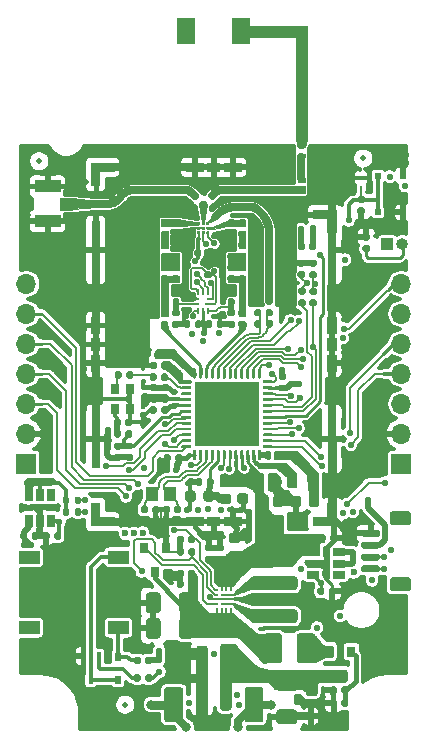
<source format=gtl>
G04 #@! TF.GenerationSoftware,KiCad,Pcbnew,(5.1.8)-1*
G04 #@! TF.CreationDate,2020-11-30T00:12:40+01:00*
G04 #@! TF.ProjectId,generic_node,67656e65-7269-4635-9f6e-6f64652e6b69,1.1*
G04 #@! TF.SameCoordinates,PX510ff40PY6422c40*
G04 #@! TF.FileFunction,Copper,L1,Top*
G04 #@! TF.FilePolarity,Positive*
%FSLAX46Y46*%
G04 Gerber Fmt 4.6, Leading zero omitted, Abs format (unit mm)*
G04 Created by KiCad (PCBNEW (5.1.8)-1) date 2020-11-30 00:12:40*
%MOMM*%
%LPD*%
G01*
G04 APERTURE LIST*
G04 #@! TA.AperFunction,SMDPad,CuDef*
%ADD10R,0.500000X0.710000*%
G04 #@! TD*
G04 #@! TA.AperFunction,SMDPad,CuDef*
%ADD11R,0.800000X0.900000*%
G04 #@! TD*
G04 #@! TA.AperFunction,SMDPad,CuDef*
%ADD12C,0.100000*%
G04 #@! TD*
G04 #@! TA.AperFunction,SMDPad,CuDef*
%ADD13R,0.800000X5.000000*%
G04 #@! TD*
G04 #@! TA.AperFunction,SMDPad,CuDef*
%ADD14R,1.650000X2.300000*%
G04 #@! TD*
G04 #@! TA.AperFunction,SMDPad,CuDef*
%ADD15R,0.563000X0.225000*%
G04 #@! TD*
G04 #@! TA.AperFunction,SMDPad,CuDef*
%ADD16R,0.225000X0.563000*%
G04 #@! TD*
G04 #@! TA.AperFunction,SMDPad,CuDef*
%ADD17R,0.663000X0.225000*%
G04 #@! TD*
G04 #@! TA.AperFunction,SMDPad,CuDef*
%ADD18R,5.450000X5.450000*%
G04 #@! TD*
G04 #@! TA.AperFunction,SMDPad,CuDef*
%ADD19C,0.210000*%
G04 #@! TD*
G04 #@! TA.AperFunction,SMDPad,CuDef*
%ADD20R,1.060000X0.650000*%
G04 #@! TD*
G04 #@! TA.AperFunction,ComponentPad*
%ADD21R,1.000000X1.000000*%
G04 #@! TD*
G04 #@! TA.AperFunction,ComponentPad*
%ADD22O,1.000000X1.000000*%
G04 #@! TD*
G04 #@! TA.AperFunction,ComponentPad*
%ADD23R,1.700000X1.700000*%
G04 #@! TD*
G04 #@! TA.AperFunction,ComponentPad*
%ADD24O,1.700000X1.700000*%
G04 #@! TD*
G04 #@! TA.AperFunction,SMDPad,CuDef*
%ADD25C,0.500000*%
G04 #@! TD*
G04 #@! TA.AperFunction,SMDPad,CuDef*
%ADD26R,0.450000X0.700000*%
G04 #@! TD*
G04 #@! TA.AperFunction,SMDPad,CuDef*
%ADD27R,0.650000X1.060000*%
G04 #@! TD*
G04 #@! TA.AperFunction,SMDPad,CuDef*
%ADD28R,0.450000X0.600000*%
G04 #@! TD*
G04 #@! TA.AperFunction,SMDPad,CuDef*
%ADD29R,0.250000X0.360000*%
G04 #@! TD*
G04 #@! TA.AperFunction,SMDPad,CuDef*
%ADD30R,2.200000X1.050000*%
G04 #@! TD*
G04 #@! TA.AperFunction,SMDPad,CuDef*
%ADD31R,1.050000X1.000000*%
G04 #@! TD*
G04 #@! TA.AperFunction,SMDPad,CuDef*
%ADD32R,1.000000X1.250000*%
G04 #@! TD*
G04 #@! TA.AperFunction,SMDPad,CuDef*
%ADD33R,0.550000X0.500000*%
G04 #@! TD*
G04 #@! TA.AperFunction,ViaPad*
%ADD34C,0.800000*%
G04 #@! TD*
G04 #@! TA.AperFunction,ViaPad*
%ADD35C,0.550000*%
G04 #@! TD*
G04 #@! TA.AperFunction,ViaPad*
%ADD36C,0.600000*%
G04 #@! TD*
G04 #@! TA.AperFunction,ViaPad*
%ADD37C,0.450000*%
G04 #@! TD*
G04 #@! TA.AperFunction,ViaPad*
%ADD38C,0.500000*%
G04 #@! TD*
G04 #@! TA.AperFunction,Conductor*
%ADD39C,0.762000*%
G04 #@! TD*
G04 #@! TA.AperFunction,Conductor*
%ADD40C,0.635000*%
G04 #@! TD*
G04 #@! TA.AperFunction,Conductor*
%ADD41C,1.000000*%
G04 #@! TD*
G04 #@! TA.AperFunction,Conductor*
%ADD42C,0.381000*%
G04 #@! TD*
G04 #@! TA.AperFunction,Conductor*
%ADD43C,0.508000*%
G04 #@! TD*
G04 #@! TA.AperFunction,Conductor*
%ADD44C,0.180000*%
G04 #@! TD*
G04 #@! TA.AperFunction,Conductor*
%ADD45C,0.203200*%
G04 #@! TD*
G04 #@! TA.AperFunction,Conductor*
%ADD46C,0.304800*%
G04 #@! TD*
G04 #@! TA.AperFunction,Conductor*
%ADD47C,0.254000*%
G04 #@! TD*
G04 #@! TA.AperFunction,Conductor*
%ADD48C,0.177800*%
G04 #@! TD*
G04 #@! TA.AperFunction,Conductor*
%ADD49C,0.400000*%
G04 #@! TD*
G04 #@! TA.AperFunction,Conductor*
%ADD50C,0.350000*%
G04 #@! TD*
G04 #@! TA.AperFunction,Conductor*
%ADD51C,0.152400*%
G04 #@! TD*
G04 #@! TA.AperFunction,Conductor*
%ADD52C,0.193000*%
G04 #@! TD*
G04 #@! TA.AperFunction,Conductor*
%ADD53C,0.500000*%
G04 #@! TD*
G04 #@! TA.AperFunction,Conductor*
%ADD54C,0.139700*%
G04 #@! TD*
G04 #@! TA.AperFunction,Conductor*
%ADD55C,0.550000*%
G04 #@! TD*
G04 #@! TA.AperFunction,Conductor*
%ADD56C,0.250000*%
G04 #@! TD*
G04 #@! TA.AperFunction,Conductor*
%ADD57C,0.300000*%
G04 #@! TD*
G04 #@! TA.AperFunction,Conductor*
%ADD58C,0.700000*%
G04 #@! TD*
G04 #@! TA.AperFunction,Conductor*
%ADD59C,0.640000*%
G04 #@! TD*
G04 #@! TA.AperFunction,Conductor*
%ADD60C,0.200000*%
G04 #@! TD*
G04 #@! TA.AperFunction,Conductor*
%ADD61C,0.355600*%
G04 #@! TD*
G04 #@! TA.AperFunction,Conductor*
%ADD62C,0.197575*%
G04 #@! TD*
G04 #@! TA.AperFunction,Conductor*
%ADD63C,0.100000*%
G04 #@! TD*
G04 #@! TA.AperFunction,Conductor*
%ADD64C,0.050000*%
G04 #@! TD*
G04 APERTURE END LIST*
D10*
X-8120000Y-25915000D03*
X-8120000Y-23925000D03*
G04 #@! TA.AperFunction,SMDPad,CuDef*
G36*
G01*
X8000000Y-9480000D02*
X8000000Y-8520000D01*
G75*
G02*
X8120000Y-8400000I120000J0D01*
G01*
X8680000Y-8400000D01*
G75*
G02*
X8800000Y-8520000I0J-120000D01*
G01*
X8800000Y-9480000D01*
G75*
G02*
X8680000Y-9600000I-120000J0D01*
G01*
X8120000Y-9600000D01*
G75*
G02*
X8000000Y-9480000I0J120000D01*
G01*
G37*
G04 #@! TD.AperFunction*
G04 #@! TA.AperFunction,SMDPad,CuDef*
G36*
G01*
X6200000Y-9480000D02*
X6200000Y-8520000D01*
G75*
G02*
X6320000Y-8400000I120000J0D01*
G01*
X6880000Y-8400000D01*
G75*
G02*
X7000000Y-8520000I0J-120000D01*
G01*
X7000000Y-9480000D01*
G75*
G02*
X6880000Y-9600000I-120000J0D01*
G01*
X6320000Y-9600000D01*
G75*
G02*
X6200000Y-9480000I0J120000D01*
G01*
G37*
G04 #@! TD.AperFunction*
G04 #@! TA.AperFunction,SMDPad,CuDef*
G36*
G01*
X-2350000Y17152800D02*
X-2350000Y17847200D01*
G75*
G02*
X-2297200Y17900000I52800J0D01*
G01*
X-902800Y17900000D01*
G75*
G02*
X-850000Y17847200I0J-52800D01*
G01*
X-850000Y17152800D01*
G75*
G02*
X-902800Y17100000I-52800J0D01*
G01*
X-2297200Y17100000D01*
G75*
G02*
X-2350000Y17152800I0J52800D01*
G01*
G37*
G04 #@! TD.AperFunction*
G04 #@! TA.AperFunction,SMDPad,CuDef*
G36*
G01*
X850000Y17152800D02*
X850000Y17847200D01*
G75*
G02*
X902800Y17900000I52800J0D01*
G01*
X2297200Y17900000D01*
G75*
G02*
X2350000Y17847200I0J-52800D01*
G01*
X2350000Y17152800D01*
G75*
G02*
X2297200Y17100000I-52800J0D01*
G01*
X902800Y17100000D01*
G75*
G02*
X850000Y17152800I0J52800D01*
G01*
G37*
G04 #@! TD.AperFunction*
G04 #@! TA.AperFunction,SMDPad,CuDef*
G36*
G01*
X-550000Y17152800D02*
X-550000Y17847200D01*
G75*
G02*
X-497200Y17900000I52800J0D01*
G01*
X497200Y17900000D01*
G75*
G02*
X550000Y17847200I0J-52800D01*
G01*
X550000Y17152800D01*
G75*
G02*
X497200Y17100000I-52800J0D01*
G01*
X-497200Y17100000D01*
G75*
G02*
X-550000Y17152800I0J52800D01*
G01*
G37*
G04 #@! TD.AperFunction*
G04 #@! TA.AperFunction,SMDPad,CuDef*
G36*
G01*
X-9652800Y150000D02*
X-10347200Y150000D01*
G75*
G02*
X-10400000Y202800I0J52800D01*
G01*
X-10400000Y1597200D01*
G75*
G02*
X-10347200Y1650000I52800J0D01*
G01*
X-9652800Y1650000D01*
G75*
G02*
X-9600000Y1597200I0J-52800D01*
G01*
X-9600000Y202800D01*
G75*
G02*
X-9652800Y150000I-52800J0D01*
G01*
G37*
G04 #@! TD.AperFunction*
G04 #@! TA.AperFunction,SMDPad,CuDef*
G36*
G01*
X-9652800Y3350000D02*
X-10347200Y3350000D01*
G75*
G02*
X-10400000Y3402800I0J52800D01*
G01*
X-10400000Y4797200D01*
G75*
G02*
X-10347200Y4850000I52800J0D01*
G01*
X-9652800Y4850000D01*
G75*
G02*
X-9600000Y4797200I0J-52800D01*
G01*
X-9600000Y3402800D01*
G75*
G02*
X-9652800Y3350000I-52800J0D01*
G01*
G37*
G04 #@! TD.AperFunction*
G04 #@! TA.AperFunction,SMDPad,CuDef*
G36*
G01*
X-9652800Y1950000D02*
X-10347200Y1950000D01*
G75*
G02*
X-10400000Y2002800I0J52800D01*
G01*
X-10400000Y2997200D01*
G75*
G02*
X-10347200Y3050000I52800J0D01*
G01*
X-9652800Y3050000D01*
G75*
G02*
X-9600000Y2997200I0J-52800D01*
G01*
X-9600000Y2002800D01*
G75*
G02*
X-9652800Y1950000I-52800J0D01*
G01*
G37*
G04 #@! TD.AperFunction*
G04 #@! TA.AperFunction,SMDPad,CuDef*
G36*
G01*
X-2350000Y-12837200D02*
X-2350000Y-12142800D01*
G75*
G02*
X-2297200Y-12090000I52800J0D01*
G01*
X-902800Y-12090000D01*
G75*
G02*
X-850000Y-12142800I0J-52800D01*
G01*
X-850000Y-12837200D01*
G75*
G02*
X-902800Y-12890000I-52800J0D01*
G01*
X-2297200Y-12890000D01*
G75*
G02*
X-2350000Y-12837200I0J52800D01*
G01*
G37*
G04 #@! TD.AperFunction*
G04 #@! TA.AperFunction,SMDPad,CuDef*
G36*
G01*
X850000Y-12837200D02*
X850000Y-12142800D01*
G75*
G02*
X902800Y-12090000I52800J0D01*
G01*
X2297200Y-12090000D01*
G75*
G02*
X2350000Y-12142800I0J-52800D01*
G01*
X2350000Y-12837200D01*
G75*
G02*
X2297200Y-12890000I-52800J0D01*
G01*
X902800Y-12890000D01*
G75*
G02*
X850000Y-12837200I0J52800D01*
G01*
G37*
G04 #@! TD.AperFunction*
G04 #@! TA.AperFunction,SMDPad,CuDef*
G36*
G01*
X-550000Y-12837200D02*
X-550000Y-12142800D01*
G75*
G02*
X-497200Y-12090000I52800J0D01*
G01*
X497200Y-12090000D01*
G75*
G02*
X550000Y-12142800I0J-52800D01*
G01*
X550000Y-12837200D01*
G75*
G02*
X497200Y-12890000I-52800J0D01*
G01*
X-497200Y-12890000D01*
G75*
G02*
X-550000Y-12837200I0J52800D01*
G01*
G37*
G04 #@! TD.AperFunction*
G04 #@! TA.AperFunction,SMDPad,CuDef*
G36*
G01*
X10347200Y150000D02*
X9652800Y150000D01*
G75*
G02*
X9600000Y202800I0J52800D01*
G01*
X9600000Y1597200D01*
G75*
G02*
X9652800Y1650000I52800J0D01*
G01*
X10347200Y1650000D01*
G75*
G02*
X10400000Y1597200I0J-52800D01*
G01*
X10400000Y202800D01*
G75*
G02*
X10347200Y150000I-52800J0D01*
G01*
G37*
G04 #@! TD.AperFunction*
G04 #@! TA.AperFunction,SMDPad,CuDef*
G36*
G01*
X10347200Y3350000D02*
X9652800Y3350000D01*
G75*
G02*
X9600000Y3402800I0J52800D01*
G01*
X9600000Y4797200D01*
G75*
G02*
X9652800Y4850000I52800J0D01*
G01*
X10347200Y4850000D01*
G75*
G02*
X10400000Y4797200I0J-52800D01*
G01*
X10400000Y3402800D01*
G75*
G02*
X10347200Y3350000I-52800J0D01*
G01*
G37*
G04 #@! TD.AperFunction*
G04 #@! TA.AperFunction,SMDPad,CuDef*
G36*
G01*
X10347200Y1950000D02*
X9652800Y1950000D01*
G75*
G02*
X9600000Y2002800I0J52800D01*
G01*
X9600000Y2997200D01*
G75*
G02*
X9652800Y3050000I52800J0D01*
G01*
X10347200Y3050000D01*
G75*
G02*
X10400000Y2997200I0J-52800D01*
G01*
X10400000Y2002800D01*
G75*
G02*
X10347200Y1950000I-52800J0D01*
G01*
G37*
G04 #@! TD.AperFunction*
D11*
X-8355300Y-2939500D03*
X-7105300Y-1289500D03*
X-8355300Y-1289500D03*
X-7105300Y-2939500D03*
G04 #@! TA.AperFunction,SMDPad,CuDef*
G36*
G01*
X3400000Y-19900000D02*
X6800000Y-19900000D01*
G75*
G02*
X7100000Y-20200000I0J-300000D01*
G01*
X7100000Y-20800000D01*
G75*
G02*
X6800000Y-21100000I-300000J0D01*
G01*
X3400000Y-21100000D01*
G75*
G02*
X3100000Y-20800000I0J300000D01*
G01*
X3100000Y-20200000D01*
G75*
G02*
X3400000Y-19900000I300000J0D01*
G01*
G37*
G04 #@! TD.AperFunction*
G04 #@! TA.AperFunction,SMDPad,CuDef*
G36*
G01*
X3400000Y-17100000D02*
X6800000Y-17100000D01*
G75*
G02*
X7100000Y-17400000I0J-300000D01*
G01*
X7100000Y-18000000D01*
G75*
G02*
X6800000Y-18300000I-300000J0D01*
G01*
X3400000Y-18300000D01*
G75*
G02*
X3100000Y-18000000I0J300000D01*
G01*
X3100000Y-17400000D01*
G75*
G02*
X3400000Y-17100000I300000J0D01*
G01*
G37*
G04 #@! TD.AperFunction*
G04 #@! TA.AperFunction,SMDPad,CuDef*
G36*
G01*
X-16520000Y-21986000D02*
X-16520000Y-20974000D01*
G75*
G02*
X-16451000Y-20905000I69000J0D01*
G01*
X-14809000Y-20905000D01*
G75*
G02*
X-14740000Y-20974000I0J-69000D01*
G01*
X-14740000Y-21986000D01*
G75*
G02*
X-14809000Y-22055000I-69000J0D01*
G01*
X-16451000Y-22055000D01*
G75*
G02*
X-16520000Y-21986000I0J69000D01*
G01*
G37*
G04 #@! TD.AperFunction*
G04 #@! TA.AperFunction,SMDPad,CuDef*
G36*
G01*
X-16520000Y-16026000D02*
X-16520000Y-15014000D01*
G75*
G02*
X-16451000Y-14945000I69000J0D01*
G01*
X-14809000Y-14945000D01*
G75*
G02*
X-14740000Y-15014000I0J-69000D01*
G01*
X-14740000Y-16026000D01*
G75*
G02*
X-14809000Y-16095000I-69000J0D01*
G01*
X-16451000Y-16095000D01*
G75*
G02*
X-16520000Y-16026000I0J69000D01*
G01*
G37*
G04 #@! TD.AperFunction*
G04 #@! TA.AperFunction,SMDPad,CuDef*
G36*
G01*
X-8960000Y-21986000D02*
X-8960000Y-20974000D01*
G75*
G02*
X-8891000Y-20905000I69000J0D01*
G01*
X-7249000Y-20905000D01*
G75*
G02*
X-7180000Y-20974000I0J-69000D01*
G01*
X-7180000Y-21986000D01*
G75*
G02*
X-7249000Y-22055000I-69000J0D01*
G01*
X-8891000Y-22055000D01*
G75*
G02*
X-8960000Y-21986000I0J69000D01*
G01*
G37*
G04 #@! TD.AperFunction*
G04 #@! TA.AperFunction,SMDPad,CuDef*
G36*
G01*
X-8960000Y-16026000D02*
X-8960000Y-15014000D01*
G75*
G02*
X-8891000Y-14945000I69000J0D01*
G01*
X-7249000Y-14945000D01*
G75*
G02*
X-7180000Y-15014000I0J-69000D01*
G01*
X-7180000Y-16026000D01*
G75*
G02*
X-7249000Y-16095000I-69000J0D01*
G01*
X-8891000Y-16095000D01*
G75*
G02*
X-8960000Y-16026000I0J69000D01*
G01*
G37*
G04 #@! TD.AperFunction*
G04 #@! TA.AperFunction,SMDPad,CuDef*
D12*
G36*
X10400000Y13900000D02*
G01*
X10400000Y11900000D01*
X9600000Y11900000D01*
X9600000Y13100000D01*
X8400000Y13100000D01*
X8400000Y13900000D01*
X10400000Y13900000D01*
G37*
G04 #@! TD.AperFunction*
G04 #@! TA.AperFunction,SMDPad,CuDef*
G36*
X-10400000Y17900000D02*
G01*
X-8400000Y17900000D01*
X-8400000Y17100000D01*
X-9600000Y17100000D01*
X-9600000Y15900000D01*
X-10400000Y15900000D01*
X-10400000Y17900000D01*
G37*
G04 #@! TD.AperFunction*
G04 #@! TA.AperFunction,SMDPad,CuDef*
G36*
X-10400000Y-12900000D02*
G01*
X-10400000Y-10900000D01*
X-9600000Y-10900000D01*
X-9600000Y-12100000D01*
X-8400000Y-12100000D01*
X-8400000Y-12900000D01*
X-10400000Y-12900000D01*
G37*
G04 #@! TD.AperFunction*
G04 #@! TA.AperFunction,SMDPad,CuDef*
G36*
X10400000Y-12900000D02*
G01*
X8400000Y-12900000D01*
X8400000Y-12100000D01*
X9600000Y-12100000D01*
X9600000Y-10900000D01*
X10400000Y-10900000D01*
X10400000Y-12900000D01*
G37*
G04 #@! TD.AperFunction*
D13*
X10000000Y10500000D03*
X-10000000Y-5500000D03*
X-10000000Y10500000D03*
X10000000Y-5500000D03*
D14*
X-2325000Y29000000D03*
X2325000Y29000000D03*
G04 #@! TA.AperFunction,SMDPad,CuDef*
G36*
G01*
X-11788000Y-11869000D02*
X-11788000Y-11499000D01*
G75*
G02*
X-11653000Y-11364000I135000J0D01*
G01*
X-11383000Y-11364000D01*
G75*
G02*
X-11248000Y-11499000I0J-135000D01*
G01*
X-11248000Y-11869000D01*
G75*
G02*
X-11383000Y-12004000I-135000J0D01*
G01*
X-11653000Y-12004000D01*
G75*
G02*
X-11788000Y-11869000I0J135000D01*
G01*
G37*
G04 #@! TD.AperFunction*
G04 #@! TA.AperFunction,SMDPad,CuDef*
G36*
G01*
X-12808000Y-11869000D02*
X-12808000Y-11499000D01*
G75*
G02*
X-12673000Y-11364000I135000J0D01*
G01*
X-12403000Y-11364000D01*
G75*
G02*
X-12268000Y-11499000I0J-135000D01*
G01*
X-12268000Y-11869000D01*
G75*
G02*
X-12403000Y-12004000I-135000J0D01*
G01*
X-12673000Y-12004000D01*
G75*
G02*
X-12808000Y-11869000I0J135000D01*
G01*
G37*
G04 #@! TD.AperFunction*
D15*
X-350500Y6337000D03*
D16*
X-519000Y6905500D03*
X-919000Y6905500D03*
X-1319000Y6905500D03*
D15*
X-1487500Y6337000D03*
X-1487500Y5937000D03*
D16*
X-1319000Y5368500D03*
X-919000Y5368500D03*
X-519000Y5368500D03*
D17*
X-400500Y5937000D03*
G04 #@! TA.AperFunction,SMDPad,CuDef*
G36*
G01*
X-605000Y12075000D02*
X-395000Y12075000D01*
G75*
G02*
X-375000Y12055000I0J-20000D01*
G01*
X-375000Y11845000D01*
G75*
G02*
X-395000Y11825000I-20000J0D01*
G01*
X-605000Y11825000D01*
G75*
G02*
X-625000Y11845000I0J20000D01*
G01*
X-625000Y12055000D01*
G75*
G02*
X-605000Y12075000I20000J0D01*
G01*
G37*
G04 #@! TD.AperFunction*
G04 #@! TA.AperFunction,SMDPad,CuDef*
G36*
G01*
X-605000Y12475000D02*
X-395000Y12475000D01*
G75*
G02*
X-375000Y12455000I0J-20000D01*
G01*
X-375000Y12245000D01*
G75*
G02*
X-395000Y12225000I-20000J0D01*
G01*
X-605000Y12225000D01*
G75*
G02*
X-625000Y12245000I0J20000D01*
G01*
X-625000Y12455000D01*
G75*
G02*
X-605000Y12475000I20000J0D01*
G01*
G37*
G04 #@! TD.AperFunction*
G04 #@! TA.AperFunction,SMDPad,CuDef*
G36*
G01*
X-605000Y12875000D02*
X-395000Y12875000D01*
G75*
G02*
X-375000Y12855000I0J-20000D01*
G01*
X-375000Y12645000D01*
G75*
G02*
X-395000Y12625000I-20000J0D01*
G01*
X-605000Y12625000D01*
G75*
G02*
X-625000Y12645000I0J20000D01*
G01*
X-625000Y12855000D01*
G75*
G02*
X-605000Y12875000I20000J0D01*
G01*
G37*
G04 #@! TD.AperFunction*
G04 #@! TA.AperFunction,SMDPad,CuDef*
G36*
G01*
X-1005000Y12875000D02*
X-795000Y12875000D01*
G75*
G02*
X-775000Y12855000I0J-20000D01*
G01*
X-775000Y12645000D01*
G75*
G02*
X-795000Y12625000I-20000J0D01*
G01*
X-1005000Y12625000D01*
G75*
G02*
X-1025000Y12645000I0J20000D01*
G01*
X-1025000Y12855000D01*
G75*
G02*
X-1005000Y12875000I20000J0D01*
G01*
G37*
G04 #@! TD.AperFunction*
G04 #@! TA.AperFunction,SMDPad,CuDef*
G36*
G01*
X-1405000Y12875000D02*
X-1195000Y12875000D01*
G75*
G02*
X-1175000Y12855000I0J-20000D01*
G01*
X-1175000Y12645000D01*
G75*
G02*
X-1195000Y12625000I-20000J0D01*
G01*
X-1405000Y12625000D01*
G75*
G02*
X-1425000Y12645000I0J20000D01*
G01*
X-1425000Y12855000D01*
G75*
G02*
X-1405000Y12875000I20000J0D01*
G01*
G37*
G04 #@! TD.AperFunction*
G04 #@! TA.AperFunction,SMDPad,CuDef*
G36*
G01*
X-1405000Y12475000D02*
X-1195000Y12475000D01*
G75*
G02*
X-1175000Y12455000I0J-20000D01*
G01*
X-1175000Y12245000D01*
G75*
G02*
X-1195000Y12225000I-20000J0D01*
G01*
X-1405000Y12225000D01*
G75*
G02*
X-1425000Y12245000I0J20000D01*
G01*
X-1425000Y12455000D01*
G75*
G02*
X-1405000Y12475000I20000J0D01*
G01*
G37*
G04 #@! TD.AperFunction*
G04 #@! TA.AperFunction,SMDPad,CuDef*
G36*
G01*
X-1405000Y12075000D02*
X-1195000Y12075000D01*
G75*
G02*
X-1175000Y12055000I0J-20000D01*
G01*
X-1175000Y11845000D01*
G75*
G02*
X-1195000Y11825000I-20000J0D01*
G01*
X-1405000Y11825000D01*
G75*
G02*
X-1425000Y11845000I0J20000D01*
G01*
X-1425000Y12055000D01*
G75*
G02*
X-1405000Y12075000I20000J0D01*
G01*
G37*
G04 #@! TD.AperFunction*
G04 #@! TA.AperFunction,SMDPad,CuDef*
G36*
G01*
X-1005000Y12075000D02*
X-795000Y12075000D01*
G75*
G02*
X-775000Y12055000I0J-20000D01*
G01*
X-775000Y11845000D01*
G75*
G02*
X-795000Y11825000I-20000J0D01*
G01*
X-1005000Y11825000D01*
G75*
G02*
X-1025000Y11845000I0J20000D01*
G01*
X-1025000Y12055000D01*
G75*
G02*
X-1005000Y12075000I20000J0D01*
G01*
G37*
G04 #@! TD.AperFunction*
G04 #@! TA.AperFunction,SMDPad,CuDef*
G36*
G01*
X-1005000Y12475000D02*
X-795000Y12475000D01*
G75*
G02*
X-775000Y12455000I0J-20000D01*
G01*
X-775000Y12245000D01*
G75*
G02*
X-795000Y12225000I-20000J0D01*
G01*
X-1005000Y12225000D01*
G75*
G02*
X-1025000Y12245000I0J20000D01*
G01*
X-1025000Y12455000D01*
G75*
G02*
X-1005000Y12475000I20000J0D01*
G01*
G37*
G04 #@! TD.AperFunction*
G04 #@! TA.AperFunction,SMDPad,CuDef*
G36*
G01*
X4995000Y-6096000D02*
X4995000Y-6221000D01*
G75*
G02*
X4932500Y-6283500I-62500J0D01*
G01*
X4207500Y-6283500D01*
G75*
G02*
X4145000Y-6221000I0J62500D01*
G01*
X4145000Y-6096000D01*
G75*
G02*
X4207500Y-6033500I62500J0D01*
G01*
X4932500Y-6033500D01*
G75*
G02*
X4995000Y-6096000I0J-62500D01*
G01*
G37*
G04 #@! TD.AperFunction*
G04 #@! TA.AperFunction,SMDPad,CuDef*
G36*
G01*
X4995000Y-5596000D02*
X4995000Y-5721000D01*
G75*
G02*
X4932500Y-5783500I-62500J0D01*
G01*
X4207500Y-5783500D01*
G75*
G02*
X4145000Y-5721000I0J62500D01*
G01*
X4145000Y-5596000D01*
G75*
G02*
X4207500Y-5533500I62500J0D01*
G01*
X4932500Y-5533500D01*
G75*
G02*
X4995000Y-5596000I0J-62500D01*
G01*
G37*
G04 #@! TD.AperFunction*
G04 #@! TA.AperFunction,SMDPad,CuDef*
G36*
G01*
X4995000Y-5096000D02*
X4995000Y-5221000D01*
G75*
G02*
X4932500Y-5283500I-62500J0D01*
G01*
X4207500Y-5283500D01*
G75*
G02*
X4145000Y-5221000I0J62500D01*
G01*
X4145000Y-5096000D01*
G75*
G02*
X4207500Y-5033500I62500J0D01*
G01*
X4932500Y-5033500D01*
G75*
G02*
X4995000Y-5096000I0J-62500D01*
G01*
G37*
G04 #@! TD.AperFunction*
G04 #@! TA.AperFunction,SMDPad,CuDef*
G36*
G01*
X4995000Y-4596000D02*
X4995000Y-4721000D01*
G75*
G02*
X4932500Y-4783500I-62500J0D01*
G01*
X4207500Y-4783500D01*
G75*
G02*
X4145000Y-4721000I0J62500D01*
G01*
X4145000Y-4596000D01*
G75*
G02*
X4207500Y-4533500I62500J0D01*
G01*
X4932500Y-4533500D01*
G75*
G02*
X4995000Y-4596000I0J-62500D01*
G01*
G37*
G04 #@! TD.AperFunction*
G04 #@! TA.AperFunction,SMDPad,CuDef*
G36*
G01*
X4995000Y-4096000D02*
X4995000Y-4221000D01*
G75*
G02*
X4932500Y-4283500I-62500J0D01*
G01*
X4207500Y-4283500D01*
G75*
G02*
X4145000Y-4221000I0J62500D01*
G01*
X4145000Y-4096000D01*
G75*
G02*
X4207500Y-4033500I62500J0D01*
G01*
X4932500Y-4033500D01*
G75*
G02*
X4995000Y-4096000I0J-62500D01*
G01*
G37*
G04 #@! TD.AperFunction*
G04 #@! TA.AperFunction,SMDPad,CuDef*
G36*
G01*
X4995000Y-3596000D02*
X4995000Y-3721000D01*
G75*
G02*
X4932500Y-3783500I-62500J0D01*
G01*
X4207500Y-3783500D01*
G75*
G02*
X4145000Y-3721000I0J62500D01*
G01*
X4145000Y-3596000D01*
G75*
G02*
X4207500Y-3533500I62500J0D01*
G01*
X4932500Y-3533500D01*
G75*
G02*
X4995000Y-3596000I0J-62500D01*
G01*
G37*
G04 #@! TD.AperFunction*
G04 #@! TA.AperFunction,SMDPad,CuDef*
G36*
G01*
X4995000Y-3096000D02*
X4995000Y-3221000D01*
G75*
G02*
X4932500Y-3283500I-62500J0D01*
G01*
X4207500Y-3283500D01*
G75*
G02*
X4145000Y-3221000I0J62500D01*
G01*
X4145000Y-3096000D01*
G75*
G02*
X4207500Y-3033500I62500J0D01*
G01*
X4932500Y-3033500D01*
G75*
G02*
X4995000Y-3096000I0J-62500D01*
G01*
G37*
G04 #@! TD.AperFunction*
G04 #@! TA.AperFunction,SMDPad,CuDef*
G36*
G01*
X4995000Y-2596000D02*
X4995000Y-2721000D01*
G75*
G02*
X4932500Y-2783500I-62500J0D01*
G01*
X4207500Y-2783500D01*
G75*
G02*
X4145000Y-2721000I0J62500D01*
G01*
X4145000Y-2596000D01*
G75*
G02*
X4207500Y-2533500I62500J0D01*
G01*
X4932500Y-2533500D01*
G75*
G02*
X4995000Y-2596000I0J-62500D01*
G01*
G37*
G04 #@! TD.AperFunction*
G04 #@! TA.AperFunction,SMDPad,CuDef*
G36*
G01*
X4995000Y-2096000D02*
X4995000Y-2221000D01*
G75*
G02*
X4932500Y-2283500I-62500J0D01*
G01*
X4207500Y-2283500D01*
G75*
G02*
X4145000Y-2221000I0J62500D01*
G01*
X4145000Y-2096000D01*
G75*
G02*
X4207500Y-2033500I62500J0D01*
G01*
X4932500Y-2033500D01*
G75*
G02*
X4995000Y-2096000I0J-62500D01*
G01*
G37*
G04 #@! TD.AperFunction*
G04 #@! TA.AperFunction,SMDPad,CuDef*
G36*
G01*
X4995000Y-1596000D02*
X4995000Y-1721000D01*
G75*
G02*
X4932500Y-1783500I-62500J0D01*
G01*
X4207500Y-1783500D01*
G75*
G02*
X4145000Y-1721000I0J62500D01*
G01*
X4145000Y-1596000D01*
G75*
G02*
X4207500Y-1533500I62500J0D01*
G01*
X4932500Y-1533500D01*
G75*
G02*
X4995000Y-1596000I0J-62500D01*
G01*
G37*
G04 #@! TD.AperFunction*
G04 #@! TA.AperFunction,SMDPad,CuDef*
G36*
G01*
X4995000Y-1096000D02*
X4995000Y-1221000D01*
G75*
G02*
X4932500Y-1283500I-62500J0D01*
G01*
X4207500Y-1283500D01*
G75*
G02*
X4145000Y-1221000I0J62500D01*
G01*
X4145000Y-1096000D01*
G75*
G02*
X4207500Y-1033500I62500J0D01*
G01*
X4932500Y-1033500D01*
G75*
G02*
X4995000Y-1096000I0J-62500D01*
G01*
G37*
G04 #@! TD.AperFunction*
G04 #@! TA.AperFunction,SMDPad,CuDef*
G36*
G01*
X4995000Y-596000D02*
X4995000Y-721000D01*
G75*
G02*
X4932500Y-783500I-62500J0D01*
G01*
X4207500Y-783500D01*
G75*
G02*
X4145000Y-721000I0J62500D01*
G01*
X4145000Y-596000D01*
G75*
G02*
X4207500Y-533500I62500J0D01*
G01*
X4932500Y-533500D01*
G75*
G02*
X4995000Y-596000I0J-62500D01*
G01*
G37*
G04 #@! TD.AperFunction*
G04 #@! TA.AperFunction,SMDPad,CuDef*
G36*
G01*
X3995000Y404000D02*
X3995000Y-321000D01*
G75*
G02*
X3932500Y-383500I-62500J0D01*
G01*
X3807500Y-383500D01*
G75*
G02*
X3745000Y-321000I0J62500D01*
G01*
X3745000Y404000D01*
G75*
G02*
X3807500Y466500I62500J0D01*
G01*
X3932500Y466500D01*
G75*
G02*
X3995000Y404000I0J-62500D01*
G01*
G37*
G04 #@! TD.AperFunction*
G04 #@! TA.AperFunction,SMDPad,CuDef*
G36*
G01*
X3495000Y404000D02*
X3495000Y-321000D01*
G75*
G02*
X3432500Y-383500I-62500J0D01*
G01*
X3307500Y-383500D01*
G75*
G02*
X3245000Y-321000I0J62500D01*
G01*
X3245000Y404000D01*
G75*
G02*
X3307500Y466500I62500J0D01*
G01*
X3432500Y466500D01*
G75*
G02*
X3495000Y404000I0J-62500D01*
G01*
G37*
G04 #@! TD.AperFunction*
G04 #@! TA.AperFunction,SMDPad,CuDef*
G36*
G01*
X2995000Y404000D02*
X2995000Y-321000D01*
G75*
G02*
X2932500Y-383500I-62500J0D01*
G01*
X2807500Y-383500D01*
G75*
G02*
X2745000Y-321000I0J62500D01*
G01*
X2745000Y404000D01*
G75*
G02*
X2807500Y466500I62500J0D01*
G01*
X2932500Y466500D01*
G75*
G02*
X2995000Y404000I0J-62500D01*
G01*
G37*
G04 #@! TD.AperFunction*
G04 #@! TA.AperFunction,SMDPad,CuDef*
G36*
G01*
X2495000Y404000D02*
X2495000Y-321000D01*
G75*
G02*
X2432500Y-383500I-62500J0D01*
G01*
X2307500Y-383500D01*
G75*
G02*
X2245000Y-321000I0J62500D01*
G01*
X2245000Y404000D01*
G75*
G02*
X2307500Y466500I62500J0D01*
G01*
X2432500Y466500D01*
G75*
G02*
X2495000Y404000I0J-62500D01*
G01*
G37*
G04 #@! TD.AperFunction*
G04 #@! TA.AperFunction,SMDPad,CuDef*
G36*
G01*
X1995000Y404000D02*
X1995000Y-321000D01*
G75*
G02*
X1932500Y-383500I-62500J0D01*
G01*
X1807500Y-383500D01*
G75*
G02*
X1745000Y-321000I0J62500D01*
G01*
X1745000Y404000D01*
G75*
G02*
X1807500Y466500I62500J0D01*
G01*
X1932500Y466500D01*
G75*
G02*
X1995000Y404000I0J-62500D01*
G01*
G37*
G04 #@! TD.AperFunction*
G04 #@! TA.AperFunction,SMDPad,CuDef*
G36*
G01*
X1495000Y404000D02*
X1495000Y-321000D01*
G75*
G02*
X1432500Y-383500I-62500J0D01*
G01*
X1307500Y-383500D01*
G75*
G02*
X1245000Y-321000I0J62500D01*
G01*
X1245000Y404000D01*
G75*
G02*
X1307500Y466500I62500J0D01*
G01*
X1432500Y466500D01*
G75*
G02*
X1495000Y404000I0J-62500D01*
G01*
G37*
G04 #@! TD.AperFunction*
G04 #@! TA.AperFunction,SMDPad,CuDef*
G36*
G01*
X995000Y404000D02*
X995000Y-321000D01*
G75*
G02*
X932500Y-383500I-62500J0D01*
G01*
X807500Y-383500D01*
G75*
G02*
X745000Y-321000I0J62500D01*
G01*
X745000Y404000D01*
G75*
G02*
X807500Y466500I62500J0D01*
G01*
X932500Y466500D01*
G75*
G02*
X995000Y404000I0J-62500D01*
G01*
G37*
G04 #@! TD.AperFunction*
G04 #@! TA.AperFunction,SMDPad,CuDef*
G36*
G01*
X495000Y404000D02*
X495000Y-321000D01*
G75*
G02*
X432500Y-383500I-62500J0D01*
G01*
X307500Y-383500D01*
G75*
G02*
X245000Y-321000I0J62500D01*
G01*
X245000Y404000D01*
G75*
G02*
X307500Y466500I62500J0D01*
G01*
X432500Y466500D01*
G75*
G02*
X495000Y404000I0J-62500D01*
G01*
G37*
G04 #@! TD.AperFunction*
G04 #@! TA.AperFunction,SMDPad,CuDef*
G36*
G01*
X-5000Y404000D02*
X-5000Y-321000D01*
G75*
G02*
X-67500Y-383500I-62500J0D01*
G01*
X-192500Y-383500D01*
G75*
G02*
X-255000Y-321000I0J62500D01*
G01*
X-255000Y404000D01*
G75*
G02*
X-192500Y466500I62500J0D01*
G01*
X-67500Y466500D01*
G75*
G02*
X-5000Y404000I0J-62500D01*
G01*
G37*
G04 #@! TD.AperFunction*
G04 #@! TA.AperFunction,SMDPad,CuDef*
G36*
G01*
X-505000Y404000D02*
X-505000Y-321000D01*
G75*
G02*
X-567500Y-383500I-62500J0D01*
G01*
X-692500Y-383500D01*
G75*
G02*
X-755000Y-321000I0J62500D01*
G01*
X-755000Y404000D01*
G75*
G02*
X-692500Y466500I62500J0D01*
G01*
X-567500Y466500D01*
G75*
G02*
X-505000Y404000I0J-62500D01*
G01*
G37*
G04 #@! TD.AperFunction*
G04 #@! TA.AperFunction,SMDPad,CuDef*
G36*
G01*
X-1005000Y404000D02*
X-1005000Y-321000D01*
G75*
G02*
X-1067500Y-383500I-62500J0D01*
G01*
X-1192500Y-383500D01*
G75*
G02*
X-1255000Y-321000I0J62500D01*
G01*
X-1255000Y404000D01*
G75*
G02*
X-1192500Y466500I62500J0D01*
G01*
X-1067500Y466500D01*
G75*
G02*
X-1005000Y404000I0J-62500D01*
G01*
G37*
G04 #@! TD.AperFunction*
G04 #@! TA.AperFunction,SMDPad,CuDef*
G36*
G01*
X-1505000Y404000D02*
X-1505000Y-321000D01*
G75*
G02*
X-1567500Y-383500I-62500J0D01*
G01*
X-1692500Y-383500D01*
G75*
G02*
X-1755000Y-321000I0J62500D01*
G01*
X-1755000Y404000D01*
G75*
G02*
X-1692500Y466500I62500J0D01*
G01*
X-1567500Y466500D01*
G75*
G02*
X-1505000Y404000I0J-62500D01*
G01*
G37*
G04 #@! TD.AperFunction*
G04 #@! TA.AperFunction,SMDPad,CuDef*
G36*
G01*
X-1905000Y-596000D02*
X-1905000Y-721000D01*
G75*
G02*
X-1967500Y-783500I-62500J0D01*
G01*
X-2692500Y-783500D01*
G75*
G02*
X-2755000Y-721000I0J62500D01*
G01*
X-2755000Y-596000D01*
G75*
G02*
X-2692500Y-533500I62500J0D01*
G01*
X-1967500Y-533500D01*
G75*
G02*
X-1905000Y-596000I0J-62500D01*
G01*
G37*
G04 #@! TD.AperFunction*
G04 #@! TA.AperFunction,SMDPad,CuDef*
G36*
G01*
X-1905000Y-1096000D02*
X-1905000Y-1221000D01*
G75*
G02*
X-1967500Y-1283500I-62500J0D01*
G01*
X-2692500Y-1283500D01*
G75*
G02*
X-2755000Y-1221000I0J62500D01*
G01*
X-2755000Y-1096000D01*
G75*
G02*
X-2692500Y-1033500I62500J0D01*
G01*
X-1967500Y-1033500D01*
G75*
G02*
X-1905000Y-1096000I0J-62500D01*
G01*
G37*
G04 #@! TD.AperFunction*
G04 #@! TA.AperFunction,SMDPad,CuDef*
G36*
G01*
X-1905000Y-1596000D02*
X-1905000Y-1721000D01*
G75*
G02*
X-1967500Y-1783500I-62500J0D01*
G01*
X-2692500Y-1783500D01*
G75*
G02*
X-2755000Y-1721000I0J62500D01*
G01*
X-2755000Y-1596000D01*
G75*
G02*
X-2692500Y-1533500I62500J0D01*
G01*
X-1967500Y-1533500D01*
G75*
G02*
X-1905000Y-1596000I0J-62500D01*
G01*
G37*
G04 #@! TD.AperFunction*
G04 #@! TA.AperFunction,SMDPad,CuDef*
G36*
G01*
X-1905000Y-2096000D02*
X-1905000Y-2221000D01*
G75*
G02*
X-1967500Y-2283500I-62500J0D01*
G01*
X-2692500Y-2283500D01*
G75*
G02*
X-2755000Y-2221000I0J62500D01*
G01*
X-2755000Y-2096000D01*
G75*
G02*
X-2692500Y-2033500I62500J0D01*
G01*
X-1967500Y-2033500D01*
G75*
G02*
X-1905000Y-2096000I0J-62500D01*
G01*
G37*
G04 #@! TD.AperFunction*
G04 #@! TA.AperFunction,SMDPad,CuDef*
G36*
G01*
X-1905000Y-2596000D02*
X-1905000Y-2721000D01*
G75*
G02*
X-1967500Y-2783500I-62500J0D01*
G01*
X-2692500Y-2783500D01*
G75*
G02*
X-2755000Y-2721000I0J62500D01*
G01*
X-2755000Y-2596000D01*
G75*
G02*
X-2692500Y-2533500I62500J0D01*
G01*
X-1967500Y-2533500D01*
G75*
G02*
X-1905000Y-2596000I0J-62500D01*
G01*
G37*
G04 #@! TD.AperFunction*
G04 #@! TA.AperFunction,SMDPad,CuDef*
G36*
G01*
X-1905000Y-3096000D02*
X-1905000Y-3221000D01*
G75*
G02*
X-1967500Y-3283500I-62500J0D01*
G01*
X-2692500Y-3283500D01*
G75*
G02*
X-2755000Y-3221000I0J62500D01*
G01*
X-2755000Y-3096000D01*
G75*
G02*
X-2692500Y-3033500I62500J0D01*
G01*
X-1967500Y-3033500D01*
G75*
G02*
X-1905000Y-3096000I0J-62500D01*
G01*
G37*
G04 #@! TD.AperFunction*
G04 #@! TA.AperFunction,SMDPad,CuDef*
G36*
G01*
X-1905000Y-3596000D02*
X-1905000Y-3721000D01*
G75*
G02*
X-1967500Y-3783500I-62500J0D01*
G01*
X-2692500Y-3783500D01*
G75*
G02*
X-2755000Y-3721000I0J62500D01*
G01*
X-2755000Y-3596000D01*
G75*
G02*
X-2692500Y-3533500I62500J0D01*
G01*
X-1967500Y-3533500D01*
G75*
G02*
X-1905000Y-3596000I0J-62500D01*
G01*
G37*
G04 #@! TD.AperFunction*
G04 #@! TA.AperFunction,SMDPad,CuDef*
G36*
G01*
X-1905000Y-4096000D02*
X-1905000Y-4221000D01*
G75*
G02*
X-1967500Y-4283500I-62500J0D01*
G01*
X-2692500Y-4283500D01*
G75*
G02*
X-2755000Y-4221000I0J62500D01*
G01*
X-2755000Y-4096000D01*
G75*
G02*
X-2692500Y-4033500I62500J0D01*
G01*
X-1967500Y-4033500D01*
G75*
G02*
X-1905000Y-4096000I0J-62500D01*
G01*
G37*
G04 #@! TD.AperFunction*
G04 #@! TA.AperFunction,SMDPad,CuDef*
G36*
G01*
X-1905000Y-4596000D02*
X-1905000Y-4721000D01*
G75*
G02*
X-1967500Y-4783500I-62500J0D01*
G01*
X-2692500Y-4783500D01*
G75*
G02*
X-2755000Y-4721000I0J62500D01*
G01*
X-2755000Y-4596000D01*
G75*
G02*
X-2692500Y-4533500I62500J0D01*
G01*
X-1967500Y-4533500D01*
G75*
G02*
X-1905000Y-4596000I0J-62500D01*
G01*
G37*
G04 #@! TD.AperFunction*
G04 #@! TA.AperFunction,SMDPad,CuDef*
G36*
G01*
X-1905000Y-5096000D02*
X-1905000Y-5221000D01*
G75*
G02*
X-1967500Y-5283500I-62500J0D01*
G01*
X-2692500Y-5283500D01*
G75*
G02*
X-2755000Y-5221000I0J62500D01*
G01*
X-2755000Y-5096000D01*
G75*
G02*
X-2692500Y-5033500I62500J0D01*
G01*
X-1967500Y-5033500D01*
G75*
G02*
X-1905000Y-5096000I0J-62500D01*
G01*
G37*
G04 #@! TD.AperFunction*
G04 #@! TA.AperFunction,SMDPad,CuDef*
G36*
G01*
X-1905000Y-5596000D02*
X-1905000Y-5721000D01*
G75*
G02*
X-1967500Y-5783500I-62500J0D01*
G01*
X-2692500Y-5783500D01*
G75*
G02*
X-2755000Y-5721000I0J62500D01*
G01*
X-2755000Y-5596000D01*
G75*
G02*
X-2692500Y-5533500I62500J0D01*
G01*
X-1967500Y-5533500D01*
G75*
G02*
X-1905000Y-5596000I0J-62500D01*
G01*
G37*
G04 #@! TD.AperFunction*
G04 #@! TA.AperFunction,SMDPad,CuDef*
G36*
G01*
X-1905000Y-6096000D02*
X-1905000Y-6221000D01*
G75*
G02*
X-1967500Y-6283500I-62500J0D01*
G01*
X-2692500Y-6283500D01*
G75*
G02*
X-2755000Y-6221000I0J62500D01*
G01*
X-2755000Y-6096000D01*
G75*
G02*
X-2692500Y-6033500I62500J0D01*
G01*
X-1967500Y-6033500D01*
G75*
G02*
X-1905000Y-6096000I0J-62500D01*
G01*
G37*
G04 #@! TD.AperFunction*
G04 #@! TA.AperFunction,SMDPad,CuDef*
G36*
G01*
X-1505000Y-6496000D02*
X-1505000Y-7221000D01*
G75*
G02*
X-1567500Y-7283500I-62500J0D01*
G01*
X-1692500Y-7283500D01*
G75*
G02*
X-1755000Y-7221000I0J62500D01*
G01*
X-1755000Y-6496000D01*
G75*
G02*
X-1692500Y-6433500I62500J0D01*
G01*
X-1567500Y-6433500D01*
G75*
G02*
X-1505000Y-6496000I0J-62500D01*
G01*
G37*
G04 #@! TD.AperFunction*
G04 #@! TA.AperFunction,SMDPad,CuDef*
G36*
G01*
X-1005000Y-6496000D02*
X-1005000Y-7221000D01*
G75*
G02*
X-1067500Y-7283500I-62500J0D01*
G01*
X-1192500Y-7283500D01*
G75*
G02*
X-1255000Y-7221000I0J62500D01*
G01*
X-1255000Y-6496000D01*
G75*
G02*
X-1192500Y-6433500I62500J0D01*
G01*
X-1067500Y-6433500D01*
G75*
G02*
X-1005000Y-6496000I0J-62500D01*
G01*
G37*
G04 #@! TD.AperFunction*
G04 #@! TA.AperFunction,SMDPad,CuDef*
G36*
G01*
X-505000Y-6496000D02*
X-505000Y-7221000D01*
G75*
G02*
X-567500Y-7283500I-62500J0D01*
G01*
X-692500Y-7283500D01*
G75*
G02*
X-755000Y-7221000I0J62500D01*
G01*
X-755000Y-6496000D01*
G75*
G02*
X-692500Y-6433500I62500J0D01*
G01*
X-567500Y-6433500D01*
G75*
G02*
X-505000Y-6496000I0J-62500D01*
G01*
G37*
G04 #@! TD.AperFunction*
G04 #@! TA.AperFunction,SMDPad,CuDef*
G36*
G01*
X-5000Y-6496000D02*
X-5000Y-7221000D01*
G75*
G02*
X-67500Y-7283500I-62500J0D01*
G01*
X-192500Y-7283500D01*
G75*
G02*
X-255000Y-7221000I0J62500D01*
G01*
X-255000Y-6496000D01*
G75*
G02*
X-192500Y-6433500I62500J0D01*
G01*
X-67500Y-6433500D01*
G75*
G02*
X-5000Y-6496000I0J-62500D01*
G01*
G37*
G04 #@! TD.AperFunction*
G04 #@! TA.AperFunction,SMDPad,CuDef*
G36*
G01*
X495000Y-6496000D02*
X495000Y-7221000D01*
G75*
G02*
X432500Y-7283500I-62500J0D01*
G01*
X307500Y-7283500D01*
G75*
G02*
X245000Y-7221000I0J62500D01*
G01*
X245000Y-6496000D01*
G75*
G02*
X307500Y-6433500I62500J0D01*
G01*
X432500Y-6433500D01*
G75*
G02*
X495000Y-6496000I0J-62500D01*
G01*
G37*
G04 #@! TD.AperFunction*
G04 #@! TA.AperFunction,SMDPad,CuDef*
G36*
G01*
X995000Y-6496000D02*
X995000Y-7221000D01*
G75*
G02*
X932500Y-7283500I-62500J0D01*
G01*
X807500Y-7283500D01*
G75*
G02*
X745000Y-7221000I0J62500D01*
G01*
X745000Y-6496000D01*
G75*
G02*
X807500Y-6433500I62500J0D01*
G01*
X932500Y-6433500D01*
G75*
G02*
X995000Y-6496000I0J-62500D01*
G01*
G37*
G04 #@! TD.AperFunction*
G04 #@! TA.AperFunction,SMDPad,CuDef*
G36*
G01*
X1495000Y-6496000D02*
X1495000Y-7221000D01*
G75*
G02*
X1432500Y-7283500I-62500J0D01*
G01*
X1307500Y-7283500D01*
G75*
G02*
X1245000Y-7221000I0J62500D01*
G01*
X1245000Y-6496000D01*
G75*
G02*
X1307500Y-6433500I62500J0D01*
G01*
X1432500Y-6433500D01*
G75*
G02*
X1495000Y-6496000I0J-62500D01*
G01*
G37*
G04 #@! TD.AperFunction*
G04 #@! TA.AperFunction,SMDPad,CuDef*
G36*
G01*
X1995000Y-6496000D02*
X1995000Y-7221000D01*
G75*
G02*
X1932500Y-7283500I-62500J0D01*
G01*
X1807500Y-7283500D01*
G75*
G02*
X1745000Y-7221000I0J62500D01*
G01*
X1745000Y-6496000D01*
G75*
G02*
X1807500Y-6433500I62500J0D01*
G01*
X1932500Y-6433500D01*
G75*
G02*
X1995000Y-6496000I0J-62500D01*
G01*
G37*
G04 #@! TD.AperFunction*
G04 #@! TA.AperFunction,SMDPad,CuDef*
G36*
G01*
X2495000Y-6496000D02*
X2495000Y-7221000D01*
G75*
G02*
X2432500Y-7283500I-62500J0D01*
G01*
X2307500Y-7283500D01*
G75*
G02*
X2245000Y-7221000I0J62500D01*
G01*
X2245000Y-6496000D01*
G75*
G02*
X2307500Y-6433500I62500J0D01*
G01*
X2432500Y-6433500D01*
G75*
G02*
X2495000Y-6496000I0J-62500D01*
G01*
G37*
G04 #@! TD.AperFunction*
G04 #@! TA.AperFunction,SMDPad,CuDef*
G36*
G01*
X2995000Y-6496000D02*
X2995000Y-7221000D01*
G75*
G02*
X2932500Y-7283500I-62500J0D01*
G01*
X2807500Y-7283500D01*
G75*
G02*
X2745000Y-7221000I0J62500D01*
G01*
X2745000Y-6496000D01*
G75*
G02*
X2807500Y-6433500I62500J0D01*
G01*
X2932500Y-6433500D01*
G75*
G02*
X2995000Y-6496000I0J-62500D01*
G01*
G37*
G04 #@! TD.AperFunction*
G04 #@! TA.AperFunction,SMDPad,CuDef*
G36*
G01*
X3495000Y-6496000D02*
X3495000Y-7221000D01*
G75*
G02*
X3432500Y-7283500I-62500J0D01*
G01*
X3307500Y-7283500D01*
G75*
G02*
X3245000Y-7221000I0J62500D01*
G01*
X3245000Y-6496000D01*
G75*
G02*
X3307500Y-6433500I62500J0D01*
G01*
X3432500Y-6433500D01*
G75*
G02*
X3495000Y-6496000I0J-62500D01*
G01*
G37*
G04 #@! TD.AperFunction*
G04 #@! TA.AperFunction,SMDPad,CuDef*
G36*
G01*
X3995000Y-6496000D02*
X3995000Y-7221000D01*
G75*
G02*
X3932500Y-7283500I-62500J0D01*
G01*
X3807500Y-7283500D01*
G75*
G02*
X3745000Y-7221000I0J62500D01*
G01*
X3745000Y-6496000D01*
G75*
G02*
X3807500Y-6433500I62500J0D01*
G01*
X3932500Y-6433500D01*
G75*
G02*
X3995000Y-6496000I0J-62500D01*
G01*
G37*
G04 #@! TD.AperFunction*
D18*
X1120000Y-3408500D03*
D19*
X250000Y-18280000D03*
X650000Y-18280000D03*
X1050000Y-18280000D03*
X1450000Y-18280000D03*
X250000Y-18680000D03*
X650000Y-18680000D03*
X1050000Y-18680000D03*
X1450000Y-18680000D03*
X250000Y-19080000D03*
X650000Y-19080000D03*
X1050000Y-19080000D03*
X1450000Y-19080000D03*
X250000Y-19480000D03*
X650000Y-19480000D03*
X1050000Y-19480000D03*
X1450000Y-19480000D03*
X250000Y-19880000D03*
X650000Y-19880000D03*
X1050000Y-19880000D03*
X1450000Y-19880000D03*
D20*
X8400000Y-15100000D03*
X8400000Y-16050000D03*
X8400000Y-17000000D03*
X10600000Y-17000000D03*
X10600000Y-15100000D03*
X10600000Y-16050000D03*
D11*
X-4050000Y-14750000D03*
X-5950000Y-14750000D03*
X-5000000Y-16750000D03*
G04 #@! TA.AperFunction,SMDPad,CuDef*
G36*
G01*
X12727500Y11880000D02*
X13072500Y11880000D01*
G75*
G02*
X13220000Y11732500I0J-147500D01*
G01*
X13220000Y11437500D01*
G75*
G02*
X13072500Y11290000I-147500J0D01*
G01*
X12727500Y11290000D01*
G75*
G02*
X12580000Y11437500I0J147500D01*
G01*
X12580000Y11732500D01*
G75*
G02*
X12727500Y11880000I147500J0D01*
G01*
G37*
G04 #@! TD.AperFunction*
G04 #@! TA.AperFunction,SMDPad,CuDef*
G36*
G01*
X12727500Y10910000D02*
X13072500Y10910000D01*
G75*
G02*
X13220000Y10762500I0J-147500D01*
G01*
X13220000Y10467500D01*
G75*
G02*
X13072500Y10320000I-147500J0D01*
G01*
X12727500Y10320000D01*
G75*
G02*
X12580000Y10467500I0J147500D01*
G01*
X12580000Y10762500D01*
G75*
G02*
X12727500Y10910000I147500J0D01*
G01*
G37*
G04 #@! TD.AperFunction*
G04 #@! TA.AperFunction,SMDPad,CuDef*
G36*
G01*
X-11238000Y-10520000D02*
X-11238000Y-10890000D01*
G75*
G02*
X-11373000Y-11025000I-135000J0D01*
G01*
X-11643000Y-11025000D01*
G75*
G02*
X-11778000Y-10890000I0J135000D01*
G01*
X-11778000Y-10520000D01*
G75*
G02*
X-11643000Y-10385000I135000J0D01*
G01*
X-11373000Y-10385000D01*
G75*
G02*
X-11238000Y-10520000I0J-135000D01*
G01*
G37*
G04 #@! TD.AperFunction*
G04 #@! TA.AperFunction,SMDPad,CuDef*
G36*
G01*
X-12258000Y-10520000D02*
X-12258000Y-10890000D01*
G75*
G02*
X-12393000Y-11025000I-135000J0D01*
G01*
X-12663000Y-11025000D01*
G75*
G02*
X-12798000Y-10890000I0J135000D01*
G01*
X-12798000Y-10520000D01*
G75*
G02*
X-12663000Y-10385000I135000J0D01*
G01*
X-12393000Y-10385000D01*
G75*
G02*
X-12258000Y-10520000I0J-135000D01*
G01*
G37*
G04 #@! TD.AperFunction*
D21*
X14700000Y11000000D03*
D22*
X15970000Y11000000D03*
D23*
X15875000Y-7620000D03*
D24*
X15875000Y-5080000D03*
X15875000Y-2540000D03*
X15875000Y0D03*
X15875000Y2540000D03*
X15875000Y5080000D03*
X15875000Y7620000D03*
G04 #@! TA.AperFunction,SMDPad,CuDef*
G36*
G01*
X3621200Y-8831200D02*
X3621200Y-8491200D01*
G75*
G02*
X3761200Y-8351200I140000J0D01*
G01*
X4041200Y-8351200D01*
G75*
G02*
X4181200Y-8491200I0J-140000D01*
G01*
X4181200Y-8831200D01*
G75*
G02*
X4041200Y-8971200I-140000J0D01*
G01*
X3761200Y-8971200D01*
G75*
G02*
X3621200Y-8831200I0J140000D01*
G01*
G37*
G04 #@! TD.AperFunction*
G04 #@! TA.AperFunction,SMDPad,CuDef*
G36*
G01*
X4581200Y-8831200D02*
X4581200Y-8491200D01*
G75*
G02*
X4721200Y-8351200I140000J0D01*
G01*
X5001200Y-8351200D01*
G75*
G02*
X5141200Y-8491200I0J-140000D01*
G01*
X5141200Y-8831200D01*
G75*
G02*
X5001200Y-8971200I-140000J0D01*
G01*
X4721200Y-8971200D01*
G75*
G02*
X4581200Y-8831200I0J140000D01*
G01*
G37*
G04 #@! TD.AperFunction*
G04 #@! TA.AperFunction,SMDPad,CuDef*
G36*
G01*
X3461000Y-11044800D02*
X3461000Y-10544800D01*
G75*
G02*
X3686000Y-10319800I225000J0D01*
G01*
X4136000Y-10319800D01*
G75*
G02*
X4361000Y-10544800I0J-225000D01*
G01*
X4361000Y-11044800D01*
G75*
G02*
X4136000Y-11269800I-225000J0D01*
G01*
X3686000Y-11269800D01*
G75*
G02*
X3461000Y-11044800I0J225000D01*
G01*
G37*
G04 #@! TD.AperFunction*
G04 #@! TA.AperFunction,SMDPad,CuDef*
G36*
G01*
X5011000Y-11044800D02*
X5011000Y-10544800D01*
G75*
G02*
X5236000Y-10319800I225000J0D01*
G01*
X5686000Y-10319800D01*
G75*
G02*
X5911000Y-10544800I0J-225000D01*
G01*
X5911000Y-11044800D01*
G75*
G02*
X5686000Y-11269800I-225000J0D01*
G01*
X5236000Y-11269800D01*
G75*
G02*
X5011000Y-11044800I0J225000D01*
G01*
G37*
G04 #@! TD.AperFunction*
G04 #@! TA.AperFunction,SMDPad,CuDef*
G36*
G01*
X-2690000Y-6930000D02*
X-2690000Y-7270000D01*
G75*
G02*
X-2830000Y-7410000I-140000J0D01*
G01*
X-3110000Y-7410000D01*
G75*
G02*
X-3250000Y-7270000I0J140000D01*
G01*
X-3250000Y-6930000D01*
G75*
G02*
X-3110000Y-6790000I140000J0D01*
G01*
X-2830000Y-6790000D01*
G75*
G02*
X-2690000Y-6930000I0J-140000D01*
G01*
G37*
G04 #@! TD.AperFunction*
G04 #@! TA.AperFunction,SMDPad,CuDef*
G36*
G01*
X-3650000Y-6930000D02*
X-3650000Y-7270000D01*
G75*
G02*
X-3790000Y-7410000I-140000J0D01*
G01*
X-4070000Y-7410000D01*
G75*
G02*
X-4210000Y-7270000I0J140000D01*
G01*
X-4210000Y-6930000D01*
G75*
G02*
X-4070000Y-6790000I140000J0D01*
G01*
X-3790000Y-6790000D01*
G75*
G02*
X-3650000Y-6930000I0J-140000D01*
G01*
G37*
G04 #@! TD.AperFunction*
G04 #@! TA.AperFunction,SMDPad,CuDef*
G36*
G01*
X18200Y-10087600D02*
X18200Y-10587600D01*
G75*
G02*
X-206800Y-10812600I-225000J0D01*
G01*
X-656800Y-10812600D01*
G75*
G02*
X-881800Y-10587600I0J225000D01*
G01*
X-881800Y-10087600D01*
G75*
G02*
X-656800Y-9862600I225000J0D01*
G01*
X-206800Y-9862600D01*
G75*
G02*
X18200Y-10087600I0J-225000D01*
G01*
G37*
G04 #@! TD.AperFunction*
G04 #@! TA.AperFunction,SMDPad,CuDef*
G36*
G01*
X-1531800Y-10087600D02*
X-1531800Y-10587600D01*
G75*
G02*
X-1756800Y-10812600I-225000J0D01*
G01*
X-2206800Y-10812600D01*
G75*
G02*
X-2431800Y-10587600I0J225000D01*
G01*
X-2431800Y-10087600D01*
G75*
G02*
X-2206800Y-9862600I225000J0D01*
G01*
X-1756800Y-9862600D01*
G75*
G02*
X-1531800Y-10087600I0J-225000D01*
G01*
G37*
G04 #@! TD.AperFunction*
G04 #@! TA.AperFunction,SMDPad,CuDef*
G36*
G01*
X3621200Y-9745600D02*
X3621200Y-9405600D01*
G75*
G02*
X3761200Y-9265600I140000J0D01*
G01*
X4041200Y-9265600D01*
G75*
G02*
X4181200Y-9405600I0J-140000D01*
G01*
X4181200Y-9745600D01*
G75*
G02*
X4041200Y-9885600I-140000J0D01*
G01*
X3761200Y-9885600D01*
G75*
G02*
X3621200Y-9745600I0J140000D01*
G01*
G37*
G04 #@! TD.AperFunction*
G04 #@! TA.AperFunction,SMDPad,CuDef*
G36*
G01*
X4581200Y-9745600D02*
X4581200Y-9405600D01*
G75*
G02*
X4721200Y-9265600I140000J0D01*
G01*
X5001200Y-9265600D01*
G75*
G02*
X5141200Y-9405600I0J-140000D01*
G01*
X5141200Y-9745600D01*
G75*
G02*
X5001200Y-9885600I-140000J0D01*
G01*
X4721200Y-9885600D01*
G75*
G02*
X4581200Y-9745600I0J140000D01*
G01*
G37*
G04 #@! TD.AperFunction*
G04 #@! TA.AperFunction,SMDPad,CuDef*
G36*
G01*
X1500000Y-13425000D02*
X2000000Y-13425000D01*
G75*
G02*
X2225000Y-13650000I0J-225000D01*
G01*
X2225000Y-14100000D01*
G75*
G02*
X2000000Y-14325000I-225000J0D01*
G01*
X1500000Y-14325000D01*
G75*
G02*
X1275000Y-14100000I0J225000D01*
G01*
X1275000Y-13650000D01*
G75*
G02*
X1500000Y-13425000I225000J0D01*
G01*
G37*
G04 #@! TD.AperFunction*
G04 #@! TA.AperFunction,SMDPad,CuDef*
G36*
G01*
X1500000Y-14975000D02*
X2000000Y-14975000D01*
G75*
G02*
X2225000Y-15200000I0J-225000D01*
G01*
X2225000Y-15650000D01*
G75*
G02*
X2000000Y-15875000I-225000J0D01*
G01*
X1500000Y-15875000D01*
G75*
G02*
X1275000Y-15650000I0J225000D01*
G01*
X1275000Y-15200000D01*
G75*
G02*
X1500000Y-14975000I225000J0D01*
G01*
G37*
G04 #@! TD.AperFunction*
G04 #@! TA.AperFunction,SMDPad,CuDef*
G36*
G01*
X-1600000Y-16730000D02*
X-1600000Y-17070000D01*
G75*
G02*
X-1740000Y-17210000I-140000J0D01*
G01*
X-2020000Y-17210000D01*
G75*
G02*
X-2160000Y-17070000I0J140000D01*
G01*
X-2160000Y-16730000D01*
G75*
G02*
X-2020000Y-16590000I140000J0D01*
G01*
X-1740000Y-16590000D01*
G75*
G02*
X-1600000Y-16730000I0J-140000D01*
G01*
G37*
G04 #@! TD.AperFunction*
G04 #@! TA.AperFunction,SMDPad,CuDef*
G36*
G01*
X-2560000Y-16730000D02*
X-2560000Y-17070000D01*
G75*
G02*
X-2700000Y-17210000I-140000J0D01*
G01*
X-2980000Y-17210000D01*
G75*
G02*
X-3120000Y-17070000I0J140000D01*
G01*
X-3120000Y-16730000D01*
G75*
G02*
X-2980000Y-16590000I140000J0D01*
G01*
X-2700000Y-16590000D01*
G75*
G02*
X-2560000Y-16730000I0J-140000D01*
G01*
G37*
G04 #@! TD.AperFunction*
D23*
X-15875000Y-7620000D03*
D24*
X-15875000Y-5080000D03*
X-15875000Y-2540000D03*
X-15875000Y0D03*
X-15875000Y2540000D03*
X-15875000Y5080000D03*
X-15875000Y7620000D03*
G04 #@! TA.AperFunction,SMDPad,CuDef*
G36*
G01*
X-16401000Y-13888500D02*
X-16401000Y-13543500D01*
G75*
G02*
X-16253500Y-13396000I147500J0D01*
G01*
X-15958500Y-13396000D01*
G75*
G02*
X-15811000Y-13543500I0J-147500D01*
G01*
X-15811000Y-13888500D01*
G75*
G02*
X-15958500Y-14036000I-147500J0D01*
G01*
X-16253500Y-14036000D01*
G75*
G02*
X-16401000Y-13888500I0J147500D01*
G01*
G37*
G04 #@! TD.AperFunction*
G04 #@! TA.AperFunction,SMDPad,CuDef*
G36*
G01*
X-15431000Y-13888500D02*
X-15431000Y-13543500D01*
G75*
G02*
X-15283500Y-13396000I147500J0D01*
G01*
X-14988500Y-13396000D01*
G75*
G02*
X-14841000Y-13543500I0J-147500D01*
G01*
X-14841000Y-13888500D01*
G75*
G02*
X-14988500Y-14036000I-147500J0D01*
G01*
X-15283500Y-14036000D01*
G75*
G02*
X-15431000Y-13888500I0J147500D01*
G01*
G37*
G04 #@! TD.AperFunction*
G04 #@! TA.AperFunction,SMDPad,CuDef*
G36*
G01*
X9855000Y-14072500D02*
X9855000Y-13727500D01*
G75*
G02*
X10002500Y-13580000I147500J0D01*
G01*
X10297500Y-13580000D01*
G75*
G02*
X10445000Y-13727500I0J-147500D01*
G01*
X10445000Y-14072500D01*
G75*
G02*
X10297500Y-14220000I-147500J0D01*
G01*
X10002500Y-14220000D01*
G75*
G02*
X9855000Y-14072500I0J147500D01*
G01*
G37*
G04 #@! TD.AperFunction*
G04 #@! TA.AperFunction,SMDPad,CuDef*
G36*
G01*
X8885000Y-14072500D02*
X8885000Y-13727500D01*
G75*
G02*
X9032500Y-13580000I147500J0D01*
G01*
X9327500Y-13580000D01*
G75*
G02*
X9475000Y-13727500I0J-147500D01*
G01*
X9475000Y-14072500D01*
G75*
G02*
X9327500Y-14220000I-147500J0D01*
G01*
X9032500Y-14220000D01*
G75*
G02*
X8885000Y-14072500I0J147500D01*
G01*
G37*
G04 #@! TD.AperFunction*
G04 #@! TA.AperFunction,SMDPad,CuDef*
G36*
G01*
X-1570000Y-13827500D02*
X-1570000Y-14172500D01*
G75*
G02*
X-1717500Y-14320000I-147500J0D01*
G01*
X-2012500Y-14320000D01*
G75*
G02*
X-2160000Y-14172500I0J147500D01*
G01*
X-2160000Y-13827500D01*
G75*
G02*
X-2012500Y-13680000I147500J0D01*
G01*
X-1717500Y-13680000D01*
G75*
G02*
X-1570000Y-13827500I0J-147500D01*
G01*
G37*
G04 #@! TD.AperFunction*
G04 #@! TA.AperFunction,SMDPad,CuDef*
G36*
G01*
X-2540000Y-13827500D02*
X-2540000Y-14172500D01*
G75*
G02*
X-2687500Y-14320000I-147500J0D01*
G01*
X-2982500Y-14320000D01*
G75*
G02*
X-3130000Y-14172500I0J147500D01*
G01*
X-3130000Y-13827500D01*
G75*
G02*
X-2982500Y-13680000I147500J0D01*
G01*
X-2687500Y-13680000D01*
G75*
G02*
X-2540000Y-13827500I0J-147500D01*
G01*
G37*
G04 #@! TD.AperFunction*
G04 #@! TA.AperFunction,SMDPad,CuDef*
G36*
G01*
X672500Y-15010000D02*
X327500Y-15010000D01*
G75*
G02*
X180000Y-14862500I0J147500D01*
G01*
X180000Y-14567500D01*
G75*
G02*
X327500Y-14420000I147500J0D01*
G01*
X672500Y-14420000D01*
G75*
G02*
X820000Y-14567500I0J-147500D01*
G01*
X820000Y-14862500D01*
G75*
G02*
X672500Y-15010000I-147500J0D01*
G01*
G37*
G04 #@! TD.AperFunction*
G04 #@! TA.AperFunction,SMDPad,CuDef*
G36*
G01*
X672500Y-15980000D02*
X327500Y-15980000D01*
G75*
G02*
X180000Y-15832500I0J147500D01*
G01*
X180000Y-15537500D01*
G75*
G02*
X327500Y-15390000I147500J0D01*
G01*
X672500Y-15390000D01*
G75*
G02*
X820000Y-15537500I0J-147500D01*
G01*
X820000Y-15832500D01*
G75*
G02*
X672500Y-15980000I-147500J0D01*
G01*
G37*
G04 #@! TD.AperFunction*
G04 #@! TA.AperFunction,SMDPad,CuDef*
G36*
G01*
X-622500Y-15390000D02*
X-277500Y-15390000D01*
G75*
G02*
X-130000Y-15537500I0J-147500D01*
G01*
X-130000Y-15832500D01*
G75*
G02*
X-277500Y-15980000I-147500J0D01*
G01*
X-622500Y-15980000D01*
G75*
G02*
X-770000Y-15832500I0J147500D01*
G01*
X-770000Y-15537500D01*
G75*
G02*
X-622500Y-15390000I147500J0D01*
G01*
G37*
G04 #@! TD.AperFunction*
G04 #@! TA.AperFunction,SMDPad,CuDef*
G36*
G01*
X-622500Y-14420000D02*
X-277500Y-14420000D01*
G75*
G02*
X-130000Y-14567500I0J-147500D01*
G01*
X-130000Y-14862500D01*
G75*
G02*
X-277500Y-15010000I-147500J0D01*
G01*
X-622500Y-15010000D01*
G75*
G02*
X-770000Y-14862500I0J147500D01*
G01*
X-770000Y-14567500D01*
G75*
G02*
X-622500Y-14420000I147500J0D01*
G01*
G37*
G04 #@! TD.AperFunction*
G04 #@! TA.AperFunction,SMDPad,CuDef*
G36*
G01*
X-5000Y-8977500D02*
X-5000Y-9322500D01*
G75*
G02*
X-152500Y-9470000I-147500J0D01*
G01*
X-447500Y-9470000D01*
G75*
G02*
X-595000Y-9322500I0J147500D01*
G01*
X-595000Y-8977500D01*
G75*
G02*
X-447500Y-8830000I147500J0D01*
G01*
X-152500Y-8830000D01*
G75*
G02*
X-5000Y-8977500I0J-147500D01*
G01*
G37*
G04 #@! TD.AperFunction*
G04 #@! TA.AperFunction,SMDPad,CuDef*
G36*
G01*
X-975000Y-8977500D02*
X-975000Y-9322500D01*
G75*
G02*
X-1122500Y-9470000I-147500J0D01*
G01*
X-1417500Y-9470000D01*
G75*
G02*
X-1565000Y-9322500I0J147500D01*
G01*
X-1565000Y-8977500D01*
G75*
G02*
X-1417500Y-8830000I147500J0D01*
G01*
X-1122500Y-8830000D01*
G75*
G02*
X-975000Y-8977500I0J-147500D01*
G01*
G37*
G04 #@! TD.AperFunction*
G04 #@! TA.AperFunction,SMDPad,CuDef*
G36*
G01*
X-4904000Y-1447500D02*
X-5249000Y-1447500D01*
G75*
G02*
X-5396500Y-1300000I0J147500D01*
G01*
X-5396500Y-1005000D01*
G75*
G02*
X-5249000Y-857500I147500J0D01*
G01*
X-4904000Y-857500D01*
G75*
G02*
X-4756500Y-1005000I0J-147500D01*
G01*
X-4756500Y-1300000D01*
G75*
G02*
X-4904000Y-1447500I-147500J0D01*
G01*
G37*
G04 #@! TD.AperFunction*
G04 #@! TA.AperFunction,SMDPad,CuDef*
G36*
G01*
X-4904000Y-2417500D02*
X-5249000Y-2417500D01*
G75*
G02*
X-5396500Y-2270000I0J147500D01*
G01*
X-5396500Y-1975000D01*
G75*
G02*
X-5249000Y-1827500I147500J0D01*
G01*
X-4904000Y-1827500D01*
G75*
G02*
X-4756500Y-1975000I0J-147500D01*
G01*
X-4756500Y-2270000D01*
G75*
G02*
X-4904000Y-2417500I-147500J0D01*
G01*
G37*
G04 #@! TD.AperFunction*
G04 #@! TA.AperFunction,SMDPad,CuDef*
G36*
G01*
X-3951500Y-1447500D02*
X-4296500Y-1447500D01*
G75*
G02*
X-4444000Y-1300000I0J147500D01*
G01*
X-4444000Y-1005000D01*
G75*
G02*
X-4296500Y-857500I147500J0D01*
G01*
X-3951500Y-857500D01*
G75*
G02*
X-3804000Y-1005000I0J-147500D01*
G01*
X-3804000Y-1300000D01*
G75*
G02*
X-3951500Y-1447500I-147500J0D01*
G01*
G37*
G04 #@! TD.AperFunction*
G04 #@! TA.AperFunction,SMDPad,CuDef*
G36*
G01*
X-3951500Y-2417500D02*
X-4296500Y-2417500D01*
G75*
G02*
X-4444000Y-2270000I0J147500D01*
G01*
X-4444000Y-1975000D01*
G75*
G02*
X-4296500Y-1827500I147500J0D01*
G01*
X-3951500Y-1827500D01*
G75*
G02*
X-3804000Y-1975000I0J-147500D01*
G01*
X-3804000Y-2270000D01*
G75*
G02*
X-3951500Y-2417500I-147500J0D01*
G01*
G37*
G04 #@! TD.AperFunction*
G04 #@! TA.AperFunction,SMDPad,CuDef*
G36*
G01*
X5972500Y-1480000D02*
X5627500Y-1480000D01*
G75*
G02*
X5480000Y-1332500I0J147500D01*
G01*
X5480000Y-1037500D01*
G75*
G02*
X5627500Y-890000I147500J0D01*
G01*
X5972500Y-890000D01*
G75*
G02*
X6120000Y-1037500I0J-147500D01*
G01*
X6120000Y-1332500D01*
G75*
G02*
X5972500Y-1480000I-147500J0D01*
G01*
G37*
G04 #@! TD.AperFunction*
G04 #@! TA.AperFunction,SMDPad,CuDef*
G36*
G01*
X5972500Y-510000D02*
X5627500Y-510000D01*
G75*
G02*
X5480000Y-362500I0J147500D01*
G01*
X5480000Y-67500D01*
G75*
G02*
X5627500Y80000I147500J0D01*
G01*
X5972500Y80000D01*
G75*
G02*
X6120000Y-67500I0J-147500D01*
G01*
X6120000Y-362500D01*
G75*
G02*
X5972500Y-510000I-147500J0D01*
G01*
G37*
G04 #@! TD.AperFunction*
G04 #@! TA.AperFunction,SMDPad,CuDef*
G36*
G01*
X-3880000Y897500D02*
X-3880000Y552500D01*
G75*
G02*
X-4027500Y405000I-147500J0D01*
G01*
X-4322500Y405000D01*
G75*
G02*
X-4470000Y552500I0J147500D01*
G01*
X-4470000Y897500D01*
G75*
G02*
X-4322500Y1045000I147500J0D01*
G01*
X-4027500Y1045000D01*
G75*
G02*
X-3880000Y897500I0J-147500D01*
G01*
G37*
G04 #@! TD.AperFunction*
G04 #@! TA.AperFunction,SMDPad,CuDef*
G36*
G01*
X-4850000Y897500D02*
X-4850000Y552500D01*
G75*
G02*
X-4997500Y405000I-147500J0D01*
G01*
X-5292500Y405000D01*
G75*
G02*
X-5440000Y552500I0J147500D01*
G01*
X-5440000Y897500D01*
G75*
G02*
X-5292500Y1045000I147500J0D01*
G01*
X-4997500Y1045000D01*
G75*
G02*
X-4850000Y897500I0J-147500D01*
G01*
G37*
G04 #@! TD.AperFunction*
G04 #@! TA.AperFunction,SMDPad,CuDef*
G36*
G01*
X830000Y4403500D02*
X830000Y4058500D01*
G75*
G02*
X682500Y3911000I-147500J0D01*
G01*
X387500Y3911000D01*
G75*
G02*
X240000Y4058500I0J147500D01*
G01*
X240000Y4403500D01*
G75*
G02*
X387500Y4551000I147500J0D01*
G01*
X682500Y4551000D01*
G75*
G02*
X830000Y4403500I0J-147500D01*
G01*
G37*
G04 #@! TD.AperFunction*
G04 #@! TA.AperFunction,SMDPad,CuDef*
G36*
G01*
X-140000Y4403500D02*
X-140000Y4058500D01*
G75*
G02*
X-287500Y3911000I-147500J0D01*
G01*
X-582500Y3911000D01*
G75*
G02*
X-730000Y4058500I0J147500D01*
G01*
X-730000Y4403500D01*
G75*
G02*
X-582500Y4551000I147500J0D01*
G01*
X-287500Y4551000D01*
G75*
G02*
X-140000Y4403500I0J-147500D01*
G01*
G37*
G04 #@! TD.AperFunction*
G04 #@! TA.AperFunction,SMDPad,CuDef*
G36*
G01*
X-8313000Y-5815000D02*
X-7968000Y-5815000D01*
G75*
G02*
X-7820500Y-5962500I0J-147500D01*
G01*
X-7820500Y-6257500D01*
G75*
G02*
X-7968000Y-6405000I-147500J0D01*
G01*
X-8313000Y-6405000D01*
G75*
G02*
X-8460500Y-6257500I0J147500D01*
G01*
X-8460500Y-5962500D01*
G75*
G02*
X-8313000Y-5815000I147500J0D01*
G01*
G37*
G04 #@! TD.AperFunction*
G04 #@! TA.AperFunction,SMDPad,CuDef*
G36*
G01*
X-8313000Y-6785000D02*
X-7968000Y-6785000D01*
G75*
G02*
X-7820500Y-6932500I0J-147500D01*
G01*
X-7820500Y-7227500D01*
G75*
G02*
X-7968000Y-7375000I-147500J0D01*
G01*
X-8313000Y-7375000D01*
G75*
G02*
X-8460500Y-7227500I0J147500D01*
G01*
X-8460500Y-6932500D01*
G75*
G02*
X-8313000Y-6785000I147500J0D01*
G01*
G37*
G04 #@! TD.AperFunction*
G04 #@! TA.AperFunction,SMDPad,CuDef*
G36*
G01*
X-3382500Y14080000D02*
X-3037500Y14080000D01*
G75*
G02*
X-2890000Y13932500I0J-147500D01*
G01*
X-2890000Y13637500D01*
G75*
G02*
X-3037500Y13490000I-147500J0D01*
G01*
X-3382500Y13490000D01*
G75*
G02*
X-3530000Y13637500I0J147500D01*
G01*
X-3530000Y13932500D01*
G75*
G02*
X-3382500Y14080000I147500J0D01*
G01*
G37*
G04 #@! TD.AperFunction*
G04 #@! TA.AperFunction,SMDPad,CuDef*
G36*
G01*
X-3382500Y13110000D02*
X-3037500Y13110000D01*
G75*
G02*
X-2890000Y12962500I0J-147500D01*
G01*
X-2890000Y12667500D01*
G75*
G02*
X-3037500Y12520000I-147500J0D01*
G01*
X-3382500Y12520000D01*
G75*
G02*
X-3530000Y12667500I0J147500D01*
G01*
X-3530000Y12962500D01*
G75*
G02*
X-3382500Y13110000I147500J0D01*
G01*
G37*
G04 #@! TD.AperFunction*
G04 #@! TA.AperFunction,SMDPad,CuDef*
G36*
G01*
X-7871900Y-3923200D02*
X-7871900Y-4268200D01*
G75*
G02*
X-8019400Y-4415700I-147500J0D01*
G01*
X-8314400Y-4415700D01*
G75*
G02*
X-8461900Y-4268200I0J147500D01*
G01*
X-8461900Y-3923200D01*
G75*
G02*
X-8314400Y-3775700I147500J0D01*
G01*
X-8019400Y-3775700D01*
G75*
G02*
X-7871900Y-3923200I0J-147500D01*
G01*
G37*
G04 #@! TD.AperFunction*
G04 #@! TA.AperFunction,SMDPad,CuDef*
G36*
G01*
X-6901900Y-3923200D02*
X-6901900Y-4268200D01*
G75*
G02*
X-7049400Y-4415700I-147500J0D01*
G01*
X-7344400Y-4415700D01*
G75*
G02*
X-7491900Y-4268200I0J147500D01*
G01*
X-7491900Y-3923200D01*
G75*
G02*
X-7344400Y-3775700I147500J0D01*
G01*
X-7049400Y-3775700D01*
G75*
G02*
X-6901900Y-3923200I0J-147500D01*
G01*
G37*
G04 #@! TD.AperFunction*
G04 #@! TA.AperFunction,SMDPad,CuDef*
G36*
G01*
X1647500Y7770000D02*
X1302500Y7770000D01*
G75*
G02*
X1155000Y7917500I0J147500D01*
G01*
X1155000Y8212500D01*
G75*
G02*
X1302500Y8360000I147500J0D01*
G01*
X1647500Y8360000D01*
G75*
G02*
X1795000Y8212500I0J-147500D01*
G01*
X1795000Y7917500D01*
G75*
G02*
X1647500Y7770000I-147500J0D01*
G01*
G37*
G04 #@! TD.AperFunction*
G04 #@! TA.AperFunction,SMDPad,CuDef*
G36*
G01*
X1647500Y8740000D02*
X1302500Y8740000D01*
G75*
G02*
X1155000Y8887500I0J147500D01*
G01*
X1155000Y9182500D01*
G75*
G02*
X1302500Y9330000I147500J0D01*
G01*
X1647500Y9330000D01*
G75*
G02*
X1795000Y9182500I0J-147500D01*
G01*
X1795000Y8887500D01*
G75*
G02*
X1647500Y8740000I-147500J0D01*
G01*
G37*
G04 #@! TD.AperFunction*
G04 #@! TA.AperFunction,SMDPad,CuDef*
G36*
G01*
X3655000Y7272500D02*
X3655000Y6927500D01*
G75*
G02*
X3507500Y6780000I-147500J0D01*
G01*
X3212500Y6780000D01*
G75*
G02*
X3065000Y6927500I0J147500D01*
G01*
X3065000Y7272500D01*
G75*
G02*
X3212500Y7420000I147500J0D01*
G01*
X3507500Y7420000D01*
G75*
G02*
X3655000Y7272500I0J-147500D01*
G01*
G37*
G04 #@! TD.AperFunction*
G04 #@! TA.AperFunction,SMDPad,CuDef*
G36*
G01*
X2685000Y7272500D02*
X2685000Y6927500D01*
G75*
G02*
X2537500Y6780000I-147500J0D01*
G01*
X2242500Y6780000D01*
G75*
G02*
X2095000Y6927500I0J147500D01*
G01*
X2095000Y7272500D01*
G75*
G02*
X2242500Y7420000I147500J0D01*
G01*
X2537500Y7420000D01*
G75*
G02*
X2685000Y7272500I0J-147500D01*
G01*
G37*
G04 #@! TD.AperFunction*
G04 #@! TA.AperFunction,SMDPad,CuDef*
G36*
G01*
X-5440000Y6927500D02*
X-5440000Y7272500D01*
G75*
G02*
X-5292500Y7420000I147500J0D01*
G01*
X-4997500Y7420000D01*
G75*
G02*
X-4850000Y7272500I0J-147500D01*
G01*
X-4850000Y6927500D01*
G75*
G02*
X-4997500Y6780000I-147500J0D01*
G01*
X-5292500Y6780000D01*
G75*
G02*
X-5440000Y6927500I0J147500D01*
G01*
G37*
G04 #@! TD.AperFunction*
G04 #@! TA.AperFunction,SMDPad,CuDef*
G36*
G01*
X-4470000Y6927500D02*
X-4470000Y7272500D01*
G75*
G02*
X-4322500Y7420000I147500J0D01*
G01*
X-4027500Y7420000D01*
G75*
G02*
X-3880000Y7272500I0J-147500D01*
G01*
X-3880000Y6927500D01*
G75*
G02*
X-4027500Y6780000I-147500J0D01*
G01*
X-4322500Y6780000D01*
G75*
G02*
X-4470000Y6927500I0J147500D01*
G01*
G37*
G04 #@! TD.AperFunction*
G04 #@! TA.AperFunction,SMDPad,CuDef*
G36*
G01*
X-4002500Y9670000D02*
X-4347500Y9670000D01*
G75*
G02*
X-4495000Y9817500I0J147500D01*
G01*
X-4495000Y10112500D01*
G75*
G02*
X-4347500Y10260000I147500J0D01*
G01*
X-4002500Y10260000D01*
G75*
G02*
X-3855000Y10112500I0J-147500D01*
G01*
X-3855000Y9817500D01*
G75*
G02*
X-4002500Y9670000I-147500J0D01*
G01*
G37*
G04 #@! TD.AperFunction*
G04 #@! TA.AperFunction,SMDPad,CuDef*
G36*
G01*
X-4002500Y10640000D02*
X-4347500Y10640000D01*
G75*
G02*
X-4495000Y10787500I0J147500D01*
G01*
X-4495000Y11082500D01*
G75*
G02*
X-4347500Y11230000I147500J0D01*
G01*
X-4002500Y11230000D01*
G75*
G02*
X-3855000Y11082500I0J-147500D01*
G01*
X-3855000Y10787500D01*
G75*
G02*
X-4002500Y10640000I-147500J0D01*
G01*
G37*
G04 #@! TD.AperFunction*
G04 #@! TA.AperFunction,SMDPad,CuDef*
G36*
G01*
X2572500Y10640000D02*
X2227500Y10640000D01*
G75*
G02*
X2080000Y10787500I0J147500D01*
G01*
X2080000Y11082500D01*
G75*
G02*
X2227500Y11230000I147500J0D01*
G01*
X2572500Y11230000D01*
G75*
G02*
X2720000Y11082500I0J-147500D01*
G01*
X2720000Y10787500D01*
G75*
G02*
X2572500Y10640000I-147500J0D01*
G01*
G37*
G04 #@! TD.AperFunction*
G04 #@! TA.AperFunction,SMDPad,CuDef*
G36*
G01*
X2572500Y9670000D02*
X2227500Y9670000D01*
G75*
G02*
X2080000Y9817500I0J147500D01*
G01*
X2080000Y10112500D01*
G75*
G02*
X2227500Y10260000I147500J0D01*
G01*
X2572500Y10260000D01*
G75*
G02*
X2720000Y10112500I0J-147500D01*
G01*
X2720000Y9817500D01*
G75*
G02*
X2572500Y9670000I-147500J0D01*
G01*
G37*
G04 #@! TD.AperFunction*
G04 #@! TA.AperFunction,SMDPad,CuDef*
G36*
G01*
X-3052500Y4880000D02*
X-3397500Y4880000D01*
G75*
G02*
X-3545000Y5027500I0J147500D01*
G01*
X-3545000Y5322500D01*
G75*
G02*
X-3397500Y5470000I147500J0D01*
G01*
X-3052500Y5470000D01*
G75*
G02*
X-2905000Y5322500I0J-147500D01*
G01*
X-2905000Y5027500D01*
G75*
G02*
X-3052500Y4880000I-147500J0D01*
G01*
G37*
G04 #@! TD.AperFunction*
G04 #@! TA.AperFunction,SMDPad,CuDef*
G36*
G01*
X-3052500Y3910000D02*
X-3397500Y3910000D01*
G75*
G02*
X-3545000Y4057500I0J147500D01*
G01*
X-3545000Y4352500D01*
G75*
G02*
X-3397500Y4500000I147500J0D01*
G01*
X-3052500Y4500000D01*
G75*
G02*
X-2905000Y4352500I0J-147500D01*
G01*
X-2905000Y4057500D01*
G75*
G02*
X-3052500Y3910000I-147500J0D01*
G01*
G37*
G04 #@! TD.AperFunction*
G04 #@! TA.AperFunction,SMDPad,CuDef*
G36*
G01*
X1302500Y5480000D02*
X1647500Y5480000D01*
G75*
G02*
X1795000Y5332500I0J-147500D01*
G01*
X1795000Y5037500D01*
G75*
G02*
X1647500Y4890000I-147500J0D01*
G01*
X1302500Y4890000D01*
G75*
G02*
X1155000Y5037500I0J147500D01*
G01*
X1155000Y5332500D01*
G75*
G02*
X1302500Y5480000I147500J0D01*
G01*
G37*
G04 #@! TD.AperFunction*
G04 #@! TA.AperFunction,SMDPad,CuDef*
G36*
G01*
X1302500Y4510000D02*
X1647500Y4510000D01*
G75*
G02*
X1795000Y4362500I0J-147500D01*
G01*
X1795000Y4067500D01*
G75*
G02*
X1647500Y3920000I-147500J0D01*
G01*
X1302500Y3920000D01*
G75*
G02*
X1155000Y4067500I0J147500D01*
G01*
X1155000Y4362500D01*
G75*
G02*
X1302500Y4510000I147500J0D01*
G01*
G37*
G04 #@! TD.AperFunction*
G04 #@! TA.AperFunction,SMDPad,CuDef*
G36*
G01*
X-5577437Y-11306358D02*
X-5577437Y-11651358D01*
G75*
G02*
X-5724937Y-11798858I-147500J0D01*
G01*
X-6019937Y-11798858D01*
G75*
G02*
X-6167437Y-11651358I0J147500D01*
G01*
X-6167437Y-11306358D01*
G75*
G02*
X-6019937Y-11158858I147500J0D01*
G01*
X-5724937Y-11158858D01*
G75*
G02*
X-5577437Y-11306358I0J-147500D01*
G01*
G37*
G04 #@! TD.AperFunction*
G04 #@! TA.AperFunction,SMDPad,CuDef*
G36*
G01*
X-4607437Y-11306358D02*
X-4607437Y-11651358D01*
G75*
G02*
X-4754937Y-11798858I-147500J0D01*
G01*
X-5049937Y-11798858D01*
G75*
G02*
X-5197437Y-11651358I0J147500D01*
G01*
X-5197437Y-11306358D01*
G75*
G02*
X-5049937Y-11158858I147500J0D01*
G01*
X-4754937Y-11158858D01*
G75*
G02*
X-4607437Y-11306358I0J-147500D01*
G01*
G37*
G04 #@! TD.AperFunction*
G04 #@! TA.AperFunction,SMDPad,CuDef*
G36*
G01*
X1647500Y11545000D02*
X1302500Y11545000D01*
G75*
G02*
X1155000Y11692500I0J147500D01*
G01*
X1155000Y11987500D01*
G75*
G02*
X1302500Y12135000I147500J0D01*
G01*
X1647500Y12135000D01*
G75*
G02*
X1795000Y11987500I0J-147500D01*
G01*
X1795000Y11692500D01*
G75*
G02*
X1647500Y11545000I-147500J0D01*
G01*
G37*
G04 #@! TD.AperFunction*
G04 #@! TA.AperFunction,SMDPad,CuDef*
G36*
G01*
X1647500Y12515000D02*
X1302500Y12515000D01*
G75*
G02*
X1155000Y12662500I0J147500D01*
G01*
X1155000Y12957500D01*
G75*
G02*
X1302500Y13105000I147500J0D01*
G01*
X1647500Y13105000D01*
G75*
G02*
X1795000Y12957500I0J-147500D01*
G01*
X1795000Y12662500D01*
G75*
G02*
X1647500Y12515000I-147500J0D01*
G01*
G37*
G04 #@! TD.AperFunction*
G04 #@! TA.AperFunction,SMDPad,CuDef*
G36*
G01*
X8227500Y9680000D02*
X8572500Y9680000D01*
G75*
G02*
X8720000Y9532500I0J-147500D01*
G01*
X8720000Y9237500D01*
G75*
G02*
X8572500Y9090000I-147500J0D01*
G01*
X8227500Y9090000D01*
G75*
G02*
X8080000Y9237500I0J147500D01*
G01*
X8080000Y9532500D01*
G75*
G02*
X8227500Y9680000I147500J0D01*
G01*
G37*
G04 #@! TD.AperFunction*
G04 #@! TA.AperFunction,SMDPad,CuDef*
G36*
G01*
X8227500Y8710000D02*
X8572500Y8710000D01*
G75*
G02*
X8720000Y8562500I0J-147500D01*
G01*
X8720000Y8267500D01*
G75*
G02*
X8572500Y8120000I-147500J0D01*
G01*
X8227500Y8120000D01*
G75*
G02*
X8080000Y8267500I0J147500D01*
G01*
X8080000Y8562500D01*
G75*
G02*
X8227500Y8710000I147500J0D01*
G01*
G37*
G04 #@! TD.AperFunction*
G04 #@! TA.AperFunction,SMDPad,CuDef*
G36*
G01*
X7227500Y9680000D02*
X7572500Y9680000D01*
G75*
G02*
X7720000Y9532500I0J-147500D01*
G01*
X7720000Y9237500D01*
G75*
G02*
X7572500Y9090000I-147500J0D01*
G01*
X7227500Y9090000D01*
G75*
G02*
X7080000Y9237500I0J147500D01*
G01*
X7080000Y9532500D01*
G75*
G02*
X7227500Y9680000I147500J0D01*
G01*
G37*
G04 #@! TD.AperFunction*
G04 #@! TA.AperFunction,SMDPad,CuDef*
G36*
G01*
X7227500Y8710000D02*
X7572500Y8710000D01*
G75*
G02*
X7720000Y8562500I0J-147500D01*
G01*
X7720000Y8267500D01*
G75*
G02*
X7572500Y8120000I-147500J0D01*
G01*
X7227500Y8120000D01*
G75*
G02*
X7080000Y8267500I0J147500D01*
G01*
X7080000Y8562500D01*
G75*
G02*
X7227500Y8710000I147500J0D01*
G01*
G37*
G04 #@! TD.AperFunction*
G04 #@! TA.AperFunction,SMDPad,CuDef*
G36*
G01*
X-80000Y10422500D02*
X-80000Y10077500D01*
G75*
G02*
X-227500Y9930000I-147500J0D01*
G01*
X-522500Y9930000D01*
G75*
G02*
X-670000Y10077500I0J147500D01*
G01*
X-670000Y10422500D01*
G75*
G02*
X-522500Y10570000I147500J0D01*
G01*
X-227500Y10570000D01*
G75*
G02*
X-80000Y10422500I0J-147500D01*
G01*
G37*
G04 #@! TD.AperFunction*
G04 #@! TA.AperFunction,SMDPad,CuDef*
G36*
G01*
X-1050000Y10422500D02*
X-1050000Y10077500D01*
G75*
G02*
X-1197500Y9930000I-147500J0D01*
G01*
X-1492500Y9930000D01*
G75*
G02*
X-1640000Y10077500I0J147500D01*
G01*
X-1640000Y10422500D01*
G75*
G02*
X-1492500Y10570000I147500J0D01*
G01*
X-1197500Y10570000D01*
G75*
G02*
X-1050000Y10422500I0J-147500D01*
G01*
G37*
G04 #@! TD.AperFunction*
G04 #@! TA.AperFunction,SMDPad,CuDef*
G36*
G01*
X-4328959Y-11651358D02*
X-4328959Y-11306358D01*
G75*
G02*
X-4181459Y-11158858I147500J0D01*
G01*
X-3886459Y-11158858D01*
G75*
G02*
X-3738959Y-11306358I0J-147500D01*
G01*
X-3738959Y-11651358D01*
G75*
G02*
X-3886459Y-11798858I-147500J0D01*
G01*
X-4181459Y-11798858D01*
G75*
G02*
X-4328959Y-11651358I0J147500D01*
G01*
G37*
G04 #@! TD.AperFunction*
G04 #@! TA.AperFunction,SMDPad,CuDef*
G36*
G01*
X-3358959Y-11651358D02*
X-3358959Y-11306358D01*
G75*
G02*
X-3211459Y-11158858I147500J0D01*
G01*
X-2916459Y-11158858D01*
G75*
G02*
X-2768959Y-11306358I0J-147500D01*
G01*
X-2768959Y-11651358D01*
G75*
G02*
X-2916459Y-11798858I-147500J0D01*
G01*
X-3211459Y-11798858D01*
G75*
G02*
X-3358959Y-11651358I0J147500D01*
G01*
G37*
G04 #@! TD.AperFunction*
G04 #@! TA.AperFunction,SMDPad,CuDef*
G36*
G01*
X-327500Y8090000D02*
X-672500Y8090000D01*
G75*
G02*
X-820000Y8237500I0J147500D01*
G01*
X-820000Y8532500D01*
G75*
G02*
X-672500Y8680000I147500J0D01*
G01*
X-327500Y8680000D01*
G75*
G02*
X-180000Y8532500I0J-147500D01*
G01*
X-180000Y8237500D01*
G75*
G02*
X-327500Y8090000I-147500J0D01*
G01*
G37*
G04 #@! TD.AperFunction*
G04 #@! TA.AperFunction,SMDPad,CuDef*
G36*
G01*
X-327500Y9060000D02*
X-672500Y9060000D01*
G75*
G02*
X-820000Y9207500I0J147500D01*
G01*
X-820000Y9502500D01*
G75*
G02*
X-672500Y9650000I147500J0D01*
G01*
X-327500Y9650000D01*
G75*
G02*
X-180000Y9502500I0J-147500D01*
G01*
X-180000Y9207500D01*
G75*
G02*
X-327500Y9060000I-147500J0D01*
G01*
G37*
G04 #@! TD.AperFunction*
G04 #@! TA.AperFunction,SMDPad,CuDef*
G36*
G01*
X12640500Y14477000D02*
X12295500Y14477000D01*
G75*
G02*
X12148000Y14624500I0J147500D01*
G01*
X12148000Y14919500D01*
G75*
G02*
X12295500Y15067000I147500J0D01*
G01*
X12640500Y15067000D01*
G75*
G02*
X12788000Y14919500I0J-147500D01*
G01*
X12788000Y14624500D01*
G75*
G02*
X12640500Y14477000I-147500J0D01*
G01*
G37*
G04 #@! TD.AperFunction*
G04 #@! TA.AperFunction,SMDPad,CuDef*
G36*
G01*
X12640500Y13507000D02*
X12295500Y13507000D01*
G75*
G02*
X12148000Y13654500I0J147500D01*
G01*
X12148000Y13949500D01*
G75*
G02*
X12295500Y14097000I147500J0D01*
G01*
X12640500Y14097000D01*
G75*
G02*
X12788000Y13949500I0J-147500D01*
G01*
X12788000Y13654500D01*
G75*
G02*
X12640500Y13507000I-147500J0D01*
G01*
G37*
G04 #@! TD.AperFunction*
G04 #@! TA.AperFunction,SMDPad,CuDef*
G36*
G01*
X-3052500Y8740000D02*
X-3397500Y8740000D01*
G75*
G02*
X-3545000Y8887500I0J147500D01*
G01*
X-3545000Y9182500D01*
G75*
G02*
X-3397500Y9330000I147500J0D01*
G01*
X-3052500Y9330000D01*
G75*
G02*
X-2905000Y9182500I0J-147500D01*
G01*
X-2905000Y8887500D01*
G75*
G02*
X-3052500Y8740000I-147500J0D01*
G01*
G37*
G04 #@! TD.AperFunction*
G04 #@! TA.AperFunction,SMDPad,CuDef*
G36*
G01*
X-3052500Y7770000D02*
X-3397500Y7770000D01*
G75*
G02*
X-3545000Y7917500I0J147500D01*
G01*
X-3545000Y8212500D01*
G75*
G02*
X-3397500Y8360000I147500J0D01*
G01*
X-3052500Y8360000D01*
G75*
G02*
X-2905000Y8212500I0J-147500D01*
G01*
X-2905000Y7917500D01*
G75*
G02*
X-3052500Y7770000I-147500J0D01*
G01*
G37*
G04 #@! TD.AperFunction*
G04 #@! TA.AperFunction,SMDPad,CuDef*
G36*
G01*
X1302500Y10260000D02*
X1647500Y10260000D01*
G75*
G02*
X1795000Y10112500I0J-147500D01*
G01*
X1795000Y9817500D01*
G75*
G02*
X1647500Y9670000I-147500J0D01*
G01*
X1302500Y9670000D01*
G75*
G02*
X1155000Y9817500I0J147500D01*
G01*
X1155000Y10112500D01*
G75*
G02*
X1302500Y10260000I147500J0D01*
G01*
G37*
G04 #@! TD.AperFunction*
G04 #@! TA.AperFunction,SMDPad,CuDef*
G36*
G01*
X1302500Y11230000D02*
X1647500Y11230000D01*
G75*
G02*
X1795000Y11082500I0J-147500D01*
G01*
X1795000Y10787500D01*
G75*
G02*
X1647500Y10640000I-147500J0D01*
G01*
X1302500Y10640000D01*
G75*
G02*
X1155000Y10787500I0J147500D01*
G01*
X1155000Y11082500D01*
G75*
G02*
X1302500Y11230000I147500J0D01*
G01*
G37*
G04 #@! TD.AperFunction*
G04 #@! TA.AperFunction,SMDPad,CuDef*
G36*
G01*
X-3397500Y10250000D02*
X-3052500Y10250000D01*
G75*
G02*
X-2905000Y10102500I0J-147500D01*
G01*
X-2905000Y9807500D01*
G75*
G02*
X-3052500Y9660000I-147500J0D01*
G01*
X-3397500Y9660000D01*
G75*
G02*
X-3545000Y9807500I0J147500D01*
G01*
X-3545000Y10102500D01*
G75*
G02*
X-3397500Y10250000I147500J0D01*
G01*
G37*
G04 #@! TD.AperFunction*
G04 #@! TA.AperFunction,SMDPad,CuDef*
G36*
G01*
X-3397500Y11220000D02*
X-3052500Y11220000D01*
G75*
G02*
X-2905000Y11072500I0J-147500D01*
G01*
X-2905000Y10777500D01*
G75*
G02*
X-3052500Y10630000I-147500J0D01*
G01*
X-3397500Y10630000D01*
G75*
G02*
X-3545000Y10777500I0J147500D01*
G01*
X-3545000Y11072500D01*
G75*
G02*
X-3397500Y11220000I147500J0D01*
G01*
G37*
G04 #@! TD.AperFunction*
G04 #@! TA.AperFunction,SMDPad,CuDef*
G36*
G01*
X-4472500Y-430500D02*
X-4472500Y-85500D01*
G75*
G02*
X-4325000Y62000I147500J0D01*
G01*
X-4030000Y62000D01*
G75*
G02*
X-3882500Y-85500I0J-147500D01*
G01*
X-3882500Y-430500D01*
G75*
G02*
X-4030000Y-578000I-147500J0D01*
G01*
X-4325000Y-578000D01*
G75*
G02*
X-4472500Y-430500I0J147500D01*
G01*
G37*
G04 #@! TD.AperFunction*
G04 #@! TA.AperFunction,SMDPad,CuDef*
G36*
G01*
X-5442500Y-430500D02*
X-5442500Y-85500D01*
G75*
G02*
X-5295000Y62000I147500J0D01*
G01*
X-5000000Y62000D01*
G75*
G02*
X-4852500Y-85500I0J-147500D01*
G01*
X-4852500Y-430500D01*
G75*
G02*
X-5000000Y-578000I-147500J0D01*
G01*
X-5295000Y-578000D01*
G75*
G02*
X-5442500Y-430500I0J147500D01*
G01*
G37*
G04 #@! TD.AperFunction*
G04 #@! TA.AperFunction,SMDPad,CuDef*
G36*
G01*
X1246550Y-9428800D02*
X734050Y-9428800D01*
G75*
G02*
X515300Y-9210050I0J218750D01*
G01*
X515300Y-8772550D01*
G75*
G02*
X734050Y-8553800I218750J0D01*
G01*
X1246550Y-8553800D01*
G75*
G02*
X1465300Y-8772550I0J-218750D01*
G01*
X1465300Y-9210050D01*
G75*
G02*
X1246550Y-9428800I-218750J0D01*
G01*
G37*
G04 #@! TD.AperFunction*
G04 #@! TA.AperFunction,SMDPad,CuDef*
G36*
G01*
X1246550Y-11003800D02*
X734050Y-11003800D01*
G75*
G02*
X515300Y-10785050I0J218750D01*
G01*
X515300Y-10347550D01*
G75*
G02*
X734050Y-10128800I218750J0D01*
G01*
X1246550Y-10128800D01*
G75*
G02*
X1465300Y-10347550I0J-218750D01*
G01*
X1465300Y-10785050D01*
G75*
G02*
X1246550Y-11003800I-218750J0D01*
G01*
G37*
G04 #@! TD.AperFunction*
D25*
X-7500000Y-28000000D03*
G04 #@! TA.AperFunction,SMDPad,CuDef*
G36*
G01*
X-7869500Y-4888400D02*
X-7869500Y-5233400D01*
G75*
G02*
X-8017000Y-5380900I-147500J0D01*
G01*
X-8312000Y-5380900D01*
G75*
G02*
X-8459500Y-5233400I0J147500D01*
G01*
X-8459500Y-4888400D01*
G75*
G02*
X-8312000Y-4740900I147500J0D01*
G01*
X-8017000Y-4740900D01*
G75*
G02*
X-7869500Y-4888400I0J-147500D01*
G01*
G37*
G04 #@! TD.AperFunction*
G04 #@! TA.AperFunction,SMDPad,CuDef*
G36*
G01*
X-6899500Y-4888400D02*
X-6899500Y-5233400D01*
G75*
G02*
X-7047000Y-5380900I-147500J0D01*
G01*
X-7342000Y-5380900D01*
G75*
G02*
X-7489500Y-5233400I0J147500D01*
G01*
X-7489500Y-4888400D01*
G75*
G02*
X-7342000Y-4740900I147500J0D01*
G01*
X-7047000Y-4740900D01*
G75*
G02*
X-6899500Y-4888400I0J-147500D01*
G01*
G37*
G04 #@! TD.AperFunction*
G04 #@! TA.AperFunction,SMDPad,CuDef*
G36*
G01*
X-4002500Y4865000D02*
X-4347500Y4865000D01*
G75*
G02*
X-4495000Y5012500I0J147500D01*
G01*
X-4495000Y5307500D01*
G75*
G02*
X-4347500Y5455000I147500J0D01*
G01*
X-4002500Y5455000D01*
G75*
G02*
X-3855000Y5307500I0J-147500D01*
G01*
X-3855000Y5012500D01*
G75*
G02*
X-4002500Y4865000I-147500J0D01*
G01*
G37*
G04 #@! TD.AperFunction*
G04 #@! TA.AperFunction,SMDPad,CuDef*
G36*
G01*
X-4002500Y3895000D02*
X-4347500Y3895000D01*
G75*
G02*
X-4495000Y4042500I0J147500D01*
G01*
X-4495000Y4337500D01*
G75*
G02*
X-4347500Y4485000I147500J0D01*
G01*
X-4002500Y4485000D01*
G75*
G02*
X-3855000Y4337500I0J-147500D01*
G01*
X-3855000Y4042500D01*
G75*
G02*
X-4002500Y3895000I-147500J0D01*
G01*
G37*
G04 #@! TD.AperFunction*
G04 #@! TA.AperFunction,SMDPad,CuDef*
G36*
G01*
X4401066Y4082805D02*
X4401066Y4427805D01*
G75*
G02*
X4548566Y4575305I147500J0D01*
G01*
X4843566Y4575305D01*
G75*
G02*
X4991066Y4427805I0J-147500D01*
G01*
X4991066Y4082805D01*
G75*
G02*
X4843566Y3935305I-147500J0D01*
G01*
X4548566Y3935305D01*
G75*
G02*
X4401066Y4082805I0J147500D01*
G01*
G37*
G04 #@! TD.AperFunction*
G04 #@! TA.AperFunction,SMDPad,CuDef*
G36*
G01*
X3431066Y4082805D02*
X3431066Y4427805D01*
G75*
G02*
X3578566Y4575305I147500J0D01*
G01*
X3873566Y4575305D01*
G75*
G02*
X4021066Y4427805I0J-147500D01*
G01*
X4021066Y4082805D01*
G75*
G02*
X3873566Y3935305I-147500J0D01*
G01*
X3578566Y3935305D01*
G75*
G02*
X3431066Y4082805I0J147500D01*
G01*
G37*
G04 #@! TD.AperFunction*
G04 #@! TA.AperFunction,SMDPad,CuDef*
G36*
G01*
X1159999Y5927500D02*
X1159999Y6272500D01*
G75*
G02*
X1307499Y6420000I147500J0D01*
G01*
X1602499Y6420000D01*
G75*
G02*
X1749999Y6272500I0J-147500D01*
G01*
X1749999Y5927500D01*
G75*
G02*
X1602499Y5780000I-147500J0D01*
G01*
X1307499Y5780000D01*
G75*
G02*
X1159999Y5927500I0J147500D01*
G01*
G37*
G04 #@! TD.AperFunction*
G04 #@! TA.AperFunction,SMDPad,CuDef*
G36*
G01*
X2129999Y5927500D02*
X2129999Y6272500D01*
G75*
G02*
X2277499Y6420000I147500J0D01*
G01*
X2572499Y6420000D01*
G75*
G02*
X2719999Y6272500I0J-147500D01*
G01*
X2719999Y5927500D01*
G75*
G02*
X2572499Y5780000I-147500J0D01*
G01*
X2277499Y5780000D01*
G75*
G02*
X2129999Y5927500I0J147500D01*
G01*
G37*
G04 #@! TD.AperFunction*
G04 #@! TA.AperFunction,SMDPad,CuDef*
G36*
G01*
X-3880000Y6272500D02*
X-3880000Y5927500D01*
G75*
G02*
X-4027500Y5780000I-147500J0D01*
G01*
X-4322500Y5780000D01*
G75*
G02*
X-4470000Y5927500I0J147500D01*
G01*
X-4470000Y6272500D01*
G75*
G02*
X-4322500Y6420000I147500J0D01*
G01*
X-4027500Y6420000D01*
G75*
G02*
X-3880000Y6272500I0J-147500D01*
G01*
G37*
G04 #@! TD.AperFunction*
G04 #@! TA.AperFunction,SMDPad,CuDef*
G36*
G01*
X-2910000Y6272500D02*
X-2910000Y5927500D01*
G75*
G02*
X-3057500Y5780000I-147500J0D01*
G01*
X-3352500Y5780000D01*
G75*
G02*
X-3500000Y5927500I0J147500D01*
G01*
X-3500000Y6272500D01*
G75*
G02*
X-3352500Y6420000I147500J0D01*
G01*
X-3057500Y6420000D01*
G75*
G02*
X-2910000Y6272500I0J-147500D01*
G01*
G37*
G04 #@! TD.AperFunction*
G04 #@! TA.AperFunction,SMDPad,CuDef*
G36*
G01*
X-4002500Y7770000D02*
X-4347500Y7770000D01*
G75*
G02*
X-4495000Y7917500I0J147500D01*
G01*
X-4495000Y8212500D01*
G75*
G02*
X-4347500Y8360000I147500J0D01*
G01*
X-4002500Y8360000D01*
G75*
G02*
X-3855000Y8212500I0J-147500D01*
G01*
X-3855000Y7917500D01*
G75*
G02*
X-4002500Y7770000I-147500J0D01*
G01*
G37*
G04 #@! TD.AperFunction*
G04 #@! TA.AperFunction,SMDPad,CuDef*
G36*
G01*
X-4002500Y8740000D02*
X-4347500Y8740000D01*
G75*
G02*
X-4495000Y8887500I0J147500D01*
G01*
X-4495000Y9182500D01*
G75*
G02*
X-4347500Y9330000I147500J0D01*
G01*
X-4002500Y9330000D01*
G75*
G02*
X-3855000Y9182500I0J-147500D01*
G01*
X-3855000Y8887500D01*
G75*
G02*
X-4002500Y8740000I-147500J0D01*
G01*
G37*
G04 #@! TD.AperFunction*
G04 #@! TA.AperFunction,SMDPad,CuDef*
G36*
G01*
X2572500Y8740000D02*
X2227500Y8740000D01*
G75*
G02*
X2080000Y8887500I0J147500D01*
G01*
X2080000Y9182500D01*
G75*
G02*
X2227500Y9330000I147500J0D01*
G01*
X2572500Y9330000D01*
G75*
G02*
X2720000Y9182500I0J-147500D01*
G01*
X2720000Y8887500D01*
G75*
G02*
X2572500Y8740000I-147500J0D01*
G01*
G37*
G04 #@! TD.AperFunction*
G04 #@! TA.AperFunction,SMDPad,CuDef*
G36*
G01*
X2572500Y7770000D02*
X2227500Y7770000D01*
G75*
G02*
X2080000Y7917500I0J147500D01*
G01*
X2080000Y8212500D01*
G75*
G02*
X2227500Y8360000I147500J0D01*
G01*
X2572500Y8360000D01*
G75*
G02*
X2720000Y8212500I0J-147500D01*
G01*
X2720000Y7917500D01*
G75*
G02*
X2572500Y7770000I-147500J0D01*
G01*
G37*
G04 #@! TD.AperFunction*
G04 #@! TA.AperFunction,SMDPad,CuDef*
G36*
G01*
X-4002500Y12515000D02*
X-4347500Y12515000D01*
G75*
G02*
X-4495000Y12662500I0J147500D01*
G01*
X-4495000Y12957500D01*
G75*
G02*
X-4347500Y13105000I147500J0D01*
G01*
X-4002500Y13105000D01*
G75*
G02*
X-3855000Y12957500I0J-147500D01*
G01*
X-3855000Y12662500D01*
G75*
G02*
X-4002500Y12515000I-147500J0D01*
G01*
G37*
G04 #@! TD.AperFunction*
G04 #@! TA.AperFunction,SMDPad,CuDef*
G36*
G01*
X-4002500Y11545000D02*
X-4347500Y11545000D01*
G75*
G02*
X-4495000Y11692500I0J147500D01*
G01*
X-4495000Y11987500D01*
G75*
G02*
X-4347500Y12135000I147500J0D01*
G01*
X-4002500Y12135000D01*
G75*
G02*
X-3855000Y11987500I0J-147500D01*
G01*
X-3855000Y11692500D01*
G75*
G02*
X-4002500Y11545000I-147500J0D01*
G01*
G37*
G04 #@! TD.AperFunction*
G04 #@! TA.AperFunction,SMDPad,CuDef*
G36*
G01*
X2572500Y11545000D02*
X2227500Y11545000D01*
G75*
G02*
X2080000Y11692500I0J147500D01*
G01*
X2080000Y11987500D01*
G75*
G02*
X2227500Y12135000I147500J0D01*
G01*
X2572500Y12135000D01*
G75*
G02*
X2720000Y11987500I0J-147500D01*
G01*
X2720000Y11692500D01*
G75*
G02*
X2572500Y11545000I-147500J0D01*
G01*
G37*
G04 #@! TD.AperFunction*
G04 #@! TA.AperFunction,SMDPad,CuDef*
G36*
G01*
X2572500Y12515000D02*
X2227500Y12515000D01*
G75*
G02*
X2080000Y12662500I0J147500D01*
G01*
X2080000Y12957500D01*
G75*
G02*
X2227500Y13105000I147500J0D01*
G01*
X2572500Y13105000D01*
G75*
G02*
X2720000Y12957500I0J-147500D01*
G01*
X2720000Y12662500D01*
G75*
G02*
X2572500Y12515000I-147500J0D01*
G01*
G37*
G04 #@! TD.AperFunction*
D11*
X10700000Y-25500000D03*
X9750000Y-23500000D03*
X11650000Y-23500000D03*
D26*
X-10410000Y-25900000D03*
X-11060000Y-23900000D03*
X-9760000Y-23900000D03*
G04 #@! TA.AperFunction,SMDPad,CuDef*
G36*
G01*
X-13526000Y-13888500D02*
X-13526000Y-13543500D01*
G75*
G02*
X-13378500Y-13396000I147500J0D01*
G01*
X-13083500Y-13396000D01*
G75*
G02*
X-12936000Y-13543500I0J-147500D01*
G01*
X-12936000Y-13888500D01*
G75*
G02*
X-13083500Y-14036000I-147500J0D01*
G01*
X-13378500Y-14036000D01*
G75*
G02*
X-13526000Y-13888500I0J147500D01*
G01*
G37*
G04 #@! TD.AperFunction*
G04 #@! TA.AperFunction,SMDPad,CuDef*
G36*
G01*
X-14496000Y-13888500D02*
X-14496000Y-13543500D01*
G75*
G02*
X-14348500Y-13396000I147500J0D01*
G01*
X-14053500Y-13396000D01*
G75*
G02*
X-13906000Y-13543500I0J-147500D01*
G01*
X-13906000Y-13888500D01*
G75*
G02*
X-14053500Y-14036000I-147500J0D01*
G01*
X-14348500Y-14036000D01*
G75*
G02*
X-14496000Y-13888500I0J147500D01*
G01*
G37*
G04 #@! TD.AperFunction*
G04 #@! TA.AperFunction,SMDPad,CuDef*
G36*
G01*
X-3130000Y-15222500D02*
X-3130000Y-14877500D01*
G75*
G02*
X-2982500Y-14730000I147500J0D01*
G01*
X-2687500Y-14730000D01*
G75*
G02*
X-2540000Y-14877500I0J-147500D01*
G01*
X-2540000Y-15222500D01*
G75*
G02*
X-2687500Y-15370000I-147500J0D01*
G01*
X-2982500Y-15370000D01*
G75*
G02*
X-3130000Y-15222500I0J147500D01*
G01*
G37*
G04 #@! TD.AperFunction*
G04 #@! TA.AperFunction,SMDPad,CuDef*
G36*
G01*
X-2160000Y-15222500D02*
X-2160000Y-14877500D01*
G75*
G02*
X-2012500Y-14730000I147500J0D01*
G01*
X-1717500Y-14730000D01*
G75*
G02*
X-1570000Y-14877500I0J-147500D01*
G01*
X-1570000Y-15222500D01*
G75*
G02*
X-1717500Y-15370000I-147500J0D01*
G01*
X-2012500Y-15370000D01*
G75*
G02*
X-2160000Y-15222500I0J147500D01*
G01*
G37*
G04 #@! TD.AperFunction*
G04 #@! TA.AperFunction,SMDPad,CuDef*
G36*
G01*
X10330000Y-18227500D02*
X10330000Y-18572500D01*
G75*
G02*
X10182500Y-18720000I-147500J0D01*
G01*
X9887500Y-18720000D01*
G75*
G02*
X9740000Y-18572500I0J147500D01*
G01*
X9740000Y-18227500D01*
G75*
G02*
X9887500Y-18080000I147500J0D01*
G01*
X10182500Y-18080000D01*
G75*
G02*
X10330000Y-18227500I0J-147500D01*
G01*
G37*
G04 #@! TD.AperFunction*
G04 #@! TA.AperFunction,SMDPad,CuDef*
G36*
G01*
X9360000Y-18227500D02*
X9360000Y-18572500D01*
G75*
G02*
X9212500Y-18720000I-147500J0D01*
G01*
X8917500Y-18720000D01*
G75*
G02*
X8770000Y-18572500I0J147500D01*
G01*
X8770000Y-18227500D01*
G75*
G02*
X8917500Y-18080000I147500J0D01*
G01*
X9212500Y-18080000D01*
G75*
G02*
X9360000Y-18227500I0J-147500D01*
G01*
G37*
G04 #@! TD.AperFunction*
G04 #@! TA.AperFunction,SMDPad,CuDef*
G36*
G01*
X7287500Y6315000D02*
X7632500Y6315000D01*
G75*
G02*
X7780000Y6167500I0J-147500D01*
G01*
X7780000Y5872500D01*
G75*
G02*
X7632500Y5725000I-147500J0D01*
G01*
X7287500Y5725000D01*
G75*
G02*
X7140000Y5872500I0J147500D01*
G01*
X7140000Y6167500D01*
G75*
G02*
X7287500Y6315000I147500J0D01*
G01*
G37*
G04 #@! TD.AperFunction*
G04 #@! TA.AperFunction,SMDPad,CuDef*
G36*
G01*
X7287500Y7285000D02*
X7632500Y7285000D01*
G75*
G02*
X7780000Y7137500I0J-147500D01*
G01*
X7780000Y6842500D01*
G75*
G02*
X7632500Y6695000I-147500J0D01*
G01*
X7287500Y6695000D01*
G75*
G02*
X7140000Y6842500I0J147500D01*
G01*
X7140000Y7137500D01*
G75*
G02*
X7287500Y7285000I147500J0D01*
G01*
G37*
G04 #@! TD.AperFunction*
G04 #@! TA.AperFunction,SMDPad,CuDef*
G36*
G01*
X8227500Y7280000D02*
X8572500Y7280000D01*
G75*
G02*
X8720000Y7132500I0J-147500D01*
G01*
X8720000Y6837500D01*
G75*
G02*
X8572500Y6690000I-147500J0D01*
G01*
X8227500Y6690000D01*
G75*
G02*
X8080000Y6837500I0J147500D01*
G01*
X8080000Y7132500D01*
G75*
G02*
X8227500Y7280000I147500J0D01*
G01*
G37*
G04 #@! TD.AperFunction*
G04 #@! TA.AperFunction,SMDPad,CuDef*
G36*
G01*
X8227500Y6310000D02*
X8572500Y6310000D01*
G75*
G02*
X8720000Y6162500I0J-147500D01*
G01*
X8720000Y5867500D01*
G75*
G02*
X8572500Y5720000I-147500J0D01*
G01*
X8227500Y5720000D01*
G75*
G02*
X8080000Y5867500I0J147500D01*
G01*
X8080000Y6162500D01*
G75*
G02*
X8227500Y6310000I147500J0D01*
G01*
G37*
G04 #@! TD.AperFunction*
G04 #@! TA.AperFunction,SMDPad,CuDef*
G36*
G01*
X8680000Y10972500D02*
X8680000Y10627500D01*
G75*
G02*
X8532500Y10480000I-147500J0D01*
G01*
X8237500Y10480000D01*
G75*
G02*
X8090000Y10627500I0J147500D01*
G01*
X8090000Y10972500D01*
G75*
G02*
X8237500Y11120000I147500J0D01*
G01*
X8532500Y11120000D01*
G75*
G02*
X8680000Y10972500I0J-147500D01*
G01*
G37*
G04 #@! TD.AperFunction*
G04 #@! TA.AperFunction,SMDPad,CuDef*
G36*
G01*
X7710000Y10972500D02*
X7710000Y10627500D01*
G75*
G02*
X7562500Y10480000I-147500J0D01*
G01*
X7267500Y10480000D01*
G75*
G02*
X7120000Y10627500I0J147500D01*
G01*
X7120000Y10972500D01*
G75*
G02*
X7267500Y11120000I147500J0D01*
G01*
X7562500Y11120000D01*
G75*
G02*
X7710000Y10972500I0J-147500D01*
G01*
G37*
G04 #@! TD.AperFunction*
G04 #@! TA.AperFunction,SMDPad,CuDef*
G36*
G01*
X-1220572Y14436620D02*
X-976620Y14680572D01*
G75*
G02*
X-768024Y14680572I104298J-104298D01*
G01*
X-559428Y14471976D01*
G75*
G02*
X-559428Y14263380I-104298J-104298D01*
G01*
X-803380Y14019428D01*
G75*
G02*
X-1011976Y14019428I-104298J104298D01*
G01*
X-1220572Y14228024D01*
G75*
G02*
X-1220572Y14436620I104298J104298D01*
G01*
G37*
G04 #@! TD.AperFunction*
G04 #@! TA.AperFunction,SMDPad,CuDef*
G36*
G01*
X-1906466Y15122514D02*
X-1662514Y15366466D01*
G75*
G02*
X-1453918Y15366466I104298J-104298D01*
G01*
X-1245322Y15157870D01*
G75*
G02*
X-1245322Y14949274I-104298J-104298D01*
G01*
X-1489274Y14705322D01*
G75*
G02*
X-1697870Y14705322I-104298J104298D01*
G01*
X-1906466Y14913918D01*
G75*
G02*
X-1906466Y15122514I104298J104298D01*
G01*
G37*
G04 #@! TD.AperFunction*
D27*
X-15682000Y-12421000D03*
X-14732000Y-12421000D03*
X-13782000Y-12421000D03*
X-13782000Y-10221000D03*
X-15682000Y-10221000D03*
X-14732000Y-10221000D03*
G04 #@! TA.AperFunction,SMDPad,CuDef*
G36*
G01*
X6795000Y-26855000D02*
X5545000Y-26855000D01*
G75*
G02*
X5295000Y-26605000I0J250000D01*
G01*
X5295000Y-25855000D01*
G75*
G02*
X5545000Y-25605000I250000J0D01*
G01*
X6795000Y-25605000D01*
G75*
G02*
X7045000Y-25855000I0J-250000D01*
G01*
X7045000Y-26605000D01*
G75*
G02*
X6795000Y-26855000I-250000J0D01*
G01*
G37*
G04 #@! TD.AperFunction*
G04 #@! TA.AperFunction,SMDPad,CuDef*
G36*
G01*
X6795000Y-29655000D02*
X5545000Y-29655000D01*
G75*
G02*
X5295000Y-29405000I0J250000D01*
G01*
X5295000Y-28655000D01*
G75*
G02*
X5545000Y-28405000I250000J0D01*
G01*
X6795000Y-28405000D01*
G75*
G02*
X7045000Y-28655000I0J-250000D01*
G01*
X7045000Y-29405000D01*
G75*
G02*
X6795000Y-29655000I-250000J0D01*
G01*
G37*
G04 #@! TD.AperFunction*
G04 #@! TA.AperFunction,SMDPad,CuDef*
G36*
G01*
X10425000Y-27697500D02*
X10425000Y-28042500D01*
G75*
G02*
X10277500Y-28190000I-147500J0D01*
G01*
X9982500Y-28190000D01*
G75*
G02*
X9835000Y-28042500I0J147500D01*
G01*
X9835000Y-27697500D01*
G75*
G02*
X9982500Y-27550000I147500J0D01*
G01*
X10277500Y-27550000D01*
G75*
G02*
X10425000Y-27697500I0J-147500D01*
G01*
G37*
G04 #@! TD.AperFunction*
G04 #@! TA.AperFunction,SMDPad,CuDef*
G36*
G01*
X11395000Y-27697500D02*
X11395000Y-28042500D01*
G75*
G02*
X11247500Y-28190000I-147500J0D01*
G01*
X10952500Y-28190000D01*
G75*
G02*
X10805000Y-28042500I0J147500D01*
G01*
X10805000Y-27697500D01*
G75*
G02*
X10952500Y-27550000I147500J0D01*
G01*
X11247500Y-27550000D01*
G75*
G02*
X11395000Y-27697500I0J-147500D01*
G01*
G37*
G04 #@! TD.AperFunction*
G04 #@! TA.AperFunction,SMDPad,CuDef*
G36*
G01*
X-2955000Y-19995000D02*
X-2955000Y-18745000D01*
G75*
G02*
X-2705000Y-18495000I250000J0D01*
G01*
X-1955000Y-18495000D01*
G75*
G02*
X-1705000Y-18745000I0J-250000D01*
G01*
X-1705000Y-19995000D01*
G75*
G02*
X-1955000Y-20245000I-250000J0D01*
G01*
X-2705000Y-20245000D01*
G75*
G02*
X-2955000Y-19995000I0J250000D01*
G01*
G37*
G04 #@! TD.AperFunction*
G04 #@! TA.AperFunction,SMDPad,CuDef*
G36*
G01*
X-5755000Y-19995000D02*
X-5755000Y-18745000D01*
G75*
G02*
X-5505000Y-18495000I250000J0D01*
G01*
X-4755000Y-18495000D01*
G75*
G02*
X-4505000Y-18745000I0J-250000D01*
G01*
X-4505000Y-19995000D01*
G75*
G02*
X-4755000Y-20245000I-250000J0D01*
G01*
X-5505000Y-20245000D01*
G75*
G02*
X-5755000Y-19995000I0J250000D01*
G01*
G37*
G04 #@! TD.AperFunction*
G04 #@! TA.AperFunction,SMDPad,CuDef*
G36*
G01*
X-5755000Y-22165000D02*
X-5755000Y-20915000D01*
G75*
G02*
X-5505000Y-20665000I250000J0D01*
G01*
X-4755000Y-20665000D01*
G75*
G02*
X-4505000Y-20915000I0J-250000D01*
G01*
X-4505000Y-22165000D01*
G75*
G02*
X-4755000Y-22415000I-250000J0D01*
G01*
X-5505000Y-22415000D01*
G75*
G02*
X-5755000Y-22165000I0J250000D01*
G01*
G37*
G04 #@! TD.AperFunction*
G04 #@! TA.AperFunction,SMDPad,CuDef*
G36*
G01*
X-2955000Y-22165000D02*
X-2955000Y-20915000D01*
G75*
G02*
X-2705000Y-20665000I250000J0D01*
G01*
X-1955000Y-20665000D01*
G75*
G02*
X-1705000Y-20915000I0J-250000D01*
G01*
X-1705000Y-22165000D01*
G75*
G02*
X-1955000Y-22415000I-250000J0D01*
G01*
X-2705000Y-22415000D01*
G75*
G02*
X-2955000Y-22165000I0J250000D01*
G01*
G37*
G04 #@! TD.AperFunction*
G04 #@! TA.AperFunction,SMDPad,CuDef*
G36*
G01*
X-3855000Y-2877500D02*
X-3855000Y-3222500D01*
G75*
G02*
X-4002500Y-3370000I-147500J0D01*
G01*
X-4297500Y-3370000D01*
G75*
G02*
X-4445000Y-3222500I0J147500D01*
G01*
X-4445000Y-2877500D01*
G75*
G02*
X-4297500Y-2730000I147500J0D01*
G01*
X-4002500Y-2730000D01*
G75*
G02*
X-3855000Y-2877500I0J-147500D01*
G01*
G37*
G04 #@! TD.AperFunction*
G04 #@! TA.AperFunction,SMDPad,CuDef*
G36*
G01*
X-4825000Y-2877500D02*
X-4825000Y-3222500D01*
G75*
G02*
X-4972500Y-3370000I-147500J0D01*
G01*
X-5267500Y-3370000D01*
G75*
G02*
X-5415000Y-3222500I0J147500D01*
G01*
X-5415000Y-2877500D01*
G75*
G02*
X-5267500Y-2730000I147500J0D01*
G01*
X-4972500Y-2730000D01*
G75*
G02*
X-4825000Y-2877500I0J-147500D01*
G01*
G37*
G04 #@! TD.AperFunction*
G04 #@! TA.AperFunction,SMDPad,CuDef*
G36*
G01*
X7020000Y-24255000D02*
X7020000Y-22205000D01*
G75*
G02*
X7270000Y-21955000I250000J0D01*
G01*
X8370000Y-21955000D01*
G75*
G02*
X8620000Y-22205000I0J-250000D01*
G01*
X8620000Y-24255000D01*
G75*
G02*
X8370000Y-24505000I-250000J0D01*
G01*
X7270000Y-24505000D01*
G75*
G02*
X7020000Y-24255000I0J250000D01*
G01*
G37*
G04 #@! TD.AperFunction*
G04 #@! TA.AperFunction,SMDPad,CuDef*
G36*
G01*
X4170000Y-24255000D02*
X4170000Y-22205000D01*
G75*
G02*
X4420000Y-21955000I250000J0D01*
G01*
X5520000Y-21955000D01*
G75*
G02*
X5770000Y-22205000I0J-250000D01*
G01*
X5770000Y-24255000D01*
G75*
G02*
X5520000Y-24505000I-250000J0D01*
G01*
X4420000Y-24505000D01*
G75*
G02*
X4170000Y-24255000I0J250000D01*
G01*
G37*
G04 #@! TD.AperFunction*
G04 #@! TA.AperFunction,SMDPad,CuDef*
G36*
G01*
X10795000Y-26942500D02*
X10795000Y-26597500D01*
G75*
G02*
X10942500Y-26450000I147500J0D01*
G01*
X11237500Y-26450000D01*
G75*
G02*
X11385000Y-26597500I0J-147500D01*
G01*
X11385000Y-26942500D01*
G75*
G02*
X11237500Y-27090000I-147500J0D01*
G01*
X10942500Y-27090000D01*
G75*
G02*
X10795000Y-26942500I0J147500D01*
G01*
G37*
G04 #@! TD.AperFunction*
G04 #@! TA.AperFunction,SMDPad,CuDef*
G36*
G01*
X9825000Y-26942500D02*
X9825000Y-26597500D01*
G75*
G02*
X9972500Y-26450000I147500J0D01*
G01*
X10267500Y-26450000D01*
G75*
G02*
X10415000Y-26597500I0J-147500D01*
G01*
X10415000Y-26942500D01*
G75*
G02*
X10267500Y-27090000I-147500J0D01*
G01*
X9972500Y-27090000D01*
G75*
G02*
X9825000Y-26942500I0J147500D01*
G01*
G37*
G04 #@! TD.AperFunction*
G04 #@! TA.AperFunction,SMDPad,CuDef*
G36*
G01*
X-6190000Y-25577500D02*
X-6190000Y-25922500D01*
G75*
G02*
X-6337500Y-26070000I-147500J0D01*
G01*
X-6632500Y-26070000D01*
G75*
G02*
X-6780000Y-25922500I0J147500D01*
G01*
X-6780000Y-25577500D01*
G75*
G02*
X-6632500Y-25430000I147500J0D01*
G01*
X-6337500Y-25430000D01*
G75*
G02*
X-6190000Y-25577500I0J-147500D01*
G01*
G37*
G04 #@! TD.AperFunction*
G04 #@! TA.AperFunction,SMDPad,CuDef*
G36*
G01*
X-5220000Y-25577500D02*
X-5220000Y-25922500D01*
G75*
G02*
X-5367500Y-26070000I-147500J0D01*
G01*
X-5662500Y-26070000D01*
G75*
G02*
X-5810000Y-25922500I0J147500D01*
G01*
X-5810000Y-25577500D01*
G75*
G02*
X-5662500Y-25430000I147500J0D01*
G01*
X-5367500Y-25430000D01*
G75*
G02*
X-5220000Y-25577500I0J-147500D01*
G01*
G37*
G04 #@! TD.AperFunction*
G04 #@! TA.AperFunction,SMDPad,CuDef*
G36*
G01*
X-5220000Y-24077500D02*
X-5220000Y-24422500D01*
G75*
G02*
X-5367500Y-24570000I-147500J0D01*
G01*
X-5662500Y-24570000D01*
G75*
G02*
X-5810000Y-24422500I0J147500D01*
G01*
X-5810000Y-24077500D01*
G75*
G02*
X-5662500Y-23930000I147500J0D01*
G01*
X-5367500Y-23930000D01*
G75*
G02*
X-5220000Y-24077500I0J-147500D01*
G01*
G37*
G04 #@! TD.AperFunction*
G04 #@! TA.AperFunction,SMDPad,CuDef*
G36*
G01*
X-6190000Y-24077500D02*
X-6190000Y-24422500D01*
G75*
G02*
X-6337500Y-24570000I-147500J0D01*
G01*
X-6632500Y-24570000D01*
G75*
G02*
X-6780000Y-24422500I0J147500D01*
G01*
X-6780000Y-24077500D01*
G75*
G02*
X-6632500Y-23930000I147500J0D01*
G01*
X-6337500Y-23930000D01*
G75*
G02*
X-6190000Y-24077500I0J-147500D01*
G01*
G37*
G04 #@! TD.AperFunction*
G04 #@! TA.AperFunction,SMDPad,CuDef*
G36*
G01*
X-1600000Y-17630000D02*
X-1600000Y-17970000D01*
G75*
G02*
X-1740000Y-18110000I-140000J0D01*
G01*
X-2020000Y-18110000D01*
G75*
G02*
X-2160000Y-17970000I0J140000D01*
G01*
X-2160000Y-17630000D01*
G75*
G02*
X-2020000Y-17490000I140000J0D01*
G01*
X-1740000Y-17490000D01*
G75*
G02*
X-1600000Y-17630000I0J-140000D01*
G01*
G37*
G04 #@! TD.AperFunction*
G04 #@! TA.AperFunction,SMDPad,CuDef*
G36*
G01*
X-2560000Y-17630000D02*
X-2560000Y-17970000D01*
G75*
G02*
X-2700000Y-18110000I-140000J0D01*
G01*
X-2980000Y-18110000D01*
G75*
G02*
X-3120000Y-17970000I0J140000D01*
G01*
X-3120000Y-17630000D01*
G75*
G02*
X-2980000Y-17490000I140000J0D01*
G01*
X-2700000Y-17490000D01*
G75*
G02*
X-2560000Y-17630000I0J-140000D01*
G01*
G37*
G04 #@! TD.AperFunction*
G04 #@! TA.AperFunction,SMDPad,CuDef*
G36*
G01*
X2200800Y-10103800D02*
X2700800Y-10103800D01*
G75*
G02*
X2925800Y-10328800I0J-225000D01*
G01*
X2925800Y-10778800D01*
G75*
G02*
X2700800Y-11003800I-225000J0D01*
G01*
X2200800Y-11003800D01*
G75*
G02*
X1975800Y-10778800I0J225000D01*
G01*
X1975800Y-10328800D01*
G75*
G02*
X2200800Y-10103800I225000J0D01*
G01*
G37*
G04 #@! TD.AperFunction*
G04 #@! TA.AperFunction,SMDPad,CuDef*
G36*
G01*
X2200800Y-8553800D02*
X2700800Y-8553800D01*
G75*
G02*
X2925800Y-8778800I0J-225000D01*
G01*
X2925800Y-9228800D01*
G75*
G02*
X2700800Y-9453800I-225000J0D01*
G01*
X2200800Y-9453800D01*
G75*
G02*
X1975800Y-9228800I0J225000D01*
G01*
X1975800Y-8778800D01*
G75*
G02*
X2200800Y-8553800I225000J0D01*
G01*
G37*
G04 #@! TD.AperFunction*
G04 #@! TA.AperFunction,SMDPad,CuDef*
G36*
G01*
X-7310000Y-5810000D02*
X-6970000Y-5810000D01*
G75*
G02*
X-6830000Y-5950000I0J-140000D01*
G01*
X-6830000Y-6230000D01*
G75*
G02*
X-6970000Y-6370000I-140000J0D01*
G01*
X-7310000Y-6370000D01*
G75*
G02*
X-7450000Y-6230000I0J140000D01*
G01*
X-7450000Y-5950000D01*
G75*
G02*
X-7310000Y-5810000I140000J0D01*
G01*
G37*
G04 #@! TD.AperFunction*
G04 #@! TA.AperFunction,SMDPad,CuDef*
G36*
G01*
X-7310000Y-6770000D02*
X-6970000Y-6770000D01*
G75*
G02*
X-6830000Y-6910000I0J-140000D01*
G01*
X-6830000Y-7190000D01*
G75*
G02*
X-6970000Y-7330000I-140000J0D01*
G01*
X-7310000Y-7330000D01*
G75*
G02*
X-7450000Y-7190000I0J140000D01*
G01*
X-7450000Y-6910000D01*
G75*
G02*
X-7310000Y-6770000I140000J0D01*
G01*
G37*
G04 #@! TD.AperFunction*
G04 #@! TA.AperFunction,SMDPad,CuDef*
G36*
G01*
X-1989000Y4391000D02*
X-1989000Y4051000D01*
G75*
G02*
X-2129000Y3911000I-140000J0D01*
G01*
X-2409000Y3911000D01*
G75*
G02*
X-2549000Y4051000I0J140000D01*
G01*
X-2549000Y4391000D01*
G75*
G02*
X-2409000Y4531000I140000J0D01*
G01*
X-2129000Y4531000D01*
G75*
G02*
X-1989000Y4391000I0J-140000D01*
G01*
G37*
G04 #@! TD.AperFunction*
G04 #@! TA.AperFunction,SMDPad,CuDef*
G36*
G01*
X-1029000Y4391000D02*
X-1029000Y4051000D01*
G75*
G02*
X-1169000Y3911000I-140000J0D01*
G01*
X-1449000Y3911000D01*
G75*
G02*
X-1589000Y4051000I0J140000D01*
G01*
X-1589000Y4391000D01*
G75*
G02*
X-1449000Y4531000I140000J0D01*
G01*
X-1169000Y4531000D01*
G75*
G02*
X-1029000Y4391000I0J-140000D01*
G01*
G37*
G04 #@! TD.AperFunction*
G04 #@! TA.AperFunction,SMDPad,CuDef*
G36*
G01*
X7375000Y-10550000D02*
X7375000Y-11050000D01*
G75*
G02*
X7150000Y-11275000I-225000J0D01*
G01*
X6700000Y-11275000D01*
G75*
G02*
X6475000Y-11050000I0J225000D01*
G01*
X6475000Y-10550000D01*
G75*
G02*
X6700000Y-10325000I225000J0D01*
G01*
X7150000Y-10325000D01*
G75*
G02*
X7375000Y-10550000I0J-225000D01*
G01*
G37*
G04 #@! TD.AperFunction*
G04 #@! TA.AperFunction,SMDPad,CuDef*
G36*
G01*
X8925000Y-10550000D02*
X8925000Y-11050000D01*
G75*
G02*
X8700000Y-11275000I-225000J0D01*
G01*
X8250000Y-11275000D01*
G75*
G02*
X8025000Y-11050000I0J225000D01*
G01*
X8025000Y-10550000D01*
G75*
G02*
X8250000Y-10325000I225000J0D01*
G01*
X8700000Y-10325000D01*
G75*
G02*
X8925000Y-10550000I0J-225000D01*
G01*
G37*
G04 #@! TD.AperFunction*
G04 #@! TA.AperFunction,SMDPad,CuDef*
G36*
G01*
X3553266Y6433305D02*
X3893266Y6433305D01*
G75*
G02*
X4033266Y6293305I0J-140000D01*
G01*
X4033266Y6013305D01*
G75*
G02*
X3893266Y5873305I-140000J0D01*
G01*
X3553266Y5873305D01*
G75*
G02*
X3413266Y6013305I0J140000D01*
G01*
X3413266Y6293305D01*
G75*
G02*
X3553266Y6433305I140000J0D01*
G01*
G37*
G04 #@! TD.AperFunction*
G04 #@! TA.AperFunction,SMDPad,CuDef*
G36*
G01*
X3553266Y5473305D02*
X3893266Y5473305D01*
G75*
G02*
X4033266Y5333305I0J-140000D01*
G01*
X4033266Y5053305D01*
G75*
G02*
X3893266Y4913305I-140000J0D01*
G01*
X3553266Y4913305D01*
G75*
G02*
X3413266Y5053305I0J140000D01*
G01*
X3413266Y5333305D01*
G75*
G02*
X3553266Y5473305I140000J0D01*
G01*
G37*
G04 #@! TD.AperFunction*
G04 #@! TA.AperFunction,SMDPad,CuDef*
G36*
G01*
X4858467Y4913305D02*
X4518467Y4913305D01*
G75*
G02*
X4378467Y5053305I0J140000D01*
G01*
X4378467Y5333305D01*
G75*
G02*
X4518467Y5473305I140000J0D01*
G01*
X4858467Y5473305D01*
G75*
G02*
X4998467Y5333305I0J-140000D01*
G01*
X4998467Y5053305D01*
G75*
G02*
X4858467Y4913305I-140000J0D01*
G01*
G37*
G04 #@! TD.AperFunction*
G04 #@! TA.AperFunction,SMDPad,CuDef*
G36*
G01*
X4858467Y5873305D02*
X4518467Y5873305D01*
G75*
G02*
X4378467Y6013305I0J140000D01*
G01*
X4378467Y6293305D01*
G75*
G02*
X4518467Y6433305I140000J0D01*
G01*
X4858467Y6433305D01*
G75*
G02*
X4998467Y6293305I0J-140000D01*
G01*
X4998467Y6013305D01*
G75*
G02*
X4858467Y5873305I-140000J0D01*
G01*
G37*
G04 #@! TD.AperFunction*
D28*
X8220000Y-28980000D03*
X8220000Y-26880000D03*
D29*
X12468000Y16612000D03*
X12468000Y15772000D03*
D30*
X-14075000Y12925000D03*
D31*
X-12550000Y14400000D03*
D30*
X-14075000Y15875000D03*
G04 #@! TA.AperFunction,SMDPad,CuDef*
G36*
G01*
X2572500Y4890000D02*
X2227500Y4890000D01*
G75*
G02*
X2080000Y5037500I0J147500D01*
G01*
X2080000Y5332500D01*
G75*
G02*
X2227500Y5480000I147500J0D01*
G01*
X2572500Y5480000D01*
G75*
G02*
X2720000Y5332500I0J-147500D01*
G01*
X2720000Y5037500D01*
G75*
G02*
X2572500Y4890000I-147500J0D01*
G01*
G37*
G04 #@! TD.AperFunction*
G04 #@! TA.AperFunction,SMDPad,CuDef*
G36*
G01*
X2572500Y3920000D02*
X2227500Y3920000D01*
G75*
G02*
X2080000Y4067500I0J147500D01*
G01*
X2080000Y4362500D01*
G75*
G02*
X2227500Y4510000I147500J0D01*
G01*
X2572500Y4510000D01*
G75*
G02*
X2720000Y4362500I0J-147500D01*
G01*
X2720000Y4067500D01*
G75*
G02*
X2572500Y3920000I-147500J0D01*
G01*
G37*
G04 #@! TD.AperFunction*
G04 #@! TA.AperFunction,SMDPad,CuDef*
G36*
G01*
X-7806000Y90000D02*
X-7806000Y-255000D01*
G75*
G02*
X-7953500Y-402500I-147500J0D01*
G01*
X-8248500Y-402500D01*
G75*
G02*
X-8396000Y-255000I0J147500D01*
G01*
X-8396000Y90000D01*
G75*
G02*
X-8248500Y237500I147500J0D01*
G01*
X-7953500Y237500D01*
G75*
G02*
X-7806000Y90000I0J-147500D01*
G01*
G37*
G04 #@! TD.AperFunction*
G04 #@! TA.AperFunction,SMDPad,CuDef*
G36*
G01*
X-6836000Y90000D02*
X-6836000Y-255000D01*
G75*
G02*
X-6983500Y-402500I-147500J0D01*
G01*
X-7278500Y-402500D01*
G75*
G02*
X-7426000Y-255000I0J147500D01*
G01*
X-7426000Y90000D01*
G75*
G02*
X-7278500Y237500I147500J0D01*
G01*
X-6983500Y237500D01*
G75*
G02*
X-6836000Y90000I0J-147500D01*
G01*
G37*
G04 #@! TD.AperFunction*
D32*
X-3724877Y-10197067D03*
X-5224877Y-10197067D03*
G04 #@! TA.AperFunction,SMDPad,CuDef*
G36*
G01*
X-2600000Y-26750000D02*
X-2600000Y-29250000D01*
G75*
G02*
X-2850000Y-29500000I-250000J0D01*
G01*
X-3950000Y-29500000D01*
G75*
G02*
X-4200000Y-29250000I0J250000D01*
G01*
X-4200000Y-26750000D01*
G75*
G02*
X-3950000Y-26500000I250000J0D01*
G01*
X-2850000Y-26500000D01*
G75*
G02*
X-2600000Y-26750000I0J-250000D01*
G01*
G37*
G04 #@! TD.AperFunction*
G04 #@! TA.AperFunction,SMDPad,CuDef*
G36*
G01*
X4200000Y-26750000D02*
X4200000Y-29250000D01*
G75*
G02*
X3950000Y-29500000I-250000J0D01*
G01*
X2850000Y-29500000D01*
G75*
G02*
X2600000Y-29250000I0J250000D01*
G01*
X2600000Y-26750000D01*
G75*
G02*
X2850000Y-26500000I250000J0D01*
G01*
X3950000Y-26500000D01*
G75*
G02*
X4200000Y-26750000I0J-250000D01*
G01*
G37*
G04 #@! TD.AperFunction*
G04 #@! TA.AperFunction,SMDPad,CuDef*
G36*
G01*
X-500000Y-23250000D02*
X-500000Y-28250000D01*
G75*
G02*
X-750000Y-28500000I-250000J0D01*
G01*
X-1250000Y-28500000D01*
G75*
G02*
X-1500000Y-28250000I0J250000D01*
G01*
X-1500000Y-23250000D01*
G75*
G02*
X-1250000Y-23000000I250000J0D01*
G01*
X-750000Y-23000000D01*
G75*
G02*
X-500000Y-23250000I0J-250000D01*
G01*
G37*
G04 #@! TD.AperFunction*
G04 #@! TA.AperFunction,SMDPad,CuDef*
G36*
G01*
X1500000Y-23250000D02*
X1500000Y-28250000D01*
G75*
G02*
X1250000Y-28500000I-250000J0D01*
G01*
X750000Y-28500000D01*
G75*
G02*
X500000Y-28250000I0J250000D01*
G01*
X500000Y-23250000D01*
G75*
G02*
X750000Y-23000000I250000J0D01*
G01*
X1250000Y-23000000D01*
G75*
G02*
X1500000Y-23250000I0J-250000D01*
G01*
G37*
G04 #@! TD.AperFunction*
D33*
X13892000Y13686000D03*
X13892000Y16786000D03*
X16042000Y16786000D03*
X16042000Y13686000D03*
D25*
X-14800000Y18000000D03*
G04 #@! TA.AperFunction,SMDPad,CuDef*
G36*
G01*
X15149999Y-17200000D02*
X16450001Y-17200000D01*
G75*
G02*
X16700000Y-17449999I0J-249999D01*
G01*
X16700000Y-18150001D01*
G75*
G02*
X16450001Y-18400000I-249999J0D01*
G01*
X15149999Y-18400000D01*
G75*
G02*
X14900000Y-18150001I0J249999D01*
G01*
X14900000Y-17449999D01*
G75*
G02*
X15149999Y-17200000I249999J0D01*
G01*
G37*
G04 #@! TD.AperFunction*
G04 #@! TA.AperFunction,SMDPad,CuDef*
G36*
G01*
X15149999Y-11600000D02*
X16450001Y-11600000D01*
G75*
G02*
X16700000Y-11849999I0J-249999D01*
G01*
X16700000Y-12550001D01*
G75*
G02*
X16450001Y-12800000I-249999J0D01*
G01*
X15149999Y-12800000D01*
G75*
G02*
X14900000Y-12550001I0J249999D01*
G01*
X14900000Y-11849999D01*
G75*
G02*
X15149999Y-11600000I249999J0D01*
G01*
G37*
G04 #@! TD.AperFunction*
G04 #@! TA.AperFunction,SMDPad,CuDef*
G36*
G01*
X12650000Y-16200000D02*
X13900000Y-16200000D01*
G75*
G02*
X14050000Y-16350000I0J-150000D01*
G01*
X14050000Y-16650000D01*
G75*
G02*
X13900000Y-16800000I-150000J0D01*
G01*
X12650000Y-16800000D01*
G75*
G02*
X12500000Y-16650000I0J150000D01*
G01*
X12500000Y-16350000D01*
G75*
G02*
X12650000Y-16200000I150000J0D01*
G01*
G37*
G04 #@! TD.AperFunction*
G04 #@! TA.AperFunction,SMDPad,CuDef*
G36*
G01*
X12650000Y-15200000D02*
X13900000Y-15200000D01*
G75*
G02*
X14050000Y-15350000I0J-150000D01*
G01*
X14050000Y-15650000D01*
G75*
G02*
X13900000Y-15800000I-150000J0D01*
G01*
X12650000Y-15800000D01*
G75*
G02*
X12500000Y-15650000I0J150000D01*
G01*
X12500000Y-15350000D01*
G75*
G02*
X12650000Y-15200000I150000J0D01*
G01*
G37*
G04 #@! TD.AperFunction*
G04 #@! TA.AperFunction,SMDPad,CuDef*
G36*
G01*
X12650000Y-14200000D02*
X13900000Y-14200000D01*
G75*
G02*
X14050000Y-14350000I0J-150000D01*
G01*
X14050000Y-14650000D01*
G75*
G02*
X13900000Y-14800000I-150000J0D01*
G01*
X12650000Y-14800000D01*
G75*
G02*
X12500000Y-14650000I0J150000D01*
G01*
X12500000Y-14350000D01*
G75*
G02*
X12650000Y-14200000I150000J0D01*
G01*
G37*
G04 #@! TD.AperFunction*
G04 #@! TA.AperFunction,SMDPad,CuDef*
G36*
G01*
X12650000Y-13200000D02*
X13900000Y-13200000D01*
G75*
G02*
X14050000Y-13350000I0J-150000D01*
G01*
X14050000Y-13650000D01*
G75*
G02*
X13900000Y-13800000I-150000J0D01*
G01*
X12650000Y-13800000D01*
G75*
G02*
X12500000Y-13650000I0J150000D01*
G01*
X12500000Y-13350000D01*
G75*
G02*
X12650000Y-13200000I150000J0D01*
G01*
G37*
G04 #@! TD.AperFunction*
X12650000Y18250000D03*
G04 #@! TA.AperFunction,SMDPad,CuDef*
G36*
G01*
X-830520Y14671109D02*
X-568891Y14409480D01*
G75*
G02*
X-568891Y14218562I-95459J-95459D01*
G01*
X-759810Y14027643D01*
G75*
G02*
X-950728Y14027643I-95459J95459D01*
G01*
X-1212357Y14289272D01*
G75*
G02*
X-1212357Y14480190I95459J95459D01*
G01*
X-1021438Y14671109D01*
G75*
G02*
X-830520Y14671109I95459J-95459D01*
G01*
G37*
G04 #@! TD.AperFunction*
G04 #@! TA.AperFunction,SMDPad,CuDef*
G36*
G01*
X-109272Y15392357D02*
X152357Y15130728D01*
G75*
G02*
X152357Y14939810I-95459J-95459D01*
G01*
X-38562Y14748891D01*
G75*
G02*
X-229480Y14748891I-95459J95459D01*
G01*
X-491109Y15010520D01*
G75*
G02*
X-491109Y15201438I95459J95459D01*
G01*
X-300190Y15392357D01*
G75*
G02*
X-109272Y15392357I95459J-95459D01*
G01*
G37*
G04 #@! TD.AperFunction*
G04 #@! TA.AperFunction,SMDPad,CuDef*
G36*
G01*
X7230000Y15870000D02*
X7570000Y15870000D01*
G75*
G02*
X7710000Y15730000I0J-140000D01*
G01*
X7710000Y15450000D01*
G75*
G02*
X7570000Y15310000I-140000J0D01*
G01*
X7230000Y15310000D01*
G75*
G02*
X7090000Y15450000I0J140000D01*
G01*
X7090000Y15730000D01*
G75*
G02*
X7230000Y15870000I140000J0D01*
G01*
G37*
G04 #@! TD.AperFunction*
G04 #@! TA.AperFunction,SMDPad,CuDef*
G36*
G01*
X7230000Y16830000D02*
X7570000Y16830000D01*
G75*
G02*
X7710000Y16690000I0J-140000D01*
G01*
X7710000Y16410000D01*
G75*
G02*
X7570000Y16270000I-140000J0D01*
G01*
X7230000Y16270000D01*
G75*
G02*
X7090000Y16410000I0J140000D01*
G01*
X7090000Y16690000D01*
G75*
G02*
X7230000Y16830000I140000J0D01*
G01*
G37*
G04 #@! TD.AperFunction*
G04 #@! TA.AperFunction,SMDPad,CuDef*
G36*
G01*
X6670000Y14345000D02*
X6330000Y14345000D01*
G75*
G02*
X6190000Y14485000I0J140000D01*
G01*
X6190000Y14765000D01*
G75*
G02*
X6330000Y14905000I140000J0D01*
G01*
X6670000Y14905000D01*
G75*
G02*
X6810000Y14765000I0J-140000D01*
G01*
X6810000Y14485000D01*
G75*
G02*
X6670000Y14345000I-140000J0D01*
G01*
G37*
G04 #@! TD.AperFunction*
G04 #@! TA.AperFunction,SMDPad,CuDef*
G36*
G01*
X6670000Y15305000D02*
X6330000Y15305000D01*
G75*
G02*
X6190000Y15445000I0J140000D01*
G01*
X6190000Y15725000D01*
G75*
G02*
X6330000Y15865000I140000J0D01*
G01*
X6670000Y15865000D01*
G75*
G02*
X6810000Y15725000I0J-140000D01*
G01*
X6810000Y15445000D01*
G75*
G02*
X6670000Y15305000I-140000J0D01*
G01*
G37*
G04 #@! TD.AperFunction*
G04 #@! TA.AperFunction,SMDPad,CuDef*
G36*
G01*
X7572500Y18095000D02*
X7227500Y18095000D01*
G75*
G02*
X7080000Y18242500I0J147500D01*
G01*
X7080000Y18537500D01*
G75*
G02*
X7227500Y18685000I147500J0D01*
G01*
X7572500Y18685000D01*
G75*
G02*
X7720000Y18537500I0J-147500D01*
G01*
X7720000Y18242500D01*
G75*
G02*
X7572500Y18095000I-147500J0D01*
G01*
G37*
G04 #@! TD.AperFunction*
G04 #@! TA.AperFunction,SMDPad,CuDef*
G36*
G01*
X7572500Y19065000D02*
X7227500Y19065000D01*
G75*
G02*
X7080000Y19212500I0J147500D01*
G01*
X7080000Y19507500D01*
G75*
G02*
X7227500Y19655000I147500J0D01*
G01*
X7572500Y19655000D01*
G75*
G02*
X7720000Y19507500I0J-147500D01*
G01*
X7720000Y19212500D01*
G75*
G02*
X7572500Y19065000I-147500J0D01*
G01*
G37*
G04 #@! TD.AperFunction*
G04 #@! TA.AperFunction,SMDPad,CuDef*
G36*
G01*
X7700000Y17652500D02*
X7700000Y17307500D01*
G75*
G02*
X7552500Y17160000I-147500J0D01*
G01*
X7257500Y17160000D01*
G75*
G02*
X7110000Y17307500I0J147500D01*
G01*
X7110000Y17652500D01*
G75*
G02*
X7257500Y17800000I147500J0D01*
G01*
X7552500Y17800000D01*
G75*
G02*
X7700000Y17652500I0J-147500D01*
G01*
G37*
G04 #@! TD.AperFunction*
G04 #@! TA.AperFunction,SMDPad,CuDef*
G36*
G01*
X8670000Y17652500D02*
X8670000Y17307500D01*
G75*
G02*
X8522500Y17160000I-147500J0D01*
G01*
X8227500Y17160000D01*
G75*
G02*
X8080000Y17307500I0J147500D01*
G01*
X8080000Y17652500D01*
G75*
G02*
X8227500Y17800000I147500J0D01*
G01*
X8522500Y17800000D01*
G75*
G02*
X8670000Y17652500I0J-147500D01*
G01*
G37*
G04 #@! TD.AperFunction*
D34*
X-5300000Y-28000000D03*
X4850000Y-28050000D03*
X-2350000Y-29900000D03*
D35*
X14900000Y16700000D03*
X16200000Y15900000D03*
D34*
X2050000Y-29922568D03*
D35*
X2477600Y-3407200D03*
X1156800Y-4778800D03*
X-265600Y-4778800D03*
X2477600Y-2035600D03*
X1156800Y-2035600D03*
X-265600Y-2035600D03*
X2477600Y-4778800D03*
D34*
X-2450000Y-23700000D03*
X-2450000Y-25750000D03*
D35*
X7520000Y-28980000D03*
X-6100000Y-21525000D03*
X-6125000Y-19375000D03*
X2620000Y-19080000D03*
D36*
X7900000Y-18150000D03*
X7900000Y-19200000D03*
X7900000Y-20150000D03*
X7900000Y-21200000D03*
D35*
X2300000Y-11525000D03*
X9375000Y-16025000D03*
X9960000Y-9700000D03*
X-10000000Y6420000D03*
X10000000Y14540000D03*
X10000000Y6650000D03*
X-14780000Y-13240000D03*
X5575000Y-9850000D03*
X6200000Y-10800000D03*
X4500000Y-6930000D03*
X-265600Y-3407200D03*
X1120000Y-3408500D03*
X-9080000Y-5210000D03*
X6212590Y-10112800D03*
D36*
X9500000Y-15250000D03*
D35*
X-3375000Y-17275000D03*
X-14994811Y-11441316D03*
X1000Y-23693000D03*
X11550000Y-18350000D03*
X-12280000Y-23870000D03*
X-11090000Y-22800000D03*
X-3075000Y-12499996D03*
X-9961509Y-1471888D03*
X-4464777Y-8031078D03*
X5500000Y-9148581D03*
X-2300000Y-11500000D03*
X-14050000Y11250000D03*
X-25000Y18700000D03*
X-4039010Y-12594522D03*
X-3382302Y-1542698D03*
X1970000Y-13150000D03*
X2640000Y-13270000D03*
X-5722588Y2000006D03*
X-9983000Y-2169000D03*
D37*
X-190000Y14030000D03*
X220000Y14390000D03*
X654000Y14755000D03*
X-7542000Y17500000D03*
X-3516000Y17500000D03*
X-5160000Y17500000D03*
X-6281000Y17500000D03*
X-9950000Y15100000D03*
X3700000Y14850000D03*
X3150000Y14875000D03*
X2500000Y14875000D03*
X1825000Y14875000D03*
X1200000Y14850000D03*
X-7800000Y16025000D03*
X-8270000Y15670000D03*
X-8675000Y15250000D03*
X-9225000Y15100000D03*
X-10600000Y15150000D03*
X-11250000Y15225000D03*
X-11900000Y15275000D03*
X-12550000Y15300000D03*
X-12550000Y13500000D03*
X-11975000Y13525000D03*
X-11375000Y13575000D03*
X-10800000Y13625000D03*
X-1600000Y13925000D03*
X4675000Y14018000D03*
X4220000Y14410000D03*
X5405000Y5975000D03*
X5405000Y6595000D03*
X5405000Y7215000D03*
X5405000Y7835000D03*
X5405000Y8455000D03*
X5405000Y9075000D03*
X5405000Y9695000D03*
X5405000Y10315000D03*
X5405000Y10935000D03*
X5405000Y11500000D03*
X3975000Y11300000D03*
X3975000Y9935000D03*
X3975000Y7455000D03*
X3975000Y6835000D03*
X3975000Y10675000D03*
X3975000Y9315000D03*
X3975000Y8075000D03*
X3975000Y8695000D03*
X3975000Y12000000D03*
X3100000Y5975000D03*
X3100000Y10935000D03*
X3100000Y8455000D03*
X3100000Y7835000D03*
X3100000Y11500000D03*
X3100000Y10315000D03*
X3100000Y9075000D03*
X3100000Y9695000D03*
X3100000Y12050000D03*
X-1925000Y12175000D03*
X-2647000Y12082000D03*
X-2612000Y11538000D03*
X-2500000Y10600000D03*
X-2525000Y10000000D03*
X-2525000Y9475000D03*
X-2525000Y8900000D03*
X-2525000Y8350000D03*
X-2525000Y7800000D03*
X-2525000Y7200000D03*
X-2500000Y6425000D03*
X-2475000Y5400000D03*
X750000Y6175000D03*
X775000Y6770000D03*
X775000Y7365000D03*
X750000Y7960000D03*
X760000Y8555000D03*
X725000Y9150000D03*
X775000Y10475000D03*
X800000Y10975000D03*
X825000Y11500000D03*
X800000Y11975000D03*
X200000Y11850000D03*
X-4875000Y8695000D03*
X-4875000Y4975000D03*
X-4875000Y5595000D03*
X-4875000Y8075000D03*
X-4875000Y9315000D03*
X-4875000Y6215000D03*
X-4875000Y9935000D03*
X-4875000Y11675000D03*
X-4875000Y12225000D03*
X-4875000Y12800000D03*
X-4725000Y13425000D03*
X-4100000Y13510000D03*
X-2110000Y13370000D03*
D35*
X-15554009Y14684300D03*
X-15554009Y11172300D03*
X-15554009Y-16923700D03*
X-15554009Y-19733300D03*
X-15554009Y-23245300D03*
X-14149209Y9767500D03*
X-14149209Y-18328500D03*
X-14149209Y-21138100D03*
X-14149209Y-24650100D03*
X-13446809Y6255500D03*
X-12744409Y11172300D03*
X-12744409Y8362700D03*
X-12744409Y-16923700D03*
X-12744409Y-19733300D03*
X-12744409Y-22542900D03*
X-12042009Y16791500D03*
X-12042009Y4850700D03*
X-12042009Y-25352500D03*
X-11339609Y9767500D03*
X-11339609Y-18328500D03*
X-11339609Y-21138100D03*
X-10637209Y-27459700D03*
X-9232409Y-16923700D03*
X-9232409Y-19733300D03*
X-9232409Y-28864500D03*
X-8530009Y12577100D03*
X-8530009Y9767500D03*
X-8530009Y6957900D03*
X-7827609Y4850700D03*
X-7125209Y11172300D03*
X-7125209Y8362700D03*
X-7125209Y-26757300D03*
X-6422809Y13279500D03*
X-6422809Y6255500D03*
X-6422809Y3445900D03*
X7750000Y13500000D03*
X9732391Y-21840500D03*
X11137191Y18196300D03*
X13244391Y-22542900D03*
X13946791Y18196300D03*
X14649191Y-21138100D03*
D37*
X16250000Y19250000D03*
X15669641Y19250000D03*
X15089284Y19250000D03*
X14508927Y19250000D03*
X13928570Y19250000D03*
X13348213Y19250000D03*
X12767856Y19250000D03*
X12187499Y19250000D03*
X11607142Y19250000D03*
X11026785Y19250000D03*
X10446428Y19250000D03*
X9866071Y19250000D03*
X9300000Y19250000D03*
X8750000Y19250000D03*
X5989750Y19250000D03*
X5419500Y19250000D03*
X4849250Y19250000D03*
X4279000Y19250000D03*
X3708750Y19250000D03*
X3138500Y19250000D03*
X2568250Y19250000D03*
X1998000Y19250000D03*
X1427750Y19250000D03*
X857500Y19250000D03*
X287250Y19250000D03*
X-283000Y19250000D03*
X-853250Y19250000D03*
X-1423500Y19250000D03*
X-1993750Y19250000D03*
X-2564000Y19250000D03*
X-3134250Y19250000D03*
X-3704500Y19250000D03*
X-4274750Y19250000D03*
X-4845000Y19250000D03*
X-5415250Y19250000D03*
X-5985500Y19250000D03*
X-6555750Y19250000D03*
X-7126000Y19250000D03*
X-7696250Y19250000D03*
X-8266500Y19250000D03*
X-8836750Y19250000D03*
X-9407000Y19250000D03*
X-9977250Y19250000D03*
X-10547500Y19250000D03*
X-14539250Y19250000D03*
X-15109500Y19250000D03*
X-15679750Y19250000D03*
X-16250000Y19250000D03*
D36*
X6950000Y-11700000D03*
D37*
X770000Y4940000D03*
X-7250000Y16250000D03*
X-6675000Y16300000D03*
X-6091667Y16300000D03*
X-5508334Y16300000D03*
X-4925001Y16300000D03*
X-4341668Y16300000D03*
X-3758335Y16300000D03*
X-3175000Y16300000D03*
X-2525000Y16300000D03*
X-1875000Y16180000D03*
X-1360000Y15800000D03*
X-1475000Y13350000D03*
X-1925000Y14400000D03*
X-2325000Y14775000D03*
X-2900000Y14900000D03*
X-5808334Y14900000D03*
X-6391667Y14900000D03*
X-7000000Y14850000D03*
X-5225001Y14900000D03*
X-3475000Y14900000D03*
X-4058335Y14900000D03*
X-4641668Y14900000D03*
X-7475000Y14425000D03*
X-7925000Y14025000D03*
X-8550000Y13750000D03*
X-9150000Y13690000D03*
X-9675000Y13675000D03*
X-10250000Y13650000D03*
X-875000Y15340000D03*
X-400000Y15850000D03*
X75000Y16200000D03*
X675000Y16300000D03*
X1277500Y16300000D03*
X1880000Y16300000D03*
X5405000Y12050000D03*
D35*
X-14388809Y-20002500D03*
X-14388809Y-23402500D03*
X-12688809Y9747500D03*
X-10988809Y3797500D03*
X-10988809Y397500D03*
X-10988809Y-3002500D03*
X-9288809Y-18302500D03*
X-9288809Y-26802500D03*
X-8438809Y11447500D03*
X11111191Y16547500D03*
D38*
X-15738809Y16947500D03*
X-15738809Y13447500D03*
X-15738809Y9947500D03*
X-15738809Y-18052500D03*
X-15738809Y-24352500D03*
X-14338809Y-16652500D03*
X-12938809Y-18052500D03*
X-12938809Y-20852500D03*
X-11538809Y12047500D03*
X-11538809Y8547500D03*
X-11538809Y-16652500D03*
X-11538809Y-19452500D03*
X-10838809Y16247500D03*
X-9438809Y-22952500D03*
X-8738809Y8547500D03*
X-8038809Y-29252500D03*
X-7338809Y9947500D03*
X-6638809Y5047500D03*
X-6638809Y-29252500D03*
X-5938809Y12047500D03*
X-5938809Y10647500D03*
X-5938809Y9247500D03*
X-5938809Y7847500D03*
X361191Y-29252500D03*
X10861191Y-22252500D03*
D37*
X4425000Y14875000D03*
X5050000Y14875000D03*
X5625000Y14875000D03*
X2482500Y16300000D03*
X3085000Y16300000D03*
X3687500Y16300000D03*
X4290000Y16300000D03*
X4892500Y16300000D03*
X5495000Y16300000D03*
X6097500Y16300000D03*
X6700000Y16300000D03*
X5800000Y14300000D03*
X6548000Y13984000D03*
X7160000Y14260000D03*
X7200000Y14822000D03*
X7750000Y14880000D03*
X8100000Y16300000D03*
X8100000Y16800000D03*
X8100000Y15800000D03*
X6700000Y16900000D03*
X6700000Y17500000D03*
X6700000Y18100000D03*
X6700000Y18700000D03*
X6600000Y19250000D03*
X8150000Y19250000D03*
X8100000Y18700000D03*
X8100000Y18130000D03*
X8800000Y18150000D03*
X9100000Y17500000D03*
X8800000Y16850000D03*
X8100000Y15300000D03*
D35*
X-348714Y-18917625D03*
X5810825Y350000D03*
X11550000Y-9300000D03*
X11400000Y1250000D03*
X11300000Y6150000D03*
X8850000Y14850000D03*
X8950000Y16000000D03*
X10000000Y15900000D03*
X10000000Y17400000D03*
X11100000Y17450000D03*
X9700000Y18450000D03*
X16250000Y18550000D03*
X15100000Y18500000D03*
X14967000Y15236000D03*
X11150000Y15350000D03*
X5750000Y18250000D03*
X5250000Y17200000D03*
X4350000Y18400000D03*
X3900000Y17200000D03*
X3250000Y18450000D03*
X-4350000Y18400000D03*
X-6250000Y18400000D03*
X-7550000Y18350000D03*
X-8450000Y5850000D03*
X-11060000Y1560000D03*
X-11040000Y-1240000D03*
D37*
X-16270000Y18420000D03*
X-16270000Y17384445D03*
X-16270000Y16348890D03*
X-16270000Y15313335D03*
X-16270000Y14277780D03*
X-16270000Y13242225D03*
X-16270000Y12206670D03*
X-16270000Y11171115D03*
X-16270000Y10135560D03*
X-16270000Y9100000D03*
D35*
X10730000Y-29510000D03*
X-1954000Y-9092000D03*
X16250000Y17850000D03*
X16200000Y14700000D03*
X14900000Y12800000D03*
X14900000Y13900000D03*
X16100000Y9075000D03*
X-14100000Y17000000D03*
X-13500000Y18300000D03*
X-11300000Y18300000D03*
X-12400000Y18000000D03*
X16150000Y-25150000D03*
X14800000Y-25150000D03*
X16150000Y-24050000D03*
X-10800000Y-29700000D03*
X-11500000Y-26600000D03*
X-6016743Y-4245087D03*
X3450004Y-19110000D03*
D34*
X6525000Y-19125000D03*
X5125000Y-19100000D03*
D35*
X10000000Y-2400000D03*
D34*
X-955802Y-29339577D03*
D35*
X-6000000Y-3500000D03*
D37*
X-4875000Y10500000D03*
X-4875000Y11100000D03*
X-3385000Y12104000D03*
X-1951000Y11151000D03*
X-3370000Y7322000D03*
X-3383000Y6831000D03*
X1668000Y7400000D03*
X1666000Y6781000D03*
X-3375000Y11553000D03*
X-5437000Y6377000D03*
X-5936000Y6728000D03*
X-5997000Y7294000D03*
X-5400000Y7990000D03*
X-7684000Y6943000D03*
X-6748000Y7048000D03*
X-8090000Y8083000D03*
X-7752000Y9191000D03*
X-6828000Y9197000D03*
X-5757000Y8557000D03*
X-6262000Y9991000D03*
X-7555000Y12239000D03*
X-5942000Y12682000D03*
X-6274000Y11383000D03*
X-7389000Y13298000D03*
X-6582000Y14190000D03*
X-5437000Y14147000D03*
X-4482000Y14190000D03*
X-2346000Y13993000D03*
X-3263000Y14338000D03*
X-5554000Y13445000D03*
X-6791000Y12282000D03*
X-13745000Y8810000D03*
X-7883000Y10673000D03*
X5888000Y11204000D03*
X5876000Y10028000D03*
X5870000Y8772000D03*
X5882000Y9394000D03*
X5901000Y10601000D03*
X5870000Y11771000D03*
X5882000Y8144000D03*
X5875000Y7575000D03*
X5850000Y6925000D03*
X5850000Y6300000D03*
X5850000Y5700000D03*
X5800000Y5175000D03*
X5725000Y4525000D03*
X-13936401Y3204800D03*
X-13936401Y1397600D03*
X-13936401Y-1614400D03*
X-13936401Y-4024000D03*
X-13936401Y-5831200D03*
X-12731601Y192800D03*
X13171599Y15855200D03*
X14978799Y-19084000D03*
X-10000000Y7161000D03*
X-11475000Y10973000D03*
X-8771000Y2459000D03*
X-7410000Y4120000D03*
X-6312000Y4328000D03*
X-12481000Y6034000D03*
X-14730000Y6406000D03*
X-12880000Y6759000D03*
X-11873000Y3847000D03*
X-13388000Y881000D03*
X-14885000Y1244000D03*
X-14921000Y-1387000D03*
X-13170000Y-1768000D03*
X-14340000Y-5115000D03*
X-14186000Y-6648000D03*
X-10876000Y-479000D03*
X-10930000Y-1854000D03*
X-5717000Y4427000D03*
X-5556000Y5434000D03*
X-7552000Y5844000D03*
X-9286000Y6280000D03*
X14985000Y3811000D03*
X15056000Y6344000D03*
X14967000Y1237000D03*
X15052000Y-1296000D03*
X15115000Y-3740000D03*
X14704000Y-6237000D03*
X11997000Y-22374000D03*
X14121000Y-21937000D03*
X9204000Y-29878000D03*
X11202000Y-28853000D03*
X9380000Y-28980000D03*
X-6005000Y-29969000D03*
X-9192000Y-29953000D03*
X-11078000Y-28415000D03*
X-10460000Y-28621000D03*
X-9255000Y-27828000D03*
X-12973000Y-25596000D03*
X-12200000Y-26222000D03*
X-16121000Y-18967000D03*
X-16114000Y-17297000D03*
X-8597000Y-17550000D03*
X-8613000Y-19042000D03*
X7417000Y-12528000D03*
X6566000Y-12552000D03*
D35*
X-1140000Y-21500000D03*
X-3350000Y-13250000D03*
X-4125613Y-4199820D03*
X-15700000Y-9200000D03*
X-14800000Y-9200000D03*
X-13900000Y-9200000D03*
D36*
X-7510000Y-13490000D03*
D35*
X1936000Y-27146000D03*
D36*
X-6771177Y-13486468D03*
X-6030000Y-13458690D03*
D35*
X11400000Y13000000D03*
X7238038Y4487050D03*
X9172578Y-7800000D03*
X11000000Y3850000D03*
X-15500000Y-14500000D03*
X6100000Y-15100000D03*
X15000Y8704000D03*
X4300000Y-14200000D03*
X5200000Y-14200000D03*
X6100000Y-14200000D03*
X5200000Y-15100000D03*
X4300000Y-16000000D03*
X5200000Y-16000000D03*
X6100000Y-16000000D03*
X4300000Y-15050000D03*
X-1860000Y3350000D03*
X13075000Y-10675000D03*
X-4630000Y-24230000D03*
X-4630000Y-23430000D03*
X-3197508Y-8086138D03*
X-16099998Y-14500002D03*
X6524998Y-825000D03*
X7250000Y-850000D03*
X11069000Y9675000D03*
X-5860034Y-1889966D03*
X-5816600Y-2489200D03*
X2545596Y-7954402D03*
X-264000Y7665000D03*
X471000Y3437000D03*
X-3403404Y-2702310D03*
X5525000Y-6897260D03*
X6301519Y-6894584D03*
X-1435000Y8474000D03*
X-3000000Y0D03*
X-3500000Y450000D03*
X-6450230Y-9309423D03*
X616280Y-7968537D03*
X8970000Y10110000D03*
X-6100000Y-16700000D03*
X8718826Y-21478836D03*
X9089455Y-7032611D03*
X7350000Y-16550000D03*
X4925309Y25309D03*
X-1439207Y7763814D03*
X8400000Y2300000D03*
X-1734996Y4940002D03*
X11750000Y-11650000D03*
X7566833Y1269309D03*
X14975000Y-14875000D03*
X11288259Y-11009400D03*
X14520000Y-9200000D03*
X7384558Y588495D03*
X6499809Y4530048D03*
X22109Y11050647D03*
X8596450Y7641858D03*
X-4620000Y-25210000D03*
X13400000Y-17470000D03*
X10900000Y3050000D03*
X-507000Y-11463000D03*
X-10900000Y-10700000D03*
X-5893663Y-7998825D03*
X6315004Y2077730D03*
X2106482Y-28032517D03*
X613690Y-11520087D03*
X-2065000Y-27819590D03*
X-7223666Y-8087620D03*
X-10899996Y-11650000D03*
X-7190110Y-9635662D03*
D36*
X7322630Y-2024003D03*
D35*
X-7450000Y-10350000D03*
D36*
X6566096Y-1841496D03*
D35*
X14425000Y-15525000D03*
X11600000Y-5975000D03*
X-3368480Y-5612291D03*
X14425000Y-16500000D03*
X11542618Y-4957142D03*
X-4099996Y-5900000D03*
X10900000Y-11800000D03*
X4643126Y726874D03*
X10700000Y-20500000D03*
X8375000Y12350000D03*
X-13073000Y-12533000D03*
X-9172516Y-7784913D03*
X8680000Y-25580000D03*
X9480000Y-25580000D03*
X7960000Y-25580000D03*
X1315590Y-8034485D03*
X6606734Y-5113800D03*
X7168066Y-4586861D03*
X6481284Y-4082608D03*
X-1356000Y-11517000D03*
X7347615Y2046302D03*
X-4609000Y1666000D03*
X-3797000Y1666000D03*
X-900000Y2810000D03*
X-865388Y3503386D03*
X-680000Y11030000D03*
X7894821Y7675000D03*
X7400000Y12250000D03*
X-1617000Y9535000D03*
D36*
X11820000Y-15140000D03*
X11810000Y-15950000D03*
X11840000Y-16786000D03*
D35*
X9065000Y-17665000D03*
X-1920223Y-7682882D03*
D39*
X-3400000Y-28000000D02*
X-5300000Y-28000000D01*
D40*
X4800000Y-28000000D02*
X4850000Y-28050000D01*
X3400000Y-28000000D02*
X4800000Y-28000000D01*
X-3400000Y-28850000D02*
X-2350000Y-29900000D01*
X-3400000Y-28000000D02*
X-3400000Y-28850000D01*
X3400000Y-28000000D02*
X2050000Y-29350000D01*
X2050000Y-29350000D02*
X2050000Y-29922568D01*
D41*
X-1000000Y-25750000D02*
X-1000000Y-23700000D01*
X-1000000Y-23700000D02*
X-2450000Y-23700000D01*
D39*
X-1000000Y-25750000D02*
X-2450000Y-25750000D01*
D40*
X6220000Y-28980000D02*
X6170000Y-29030000D01*
X8220000Y-28980000D02*
X7520000Y-28980000D01*
X7520000Y-28980000D02*
X6220000Y-28980000D01*
D42*
X10120000Y-27860000D02*
X10130000Y-27870000D01*
X10120000Y-26770000D02*
X10120000Y-27860000D01*
X10130000Y-27870000D02*
X10130000Y-28570000D01*
X9720000Y-28980000D02*
X9380000Y-28980000D01*
X10130000Y-28570000D02*
X9720000Y-28980000D01*
D43*
X-6085000Y-21540000D02*
X-6100000Y-21525000D01*
X-5130000Y-21540000D02*
X-6085000Y-21540000D01*
X-6120000Y-19370000D02*
X-6125000Y-19375000D01*
X-5130000Y-19370000D02*
X-6120000Y-19370000D01*
X-2840000Y-17800000D02*
X-2840000Y-17285000D01*
X-2840000Y-17285000D02*
X-2840000Y-16900000D01*
D44*
X250000Y-19080000D02*
X1450000Y-19080000D01*
D45*
X1450000Y-19080000D02*
X1750000Y-19080000D01*
D46*
X1750000Y-19080000D02*
X2620000Y-19080000D01*
D47*
X-2835000Y-14425000D02*
X-2835000Y-14000000D01*
X-2835000Y-15050000D02*
X-2835000Y-14425000D01*
X10035000Y-18400000D02*
X10035000Y-17835000D01*
X10035000Y-17835000D02*
X9350000Y-17150000D01*
X9184000Y-16050000D02*
X8400000Y-16050000D01*
X9350000Y-16216000D02*
X9184000Y-16050000D01*
X9350000Y-17150000D02*
X9350000Y-16216000D01*
D42*
X-450000Y-14715000D02*
X500000Y-14715000D01*
X1600000Y-12442000D02*
X1600000Y-12225000D01*
X2450800Y-11374200D02*
X2300000Y-11525000D01*
X2450800Y-10553800D02*
X2450800Y-11374200D01*
X10150000Y-14077778D02*
X9475000Y-14752778D01*
X10150000Y-13900000D02*
X10150000Y-14077778D01*
X9475000Y-15925000D02*
X9375000Y-16025000D01*
X9475000Y-14752778D02*
X9475000Y-15175000D01*
D39*
X10000000Y-12400000D02*
X10000000Y-9550000D01*
X10000000Y-9550000D02*
X10000000Y-6000000D01*
D40*
X-10010000Y-12390000D02*
X-9900000Y-12500000D01*
X-1600000Y-12442000D02*
X-1658000Y-12500000D01*
X-10000000Y4100000D02*
X-10000000Y6420000D01*
X-10000000Y6420000D02*
X-10000000Y7161000D01*
X-9900000Y17500000D02*
X-10000000Y17400000D01*
X-1600000Y17500000D02*
X-3516000Y17500000D01*
X10000000Y4100000D02*
X10000000Y6650000D01*
X10000000Y6650000D02*
X10000000Y10500000D01*
D42*
X-2835000Y-12545000D02*
X-2790000Y-12500000D01*
D40*
X-1658000Y-12500000D02*
X-2790000Y-12500000D01*
D43*
X-14780000Y-13716000D02*
X-15136000Y-13716000D01*
X-14732000Y-13668000D02*
X-14780000Y-13716000D01*
X-14249000Y-13668000D02*
X-14201000Y-13716000D01*
X-14732000Y-13668000D02*
X-14249000Y-13668000D01*
X-14732000Y-12421000D02*
X-14732000Y-13262000D01*
X-14732000Y-13262000D02*
X-14732000Y-13668000D01*
D42*
X0Y-13500000D02*
X0Y-12442000D01*
X-450000Y-13950000D02*
X0Y-13500000D01*
X-450000Y-14715000D02*
X-450000Y-13950000D01*
X500000Y-14000000D02*
X49500Y-13549500D01*
X500000Y-14715000D02*
X500000Y-14000000D01*
D46*
X4861200Y-9575600D02*
X4861200Y-9111200D01*
X4861200Y-9111200D02*
X4861200Y-8661200D01*
X5461000Y-9964000D02*
X5575000Y-9850000D01*
X5461000Y-10794800D02*
X5461000Y-9964000D01*
X6925000Y-10800000D02*
X6200000Y-10800000D01*
X6194800Y-10794800D02*
X6200000Y-10800000D01*
X5461000Y-10794800D02*
X6194800Y-10794800D01*
D47*
X4491500Y-6858500D02*
X4500000Y-6850000D01*
X3870000Y-6858500D02*
X4491500Y-6858500D01*
X1120000Y-3617034D02*
X1120000Y-3408500D01*
D42*
X-4124000Y-1152500D02*
X-5076500Y-1152500D01*
D47*
X-7130300Y-3014500D02*
X-7130300Y-4029100D01*
D48*
X-4471142Y-12328858D02*
X-4300000Y-12500000D01*
D40*
X-4050000Y-12500000D02*
X-4300000Y-12500000D01*
D48*
X-4033959Y-11478858D02*
X-4471142Y-11478858D01*
X-4471142Y-11478858D02*
X-4902437Y-11478858D01*
D43*
X-8110500Y-7050000D02*
X-8140500Y-7080000D01*
X-7140000Y-7050000D02*
X-8110500Y-7050000D01*
X-8140500Y-7080000D02*
X-8420000Y-7080000D01*
X-8140500Y-7080000D02*
X-8830000Y-7080000D01*
D42*
X-4050000Y-13650006D02*
X-4050000Y-12500000D01*
D49*
X-4050000Y-14750000D02*
X-4050000Y-13650006D01*
D50*
X-2285000Y4205000D02*
X-2269000Y4221000D01*
X-3225000Y4205000D02*
X-2285000Y4205000D01*
X535000Y4865000D02*
X700000Y5030000D01*
X535000Y4231000D02*
X535000Y4865000D01*
X551000Y4215000D02*
X535000Y4231000D01*
X1475000Y4215000D02*
X551000Y4215000D01*
D48*
X-900000Y12350000D02*
X-1300000Y12350000D01*
X-1750000Y12350000D02*
X-1925000Y12175000D01*
X-1300000Y12350000D02*
X-1750000Y12350000D01*
D51*
X-2412000Y6337000D02*
X-2500000Y6425000D01*
X-1487500Y6337000D02*
X-2412000Y6337000D01*
D50*
X-2502402Y5372598D02*
X-2475000Y5400000D01*
X-2502402Y4454402D02*
X-2502402Y5372598D01*
X-2269000Y4221000D02*
X-2502402Y4454402D01*
D51*
X-500000Y10125000D02*
X-375000Y10250000D01*
X-500000Y9355000D02*
X-500000Y10125000D01*
D40*
X10000000Y10500000D02*
X10000000Y14540000D01*
D42*
X49500Y-13549500D02*
X0Y-13500000D01*
D46*
X6200000Y-10800000D02*
X6200000Y-10125390D01*
X6237800Y-10112800D02*
X6212590Y-10112800D01*
X6925000Y-10800000D02*
X6237800Y-10112800D01*
X6200000Y-10125390D02*
X6212590Y-10112800D01*
D42*
X9475000Y-15175000D02*
X9475000Y-15925000D01*
D43*
X-2840000Y-17285000D02*
X-3365000Y-17285000D01*
X-3365000Y-17285000D02*
X-3375000Y-17275000D01*
X10250000Y-12400000D02*
X10000000Y-12400000D01*
X11350000Y-13500000D02*
X10250000Y-12400000D01*
X13275000Y-13500000D02*
X11350000Y-13500000D01*
D42*
X1600000Y-11707178D02*
X1684547Y-11622631D01*
X1600000Y-12442000D02*
X1600000Y-11707178D01*
X1782178Y-11525000D02*
X1684547Y-11622631D01*
X2300000Y-11525000D02*
X1782178Y-11525000D01*
D43*
X-14732000Y-12421000D02*
X-14732000Y-11704127D01*
X-14732000Y-11704127D02*
X-14994811Y-11441316D01*
D40*
X-9900000Y-12500000D02*
X-7172403Y-12500000D01*
X-4300000Y-12500000D02*
X-7080757Y-12500000D01*
D50*
X-12250000Y-23900000D02*
X-12280000Y-23870000D01*
X-11060000Y-23900000D02*
X-12250000Y-23900000D01*
X-11060000Y-22830000D02*
X-11090000Y-22800000D01*
X-11060000Y-23900000D02*
X-11060000Y-22830000D01*
D48*
X-3750000Y-15050000D02*
X-4050000Y-14750000D01*
X-2835000Y-15050000D02*
X-3750000Y-15050000D01*
D40*
X-3075004Y-12500000D02*
X-3075000Y-12499996D01*
X-3074996Y-12500000D02*
X-3075000Y-12499996D01*
X-2790000Y-12500000D02*
X-3074996Y-12500000D01*
X-4050000Y-12500000D02*
X-3075004Y-12500000D01*
X-10000000Y-5500000D02*
X-10000000Y-1510379D01*
X-10000000Y-1510379D02*
X-9961509Y-1471888D01*
D46*
X4861200Y-9111200D02*
X5511200Y-9111200D01*
X5511200Y-9111200D02*
X5548581Y-9148581D01*
X-1981800Y-10337600D02*
X-1981800Y-11181800D01*
X-1981800Y-11181800D02*
X-2300000Y-11500000D01*
D52*
X7400000Y9385000D02*
X8400000Y9385000D01*
D40*
X-9975000Y-1458397D02*
X-9961509Y-1471888D01*
X-9975000Y875000D02*
X-9975000Y-1458397D01*
X-10000000Y900000D02*
X-9975000Y875000D01*
D50*
X-14075000Y11275000D02*
X-14050000Y11250000D01*
X0Y18675000D02*
X-25000Y18700000D01*
X0Y17500000D02*
X0Y18675000D01*
D53*
X10150000Y-12550000D02*
X10000000Y-12400000D01*
X10150000Y-13900000D02*
X10150000Y-12550000D01*
D40*
X10000000Y900000D02*
X10000000Y190002D01*
X10000000Y190002D02*
X10000002Y190000D01*
X10000000Y189998D02*
X10000002Y190000D01*
D48*
X-4471142Y-11478858D02*
X-4471142Y-12021142D01*
X-4471142Y-12021142D02*
X-4471142Y-12328858D01*
D54*
X-4471142Y-12021142D02*
X-4471142Y-12162390D01*
D53*
X-9080000Y-6830000D02*
X-8830000Y-7080000D01*
X-9080000Y-5210000D02*
X-9080000Y-6830000D01*
D42*
X-4124000Y-1152500D02*
X-3772500Y-1152500D01*
X-3772500Y-1152500D02*
X-3382302Y-1542698D01*
X1750000Y-13875000D02*
X1750000Y-13370000D01*
X1750000Y-13370000D02*
X1970000Y-13150000D01*
X1600000Y-12442000D02*
X1600000Y-12780000D01*
X1600000Y-12780000D02*
X1970000Y-13150000D01*
D55*
X1750000Y-13875000D02*
X2035000Y-13875000D01*
X2035000Y-13875000D02*
X2640000Y-13270000D01*
D49*
X-1600000Y-12980000D02*
X-1600000Y-12442000D01*
X-450000Y-14130000D02*
X-1600000Y-12980000D01*
X-450000Y-14715000D02*
X-450000Y-14130000D01*
D56*
X-9150000Y-5140000D02*
X-9080000Y-5210000D01*
D57*
X-7196900Y-4095700D02*
X-7130300Y-4029100D01*
D40*
X-7542000Y17500000D02*
X-9900000Y17500000D01*
X-3516000Y17500000D02*
X-5160000Y17500000D01*
X-5160000Y17500000D02*
X-6281000Y17500000D01*
X-6281000Y17500000D02*
X-7542000Y17500000D01*
D55*
X-9976000Y17376000D02*
X-10000000Y17400000D01*
D53*
X-4464777Y-8031078D02*
X-4464777Y-7634777D01*
X-4464777Y-8031078D02*
X-4436078Y-8031078D01*
X-4436078Y-8031078D02*
X-4521000Y-7946156D01*
X-4521000Y-7946156D02*
X-4521000Y-7322000D01*
X-4464777Y-8031078D02*
X-4441078Y-8031078D01*
D58*
X-4262000Y-7852000D02*
X-4262000Y-7432000D01*
X-4441078Y-8031078D02*
X-4262000Y-7852000D01*
D53*
X-4262000Y-7432000D02*
X-3930000Y-7100000D01*
X-4464777Y-7634777D02*
X-4262000Y-7432000D01*
D48*
X-1925000Y12175000D02*
X-1950000Y12150000D01*
D39*
X10000000Y-6000000D02*
X10000000Y-5500000D01*
D53*
X6950000Y-10825000D02*
X6925000Y-10800000D01*
X6950000Y-11700000D02*
X6950000Y-10825000D01*
D50*
X-14075000Y12925000D02*
X-14075000Y11275000D01*
D49*
X-9950000Y17350000D02*
X-10000000Y17400000D01*
X-9950000Y15100000D02*
X-9950000Y17350000D01*
X-9950000Y10550000D02*
X-10000000Y10500000D01*
X-9950000Y13700000D02*
X-9950000Y10550000D01*
D55*
X10000000Y14540000D02*
X10000000Y10750000D01*
X7750000Y13500000D02*
X9250000Y13500000D01*
D46*
X6016390Y-10309000D02*
X6212590Y-10112800D01*
X5461000Y-10309000D02*
X6016390Y-10309000D01*
X5575000Y-10195000D02*
X5461000Y-10309000D01*
X5575000Y-9850000D02*
X5575000Y-10195000D01*
D45*
X250000Y-19080000D02*
X-186339Y-19080000D01*
X-186339Y-19080000D02*
X-348714Y-18917625D01*
D43*
X5800000Y339175D02*
X5810825Y350000D01*
X5800000Y-215000D02*
X5800000Y339175D01*
D46*
X-1270000Y-9150000D02*
X-1912000Y-9150000D01*
X-1981800Y-10337600D02*
X-1981800Y-9219800D01*
X-1981800Y-9219800D02*
X-1912000Y-9150000D01*
D59*
X-5722588Y2745679D02*
X-6422809Y3445900D01*
X-5722588Y2000006D02*
X-5722588Y2745679D01*
D50*
X-6554217Y-4095700D02*
X-6554213Y-4095704D01*
X-7196900Y-4095700D02*
X-6554217Y-4095700D01*
X-6554217Y-4095700D02*
X-6166130Y-4095700D01*
X-6166130Y-4095700D02*
X-6016743Y-4245087D01*
D42*
X2650000Y-19110000D02*
X2620000Y-19080000D01*
X3450004Y-19110000D02*
X2650000Y-19110000D01*
D50*
X-7165000Y-1884000D02*
X-7165000Y-1249200D01*
X-7403000Y-2122000D02*
X-7165000Y-1884000D01*
X-7165000Y-1249200D02*
X-7130300Y-1214500D01*
X-9936000Y-2122000D02*
X-7403000Y-2122000D01*
X-9983000Y-2169000D02*
X-9936000Y-2122000D01*
X-7105300Y-2939500D02*
X-7105300Y-1289500D01*
X-7105300Y-2419700D02*
X-7403000Y-2122000D01*
X-7105300Y-2939500D02*
X-7105300Y-2419700D01*
X-7105300Y-4004100D02*
X-7196900Y-4095700D01*
X-7105300Y-2939500D02*
X-7105300Y-4004100D01*
D40*
X10000000Y-2400000D02*
X10000000Y189998D01*
X10000000Y-5500000D02*
X10000000Y-2400000D01*
D41*
X-1000000Y-25750000D02*
X-1000000Y-29295379D01*
X-1000000Y-29295379D02*
X-955802Y-29339577D01*
D57*
X-5418071Y-3050000D02*
X-5918071Y-3550000D01*
X-5120000Y-3050000D02*
X-5418071Y-3050000D01*
D50*
X-3225000Y11840000D02*
X-3225000Y11656000D01*
X-3225000Y11656000D02*
X-3225000Y10925000D01*
D40*
X-10000000Y7161000D02*
X-10000000Y10500000D01*
D42*
X9380000Y-28980000D02*
X8220000Y-28980000D01*
D49*
X-5722588Y2000006D02*
X-5722588Y822588D01*
D45*
X250000Y-19880000D02*
X250000Y-20500000D01*
X250000Y-20500000D02*
X650000Y-20500000D01*
X650000Y-20500000D02*
X650000Y-19880000D01*
X1050000Y-19880000D02*
X1050000Y-20450000D01*
X700000Y-20450000D02*
X650000Y-20500000D01*
X1050000Y-20450000D02*
X700000Y-20450000D01*
X1050000Y-20450000D02*
X1450000Y-20450000D01*
X1450000Y-20450000D02*
X1450000Y-19880000D01*
D42*
X-2930000Y-19370000D02*
X-2330000Y-19370000D01*
X-5000000Y-17300000D02*
X-2930000Y-19370000D01*
D58*
X4970000Y-23230000D02*
X4830000Y-23230000D01*
D56*
X4830000Y-23230000D02*
X4400000Y-22800000D01*
X4400000Y-22800000D02*
X3450000Y-22800000D01*
D52*
X1450000Y-20800000D02*
X1450000Y-20450000D01*
X3450000Y-22800000D02*
X1450000Y-20800000D01*
D49*
X-5000000Y-17300000D02*
X-5000000Y-16750000D01*
D48*
X-1865000Y-14000000D02*
X-1865000Y-13705000D01*
X-2320000Y-13250000D02*
X-3350000Y-13250000D01*
X-1865000Y-13705000D02*
X-2320000Y-13250000D01*
D51*
X-1520000Y-14000000D02*
X-1865000Y-14000000D01*
X-1200000Y-14320000D02*
X-1520000Y-14000000D01*
X-1200000Y-15215000D02*
X-1200000Y-14320000D01*
D54*
X130000Y-18280000D02*
X250000Y-18280000D01*
X-445214Y-16532651D02*
X-250000Y-16727865D01*
X-445263Y-16532651D02*
X-445214Y-16532651D01*
X-1200000Y-15215000D02*
X-1200000Y-15777914D01*
X-1200000Y-15777914D02*
X-445263Y-16532651D01*
X-250000Y-17900000D02*
X130000Y-18280000D01*
X-250000Y-16727865D02*
X-250000Y-17900000D01*
D48*
X-2455000Y-3783500D02*
X-3444543Y-3783500D01*
X-3860863Y-4199820D02*
X-4125613Y-4199820D01*
X-3444543Y-3783500D02*
X-3860863Y-4199820D01*
X-2330000Y-3658500D02*
X-2455000Y-3783500D01*
D40*
X-15682000Y-9218000D02*
X-15700000Y-9200000D01*
X-15682000Y-10221000D02*
X-15682000Y-9218000D01*
D43*
X-14800000Y-9200000D02*
X-13900000Y-9200000D01*
X-15700000Y-9200000D02*
X-14800000Y-9200000D01*
D46*
X-14750000Y-10203000D02*
X-14732000Y-10221000D01*
X-14750000Y-9250000D02*
X-14750000Y-10203000D01*
X-14800000Y-9200000D02*
X-14750000Y-9250000D01*
D50*
X-13150000Y-9200000D02*
X-12528000Y-9822000D01*
X-13900000Y-9200000D02*
X-13150000Y-9200000D01*
X-12528000Y-9822000D02*
X-12528000Y-10705000D01*
X-12538000Y-10715000D02*
X-12528000Y-10705000D01*
X-12538000Y-11684000D02*
X-12538000Y-10715000D01*
D57*
X11400000Y13000000D02*
X11400000Y14300000D01*
X11400000Y14300000D02*
X11800000Y14700000D01*
D60*
X12468000Y14772000D02*
X12468000Y15793000D01*
D50*
X13892000Y16717000D02*
X13900000Y16725000D01*
X13747000Y14772000D02*
X13892000Y14917000D01*
X12468000Y14772000D02*
X13747000Y14772000D01*
X13892000Y14917000D02*
X13892000Y16717000D01*
X13892000Y13686000D02*
X13892000Y14917000D01*
D57*
X11800000Y14700000D02*
X12400000Y14700000D01*
D51*
X1370000Y466500D02*
X3353220Y2449720D01*
X6258271Y3653601D02*
X6477603Y3653601D01*
X1370000Y41500D02*
X1370000Y466500D01*
X3353220Y2449720D02*
X5054390Y2449720D01*
X6477603Y3653601D02*
X7180423Y4356421D01*
X5054390Y2449720D02*
X6258271Y3653601D01*
D60*
X7180423Y4356421D02*
X7180423Y4429435D01*
X7180423Y4429435D02*
X7238038Y4487050D01*
D56*
X15240000Y7620000D02*
X14732000Y7112000D01*
X15875000Y7620000D02*
X15240000Y7620000D01*
D52*
X11470000Y3850000D02*
X11000000Y3850000D01*
X14732000Y7112000D02*
X11470000Y3850000D01*
D45*
X9100000Y-7800000D02*
X9172578Y-7800000D01*
X7458500Y-6158500D02*
X9100000Y-7800000D01*
X4570000Y-6158500D02*
X7458500Y-6158500D01*
D40*
X990300Y-10566300D02*
X516300Y-10566300D01*
X287600Y-10337600D02*
X-431800Y-10337600D01*
X516300Y-10566300D02*
X287600Y-10337600D01*
D43*
X-431800Y-10337600D02*
X-431800Y-9756800D01*
X-300000Y-9625000D02*
X-300000Y-9150000D01*
X-431800Y-9756800D02*
X-300000Y-9625000D01*
D47*
X370000Y-6858500D02*
X370000Y-7405000D01*
X-300000Y-8075000D02*
X-300000Y-9150000D01*
X370000Y-7405000D02*
X-300000Y-8075000D01*
D45*
X1050000Y-18280000D02*
X1050000Y-17675000D01*
X1450000Y-18280000D02*
X1450000Y-17675000D01*
X1450000Y-17675000D02*
X1050000Y-17675000D01*
X650000Y-17950000D02*
X650000Y-18280000D01*
X925000Y-17675000D02*
X650000Y-17950000D01*
X1050000Y-17675000D02*
X925000Y-17675000D01*
D42*
X-16106000Y-13894000D02*
X-16106000Y-13716000D01*
X-15500000Y-14500000D02*
X-16106000Y-13894000D01*
D43*
X-15682000Y-12421000D02*
X-15682000Y-12982000D01*
X-16106000Y-13406000D02*
X-16106000Y-13716000D01*
X-15682000Y-12982000D02*
X-16106000Y-13406000D01*
D47*
X3275000Y-7899750D02*
X3275000Y-9050000D01*
X2870000Y-7494750D02*
X3275000Y-7899750D01*
X2870000Y-6858500D02*
X2870000Y-7494750D01*
D42*
X-5076500Y-2122500D02*
X-4124000Y-2122500D01*
D47*
X-2330000Y-2158500D02*
X-2941500Y-2158500D01*
D51*
X25000Y8385000D02*
X120000Y8290000D01*
X-500000Y8385000D02*
X25000Y8385000D01*
X-1016770Y8949220D02*
X-500000Y8432450D01*
X-1816780Y8949220D02*
X-1016770Y8949220D01*
X-500000Y8432450D02*
X-500000Y8385000D01*
X-1942808Y8823192D02*
X-1816780Y8949220D01*
X-1942808Y7240808D02*
X-1942808Y8823192D01*
X-1872000Y7170000D02*
X-1942808Y7240808D01*
X-1522000Y7170000D02*
X-1872000Y7170000D01*
X-1319000Y6967000D02*
X-1522000Y7170000D01*
X-1319000Y6905500D02*
X-1319000Y6967000D01*
X83400Y5937000D02*
X-400500Y5937000D01*
X219399Y6072999D02*
X83400Y5937000D01*
X219399Y8190601D02*
X219399Y6072999D01*
X120000Y8290000D02*
X219399Y8190601D01*
X-304000Y8385000D02*
X15000Y8704000D01*
X-500000Y8385000D02*
X-304000Y8385000D01*
D56*
X4570000Y-1158500D02*
X5281500Y-1158500D01*
D48*
X8400000Y-15100000D02*
X8400000Y-15250000D01*
D53*
X14522626Y-12822626D02*
X13075000Y-11375000D01*
X13075000Y-11375000D02*
X13075000Y-10675000D01*
X13275000Y-14500000D02*
X14050000Y-14500000D01*
X14522626Y-14027374D02*
X14522626Y-12822626D01*
X14050000Y-14500000D02*
X14522626Y-14027374D01*
X-4650000Y-24250000D02*
X-4630000Y-24230000D01*
X-5515000Y-24250000D02*
X-4650000Y-24250000D01*
X-4630000Y-24230000D02*
X-4630000Y-23430000D01*
X-3197508Y-8086138D02*
X-3100000Y-7988630D01*
X-3100000Y-7988630D02*
X-3100000Y-7650000D01*
X-2970000Y-7520000D02*
X-2970000Y-7100000D01*
X-3100000Y-7650000D02*
X-2970000Y-7520000D01*
D46*
X-2977500Y-2122500D02*
X-4124000Y-2122500D01*
X-2941500Y-2158500D02*
X-2977500Y-2122500D01*
D43*
X-4124000Y-2122500D02*
X-5627500Y-2122500D01*
D61*
X-5076500Y-2122500D02*
X-5627500Y-2122500D01*
D56*
X-1630000Y-6858500D02*
X-2108500Y-6858500D01*
D49*
X-2350000Y-7100000D02*
X-2108500Y-6858500D01*
X-2970000Y-7100000D02*
X-2350000Y-7100000D01*
D42*
X-16099996Y-14500000D02*
X-16099998Y-14500002D01*
X-15500000Y-14500000D02*
X-16099996Y-14500000D01*
X-16106000Y-13716000D02*
X-16106000Y-14494000D01*
X-16106000Y-14494000D02*
X-16099998Y-14500002D01*
D55*
X7225000Y-825000D02*
X7250000Y-850000D01*
X6524998Y-825000D02*
X7225000Y-825000D01*
D47*
X1870000Y-6858500D02*
X1870000Y-8423000D01*
X1870000Y-8423000D02*
X2450800Y-9003800D01*
D55*
X5800000Y-1185000D02*
X6164998Y-1185000D01*
X6164998Y-1185000D02*
X6524998Y-825000D01*
D61*
X5281500Y-1158500D02*
X5773500Y-1158500D01*
X5773500Y-1158500D02*
X5800000Y-1185000D01*
X-5627500Y-2122500D02*
X-5860034Y-1889966D01*
D53*
X6183038Y-1185000D02*
X6518038Y-850000D01*
X5800000Y-1185000D02*
X6183038Y-1185000D01*
X6518038Y-850000D02*
X7250000Y-850000D01*
D48*
X-2682000Y-1158500D02*
X-2330000Y-1158500D01*
X-2682000Y-1158500D02*
X-2717539Y-1157627D01*
X-2717539Y-1157627D02*
X-2752991Y-1155012D01*
X-2752991Y-1155012D02*
X-2788272Y-1150660D01*
X-2788272Y-1150660D02*
X-2823298Y-1144583D01*
X-2823298Y-1144583D02*
X-2857983Y-1136794D01*
X-2857983Y-1136794D02*
X-2892244Y-1127313D01*
X-2892244Y-1127313D02*
X-2925998Y-1116162D01*
X-2925998Y-1116162D02*
X-2959165Y-1103368D01*
X-2959165Y-1103368D02*
X-2991664Y-1088962D01*
X-2991664Y-1088962D02*
X-3023417Y-1072979D01*
X-3023417Y-1072979D02*
X-3054348Y-1055457D01*
X-3054348Y-1055457D02*
X-3084381Y-1036439D01*
X-3084381Y-1036439D02*
X-3113445Y-1015969D01*
X-3113445Y-1015969D02*
X-3141470Y-994099D01*
X-3141470Y-994099D02*
X-3168388Y-970879D01*
X-3168388Y-970879D02*
X-3194133Y-946367D01*
X-4082500Y-258000D02*
X-4177500Y-258000D01*
X-4082500Y-258000D02*
X-4058809Y-258581D01*
X-4058809Y-258581D02*
X-4035174Y-260325D01*
X-4035174Y-260325D02*
X-4011653Y-263226D01*
X-4011653Y-263226D02*
X-3988303Y-267277D01*
X-3988303Y-267277D02*
X-3965179Y-272470D01*
X-3965179Y-272470D02*
X-3942339Y-278791D01*
X-3942339Y-278791D02*
X-3919836Y-286224D01*
X-3919836Y-286224D02*
X-3897725Y-294754D01*
X-3897725Y-294754D02*
X-3876059Y-304358D01*
X-3876059Y-304358D02*
X-3854890Y-315013D01*
X-3854890Y-315013D02*
X-3834270Y-326694D01*
X-3834270Y-326694D02*
X-3814248Y-339373D01*
X-3814248Y-339373D02*
X-3794872Y-353019D01*
X-3794872Y-353019D02*
X-3776189Y-367600D01*
X-3776189Y-367600D02*
X-3758244Y-383079D01*
X-3758244Y-383079D02*
X-3741079Y-399421D01*
X-3741079Y-399421D02*
X-3194133Y-946367D01*
X-1410514Y-8142079D02*
X-1419097Y-8150249D01*
X-1419097Y-8150249D02*
X-1428069Y-8157989D01*
X-1428069Y-8157989D02*
X-1437411Y-8165279D01*
X-1437411Y-8165279D02*
X-1447099Y-8172102D01*
X-1447099Y-8172102D02*
X-1457110Y-8178442D01*
X-1457110Y-8178442D02*
X-1467420Y-8184282D01*
X-1467420Y-8184282D02*
X-1478004Y-8189610D01*
X-1478004Y-8189610D02*
X-1488837Y-8194412D01*
X-1488837Y-8194412D02*
X-1499892Y-8198677D01*
X-1499892Y-8198677D02*
X-1511144Y-8202394D01*
X-1511144Y-8202394D02*
X-1522564Y-8205554D01*
X-1522564Y-8205554D02*
X-1534126Y-8208150D01*
X-1534126Y-8208150D02*
X-1545801Y-8210176D01*
X-1545801Y-8210176D02*
X-1557561Y-8211627D01*
X-1557561Y-8211627D02*
X-1569379Y-8212498D01*
X-1569379Y-8212498D02*
X-1581224Y-8212790D01*
X-630000Y-7261566D02*
X-630000Y-6858500D01*
X-630000Y-7261566D02*
X-630292Y-7273411D01*
X-630292Y-7273411D02*
X-631163Y-7285229D01*
X-631163Y-7285229D02*
X-632614Y-7296989D01*
X-632614Y-7296989D02*
X-634640Y-7308664D01*
X-634640Y-7308664D02*
X-637236Y-7320226D01*
X-637236Y-7320226D02*
X-640396Y-7331646D01*
X-640396Y-7331646D02*
X-644113Y-7342898D01*
X-644113Y-7342898D02*
X-648378Y-7353953D01*
X-648378Y-7353953D02*
X-653180Y-7364786D01*
X-653180Y-7364786D02*
X-658508Y-7375370D01*
X-658508Y-7375370D02*
X-664348Y-7385680D01*
X-664348Y-7385680D02*
X-670688Y-7395691D01*
X-670688Y-7395691D02*
X-677511Y-7405379D01*
X-677511Y-7405379D02*
X-684801Y-7414721D01*
X-684801Y-7414721D02*
X-692541Y-7423693D01*
X-692541Y-7423693D02*
X-700711Y-7432276D01*
X-700711Y-7432276D02*
X-1410514Y-8142079D01*
X-2571200Y-8354211D02*
X-2554037Y-8337869D01*
X-2554037Y-8337869D02*
X-2536091Y-8322389D01*
X-2536091Y-8322389D02*
X-2517408Y-8307809D01*
X-2517408Y-8307809D02*
X-2498032Y-8294163D01*
X-2498032Y-8294163D02*
X-2478010Y-8281484D01*
X-2478010Y-8281484D02*
X-2457389Y-8269803D01*
X-2457389Y-8269803D02*
X-2436221Y-8259147D01*
X-2436221Y-8259147D02*
X-2414555Y-8249543D01*
X-2414555Y-8249543D02*
X-2392444Y-8241014D01*
X-2392444Y-8241014D02*
X-2369941Y-8233580D01*
X-2369941Y-8233580D02*
X-2347100Y-8227259D01*
X-2347100Y-8227259D02*
X-2323977Y-8222067D01*
X-2323977Y-8222067D02*
X-2300626Y-8218015D01*
X-2300626Y-8218015D02*
X-2277105Y-8215114D01*
X-2277105Y-8215114D02*
X-2253471Y-8213371D01*
X-2253471Y-8213371D02*
X-2229778Y-8212790D01*
X-2229778Y-8212790D02*
X-1581224Y-8212790D01*
X-3116988Y-8700000D02*
X-3093297Y-8699417D01*
X-3093297Y-8699417D02*
X-3069662Y-8697674D01*
X-3069662Y-8697674D02*
X-3046141Y-8694773D01*
X-3046141Y-8694773D02*
X-3022791Y-8690721D01*
X-3022791Y-8690721D02*
X-2999667Y-8685529D01*
X-2999667Y-8685529D02*
X-2976827Y-8679208D01*
X-2976827Y-8679208D02*
X-2954324Y-8671774D01*
X-2954324Y-8671774D02*
X-2932213Y-8663245D01*
X-2932213Y-8663245D02*
X-2910547Y-8653641D01*
X-2910547Y-8653641D02*
X-2889378Y-8642985D01*
X-2889378Y-8642985D02*
X-2868758Y-8631304D01*
X-2868758Y-8631304D02*
X-2848736Y-8618625D01*
X-2848736Y-8618625D02*
X-2829360Y-8604979D01*
X-2829360Y-8604979D02*
X-2810677Y-8590399D01*
X-2810677Y-8590399D02*
X-2792732Y-8574919D01*
X-2792732Y-8574919D02*
X-2775567Y-8558578D01*
X-2775567Y-8558578D02*
X-2571200Y-8354211D01*
X-4291422Y-8841421D02*
X-4274259Y-8825079D01*
X-4274259Y-8825079D02*
X-4256313Y-8809599D01*
X-4256313Y-8809599D02*
X-4237630Y-8795019D01*
X-4237630Y-8795019D02*
X-4218254Y-8781373D01*
X-4218254Y-8781373D02*
X-4198232Y-8768694D01*
X-4198232Y-8768694D02*
X-4177611Y-8757013D01*
X-4177611Y-8757013D02*
X-4156443Y-8746357D01*
X-4156443Y-8746357D02*
X-4134777Y-8736753D01*
X-4134777Y-8736753D02*
X-4112666Y-8728224D01*
X-4112666Y-8728224D02*
X-4090163Y-8720790D01*
X-4090163Y-8720790D02*
X-4067322Y-8714469D01*
X-4067322Y-8714469D02*
X-4044199Y-8709277D01*
X-4044199Y-8709277D02*
X-4020848Y-8705225D01*
X-4020848Y-8705225D02*
X-3997327Y-8702324D01*
X-3997327Y-8702324D02*
X-3973693Y-8700581D01*
X-3973693Y-8700581D02*
X-3950000Y-8700000D01*
X-3950000Y-8700000D02*
X-3116988Y-8700000D01*
X-4681699Y-9431699D02*
X-4681118Y-9408006D01*
X-4681118Y-9408006D02*
X-4679375Y-9384372D01*
X-4679375Y-9384372D02*
X-4676474Y-9360851D01*
X-4676474Y-9360851D02*
X-4672422Y-9337500D01*
X-4672422Y-9337500D02*
X-4667230Y-9314377D01*
X-4667230Y-9314377D02*
X-4660909Y-9291536D01*
X-4660909Y-9291536D02*
X-4653475Y-9269033D01*
X-4653475Y-9269033D02*
X-4644946Y-9246922D01*
X-4644946Y-9246922D02*
X-4635342Y-9225256D01*
X-4635342Y-9225256D02*
X-4624687Y-9204088D01*
X-4624687Y-9204088D02*
X-4613005Y-9183467D01*
X-4613005Y-9183467D02*
X-4600326Y-9163445D01*
X-4600326Y-9163445D02*
X-4586680Y-9144069D01*
X-4586680Y-9144069D02*
X-4572100Y-9125386D01*
X-4572100Y-9125386D02*
X-4556620Y-9107440D01*
X-4556620Y-9107440D02*
X-4540278Y-9090277D01*
X-4540278Y-9090277D02*
X-4291422Y-8841421D01*
X-4752410Y-9724599D02*
X-5224877Y-10197067D01*
X-4752410Y-9724599D02*
X-4744240Y-9716016D01*
X-4744240Y-9716016D02*
X-4736500Y-9707044D01*
X-4736500Y-9707044D02*
X-4729210Y-9697702D01*
X-4729210Y-9697702D02*
X-4722387Y-9688014D01*
X-4722387Y-9688014D02*
X-4716047Y-9678003D01*
X-4716047Y-9678003D02*
X-4710207Y-9667693D01*
X-4710207Y-9667693D02*
X-4704879Y-9657109D01*
X-4704879Y-9657109D02*
X-4700077Y-9646276D01*
X-4700077Y-9646276D02*
X-4695812Y-9635221D01*
X-4695812Y-9635221D02*
X-4692095Y-9623969D01*
X-4692095Y-9623969D02*
X-4688935Y-9612549D01*
X-4688935Y-9612549D02*
X-4686339Y-9600987D01*
X-4686339Y-9600987D02*
X-4684313Y-9589312D01*
X-4684313Y-9589312D02*
X-4682862Y-9577552D01*
X-4682862Y-9577552D02*
X-4681991Y-9565734D01*
X-4681991Y-9565734D02*
X-4681699Y-9553889D01*
X-4681699Y-9553889D02*
X-4681699Y-9431699D01*
X-5660305Y-10632494D02*
X-5224877Y-10197067D01*
X-5660305Y-10632494D02*
X-5684818Y-10658239D01*
X-5684818Y-10658239D02*
X-5708037Y-10685157D01*
X-5708037Y-10685157D02*
X-5729908Y-10713182D01*
X-5729908Y-10713182D02*
X-5750377Y-10742246D01*
X-5750377Y-10742246D02*
X-5769396Y-10772280D01*
X-5769396Y-10772280D02*
X-5786918Y-10803210D01*
X-5786918Y-10803210D02*
X-5802901Y-10834963D01*
X-5802901Y-10834963D02*
X-5817306Y-10867462D01*
X-5817306Y-10867462D02*
X-5830100Y-10900629D01*
X-5830100Y-10900629D02*
X-5841251Y-10934383D01*
X-5841251Y-10934383D02*
X-5850732Y-10968644D01*
X-5850732Y-10968644D02*
X-5858521Y-11003329D01*
X-5858521Y-11003329D02*
X-5864599Y-11038355D01*
X-5864599Y-11038355D02*
X-5868950Y-11073636D01*
X-5868950Y-11073636D02*
X-5871565Y-11109088D01*
X-5871565Y-11109088D02*
X-5872437Y-11144627D01*
X-5872437Y-11144627D02*
X-5872437Y-11478858D01*
X-200711Y-7425710D02*
X-192541Y-7417127D01*
X-192541Y-7417127D02*
X-184801Y-7408155D01*
X-184801Y-7408155D02*
X-177511Y-7398813D01*
X-177511Y-7398813D02*
X-170688Y-7389125D01*
X-170688Y-7389125D02*
X-164348Y-7379114D01*
X-164348Y-7379114D02*
X-158508Y-7368804D01*
X-158508Y-7368804D02*
X-153180Y-7358220D01*
X-153180Y-7358220D02*
X-148378Y-7347387D01*
X-148378Y-7347387D02*
X-144113Y-7336332D01*
X-144113Y-7336332D02*
X-140396Y-7325080D01*
X-140396Y-7325080D02*
X-137236Y-7313660D01*
X-137236Y-7313660D02*
X-134640Y-7302098D01*
X-134640Y-7302098D02*
X-132614Y-7290423D01*
X-132614Y-7290423D02*
X-131163Y-7278663D01*
X-131163Y-7278663D02*
X-130292Y-7266845D01*
X-130292Y-7266845D02*
X-130000Y-7255000D01*
X-130000Y-7255000D02*
X-130000Y-6858500D01*
X-1418001Y-8543001D02*
X-1406156Y-8542709D01*
X-1406156Y-8542709D02*
X-1394338Y-8541838D01*
X-1394338Y-8541838D02*
X-1382578Y-8540387D01*
X-1382578Y-8540387D02*
X-1370903Y-8538361D01*
X-1370903Y-8538361D02*
X-1359341Y-8535765D01*
X-1359341Y-8535765D02*
X-1347921Y-8532605D01*
X-1347921Y-8532605D02*
X-1336669Y-8528888D01*
X-1336669Y-8528888D02*
X-1325614Y-8524623D01*
X-1325614Y-8524623D02*
X-1314781Y-8519821D01*
X-1314781Y-8519821D02*
X-1304197Y-8514493D01*
X-1304197Y-8514493D02*
X-1293887Y-8508653D01*
X-1293887Y-8508653D02*
X-1283876Y-8502313D01*
X-1283876Y-8502313D02*
X-1274188Y-8495490D01*
X-1274188Y-8495490D02*
X-1264846Y-8488200D01*
X-1264846Y-8488200D02*
X-1255874Y-8480460D01*
X-1255874Y-8480460D02*
X-1247291Y-8472290D01*
X-1247291Y-8472290D02*
X-200711Y-7425710D01*
X-2434423Y-8684422D02*
X-2417260Y-8668079D01*
X-2417260Y-8668079D02*
X-2399315Y-8652600D01*
X-2399315Y-8652600D02*
X-2380632Y-8638019D01*
X-2380632Y-8638019D02*
X-2361255Y-8624373D01*
X-2361255Y-8624373D02*
X-2341233Y-8611694D01*
X-2341233Y-8611694D02*
X-2320613Y-8600013D01*
X-2320613Y-8600013D02*
X-2299444Y-8589358D01*
X-2299444Y-8589358D02*
X-2277778Y-8579754D01*
X-2277778Y-8579754D02*
X-2255667Y-8571225D01*
X-2255667Y-8571225D02*
X-2233164Y-8563791D01*
X-2233164Y-8563791D02*
X-2210323Y-8557470D01*
X-2210323Y-8557470D02*
X-2187200Y-8552278D01*
X-2187200Y-8552278D02*
X-2163849Y-8548226D01*
X-2163849Y-8548226D02*
X-2140328Y-8545325D01*
X-2140328Y-8545325D02*
X-2116694Y-8543582D01*
X-2116694Y-8543582D02*
X-2093001Y-8543001D01*
X-2093001Y-8543001D02*
X-1418001Y-8543001D01*
X-3000000Y-9050000D02*
X-2976309Y-9049417D01*
X-2976309Y-9049417D02*
X-2952674Y-9047674D01*
X-2952674Y-9047674D02*
X-2929153Y-9044773D01*
X-2929153Y-9044773D02*
X-2905803Y-9040721D01*
X-2905803Y-9040721D02*
X-2882679Y-9035529D01*
X-2882679Y-9035529D02*
X-2859839Y-9029208D01*
X-2859839Y-9029208D02*
X-2837336Y-9021774D01*
X-2837336Y-9021774D02*
X-2815225Y-9013245D01*
X-2815225Y-9013245D02*
X-2793559Y-9003641D01*
X-2793559Y-9003641D02*
X-2772390Y-8992985D01*
X-2772390Y-8992985D02*
X-2751770Y-8981304D01*
X-2751770Y-8981304D02*
X-2731748Y-8968625D01*
X-2731748Y-8968625D02*
X-2712372Y-8954979D01*
X-2712372Y-8954979D02*
X-2693689Y-8940399D01*
X-2693689Y-8940399D02*
X-2675744Y-8924919D01*
X-2675744Y-8924919D02*
X-2658579Y-8908578D01*
X-2658579Y-8908578D02*
X-2434423Y-8684422D01*
X-4091422Y-9191421D02*
X-4074259Y-9175079D01*
X-4074259Y-9175079D02*
X-4056313Y-9159599D01*
X-4056313Y-9159599D02*
X-4037630Y-9145019D01*
X-4037630Y-9145019D02*
X-4018254Y-9131373D01*
X-4018254Y-9131373D02*
X-3998232Y-9118694D01*
X-3998232Y-9118694D02*
X-3977611Y-9107013D01*
X-3977611Y-9107013D02*
X-3956443Y-9096357D01*
X-3956443Y-9096357D02*
X-3934777Y-9086753D01*
X-3934777Y-9086753D02*
X-3912666Y-9078224D01*
X-3912666Y-9078224D02*
X-3890163Y-9070790D01*
X-3890163Y-9070790D02*
X-3867322Y-9064469D01*
X-3867322Y-9064469D02*
X-3844199Y-9059277D01*
X-3844199Y-9059277D02*
X-3820848Y-9055225D01*
X-3820848Y-9055225D02*
X-3797327Y-9052324D01*
X-3797327Y-9052324D02*
X-3773693Y-9050581D01*
X-3773693Y-9050581D02*
X-3750000Y-9050000D01*
X-3750000Y-9050000D02*
X-3000000Y-9050000D01*
X-4250000Y-9550000D02*
X-4249420Y-9526308D01*
X-4249420Y-9526308D02*
X-4247676Y-9502673D01*
X-4247676Y-9502673D02*
X-4244775Y-9479152D01*
X-4244775Y-9479152D02*
X-4240724Y-9455801D01*
X-4240724Y-9455801D02*
X-4235531Y-9432678D01*
X-4235531Y-9432678D02*
X-4229210Y-9409837D01*
X-4229210Y-9409837D02*
X-4221776Y-9387334D01*
X-4221776Y-9387334D02*
X-4213247Y-9365223D01*
X-4213247Y-9365223D02*
X-4203644Y-9343557D01*
X-4203644Y-9343557D02*
X-4192988Y-9322389D01*
X-4192988Y-9322389D02*
X-4181307Y-9301768D01*
X-4181307Y-9301768D02*
X-4168628Y-9281746D01*
X-4168628Y-9281746D02*
X-4154982Y-9262370D01*
X-4154982Y-9262370D02*
X-4140402Y-9243687D01*
X-4140402Y-9243687D02*
X-4124922Y-9225741D01*
X-4124922Y-9225741D02*
X-4108580Y-9208578D01*
X-4108580Y-9208578D02*
X-4091422Y-9191421D01*
X-4179290Y-9742654D02*
X-3724877Y-10197067D01*
X-4179290Y-9742654D02*
X-4187461Y-9734072D01*
X-4187461Y-9734072D02*
X-4195201Y-9725099D01*
X-4195201Y-9725099D02*
X-4202491Y-9715757D01*
X-4202491Y-9715757D02*
X-4209314Y-9706069D01*
X-4209314Y-9706069D02*
X-4215654Y-9696058D01*
X-4215654Y-9696058D02*
X-4221494Y-9685748D01*
X-4221494Y-9685748D02*
X-4226822Y-9675164D01*
X-4226822Y-9675164D02*
X-4231624Y-9664331D01*
X-4231624Y-9664331D02*
X-4235888Y-9653276D01*
X-4235888Y-9653276D02*
X-4239605Y-9642024D01*
X-4239605Y-9642024D02*
X-4242766Y-9630604D01*
X-4242766Y-9630604D02*
X-4245362Y-9619042D01*
X-4245362Y-9619042D02*
X-4247388Y-9607367D01*
X-4247388Y-9607367D02*
X-4248838Y-9595607D01*
X-4248838Y-9595607D02*
X-4249710Y-9583789D01*
X-4249710Y-9583789D02*
X-4250000Y-9571944D01*
X-4250000Y-9571944D02*
X-4250000Y-9550000D01*
X-3276092Y-10645852D02*
X-3724877Y-10197067D01*
X-3276092Y-10645852D02*
X-3251580Y-10671598D01*
X-3251580Y-10671598D02*
X-3228361Y-10698515D01*
X-3228361Y-10698515D02*
X-3206490Y-10726540D01*
X-3206490Y-10726540D02*
X-3186021Y-10755604D01*
X-3186021Y-10755604D02*
X-3167002Y-10785638D01*
X-3167002Y-10785638D02*
X-3149480Y-10816568D01*
X-3149480Y-10816568D02*
X-3133497Y-10848321D01*
X-3133497Y-10848321D02*
X-3119091Y-10880820D01*
X-3119091Y-10880820D02*
X-3106298Y-10913987D01*
X-3106298Y-10913987D02*
X-3095147Y-10947741D01*
X-3095147Y-10947741D02*
X-3085665Y-10982002D01*
X-3085665Y-10982002D02*
X-3077877Y-11016687D01*
X-3077877Y-11016687D02*
X-3071799Y-11051713D01*
X-3071799Y-11051713D02*
X-3067448Y-11086994D01*
X-3067448Y-11086994D02*
X-3064832Y-11122446D01*
X-3064832Y-11122446D02*
X-3063959Y-11157985D01*
X-3063959Y-11157985D02*
X-3063959Y-11478858D01*
D51*
X4477000Y4981838D02*
X4688467Y5193305D01*
X4477000Y4474371D02*
X4477000Y4981838D01*
X4696066Y4255305D02*
X4477000Y4474371D01*
X534399Y739470D02*
X557619Y766388D01*
X2567544Y2775490D02*
X2524635Y2734636D01*
X2707555Y2884756D02*
X2659115Y2850641D01*
X2757611Y2916453D02*
X2707555Y2884756D01*
X2862083Y2972295D02*
X2809162Y2945656D01*
X2916248Y2996304D02*
X2862083Y2972295D01*
X2971526Y3017627D02*
X2916248Y2996304D01*
X3084885Y3052014D02*
X3027784Y3036212D01*
X3201069Y3075125D02*
X3142693Y3064996D01*
X3259871Y3082377D02*
X3201069Y3075125D01*
X3667189Y3088189D02*
X3378189Y3088189D01*
X3702726Y3089063D02*
X3667189Y3088189D01*
X3773460Y3096029D02*
X3738179Y3091678D01*
X4008604Y3173711D02*
X3976851Y3157727D01*
X4069568Y3210251D02*
X4039535Y3191232D01*
X4098632Y3230720D02*
X4069568Y3210251D01*
X4153574Y3275810D02*
X4126657Y3252591D01*
X4179321Y3300322D02*
X4153574Y3275810D01*
X4379598Y3505533D02*
X4356378Y3478616D01*
X4401469Y3533558D02*
X4379598Y3505533D01*
X4458478Y3623586D02*
X4440956Y3592655D01*
X4501661Y3721004D02*
X4488867Y3687837D01*
X4512812Y3754758D02*
X4501661Y3721004D01*
X4522293Y3789019D02*
X4512812Y3754758D01*
X4530082Y3823704D02*
X4522293Y3789019D01*
X4536160Y3858729D02*
X4530082Y3823704D01*
X4540511Y3894010D02*
X4536160Y3858729D01*
X4544000Y3965000D02*
X4544000Y4103239D01*
X4696066Y4255305D02*
X4544000Y4103239D01*
X4421938Y3562622D02*
X4401469Y3533558D01*
X3944352Y3143322D02*
X3911186Y3130528D01*
X557619Y766388D02*
X582132Y792133D01*
X4474461Y3655338D02*
X4458478Y3623586D01*
X3142693Y3064996D02*
X3084885Y3052014D01*
X3843170Y3109896D02*
X3808485Y3102107D01*
X2524635Y2734636D02*
X582132Y792133D01*
X4356378Y3478616D02*
X4331867Y3452869D01*
X3318959Y3086736D02*
X3259871Y3082377D01*
X4039535Y3191232D02*
X4008604Y3173711D01*
X2612407Y2814189D02*
X2567544Y2775490D01*
X3911186Y3130528D02*
X3877431Y3119377D01*
X2659115Y2850641D02*
X2612407Y2814189D01*
X3378189Y3088189D02*
X3318959Y3086736D01*
X370000Y280000D02*
X370000Y41500D01*
X4544000Y3965000D02*
X4543126Y3929463D01*
X3808485Y3102107D02*
X3773460Y3096029D01*
X4488867Y3687837D02*
X4474461Y3655338D01*
X2809162Y2945656D02*
X2757611Y2916453D01*
X512529Y711445D02*
X534399Y739470D01*
X473041Y652348D02*
X492060Y682381D01*
X3976851Y3157727D02*
X3944352Y3143322D01*
X3027784Y3036212D02*
X2971526Y3017627D01*
X4543126Y3929463D02*
X4540511Y3894010D01*
X4440956Y3592655D02*
X4421938Y3562622D01*
X3738179Y3091678D02*
X3702726Y3089063D01*
X4331867Y3452869D02*
X4179321Y3300322D01*
X4126657Y3252591D02*
X4098632Y3230720D01*
X3877431Y3119377D02*
X3843170Y3109896D01*
X492060Y682381D02*
X512529Y711445D01*
X370000Y280000D02*
X370871Y315539D01*
X455519Y621417D02*
X473041Y652348D01*
X439536Y589664D02*
X455519Y621417D01*
X425130Y557165D02*
X439536Y589664D01*
X412337Y523998D02*
X425130Y557165D01*
X401186Y490244D02*
X412337Y523998D01*
X391704Y455983D02*
X401186Y490244D01*
X383916Y421298D02*
X391704Y455983D01*
X377838Y386272D02*
X383916Y421298D01*
X373487Y350991D02*
X377838Y386272D01*
X370871Y315539D02*
X373487Y350991D01*
D40*
X8525000Y-9037500D02*
X8562500Y-9000000D01*
X8475000Y-10800000D02*
X8525000Y-10750000D01*
X8525000Y-10750000D02*
X8525000Y-10000000D01*
X8525000Y-10000000D02*
X8525000Y-9037500D01*
D47*
X-2330000Y-2658500D02*
X-2883500Y-2658500D01*
X-2883500Y-2658500D02*
X-3058500Y-2658500D01*
X2370000Y-7778806D02*
X2545596Y-7954402D01*
X2370000Y-6858500D02*
X2370000Y-7778806D01*
D51*
X-85412Y7486412D02*
X-264000Y7665000D01*
X-85412Y6334000D02*
X-85412Y7486412D01*
X-347500Y6334000D02*
X-85412Y6334000D01*
X-350500Y6337000D02*
X-347500Y6334000D01*
D61*
X-3058500Y-2658500D02*
X-3359594Y-2658500D01*
D42*
X-3690264Y-2702310D02*
X-3403404Y-2702310D01*
X-4037954Y-3050000D02*
X-3690264Y-2702310D01*
D61*
X-3359594Y-2658500D02*
X-3403404Y-2702310D01*
D42*
X-4150000Y-3050000D02*
X-4037954Y-3050000D01*
D43*
X-7160000Y-6110000D02*
X-7140000Y-6090000D01*
D61*
X-7640000Y-6110000D02*
X-7640000Y-5590000D01*
D43*
X-8140500Y-6110000D02*
X-7640000Y-6110000D01*
X-7640000Y-6110000D02*
X-7160000Y-6110000D01*
D61*
X-7194500Y-5144500D02*
X-7194500Y-5060900D01*
X-7640000Y-5590000D02*
X-7194500Y-5144500D01*
D56*
X-3826494Y-3647410D02*
X-3527175Y-3348091D01*
X-2755000Y-3158500D02*
X-2330000Y-3158500D01*
X-2944591Y-3348091D02*
X-2755000Y-3158500D01*
X-3527175Y-3348091D02*
X-2944591Y-3348091D01*
X-4387410Y-3647410D02*
X-3826494Y-3647410D01*
X-6830000Y-6090000D02*
X-4387410Y-3647410D01*
X-7140000Y-6090000D02*
X-6830000Y-6090000D01*
D57*
X-4175000Y695000D02*
X-4175000Y725000D01*
X-3895000Y695000D02*
X-4175000Y695000D01*
D60*
X-2330000Y-658500D02*
X-2791500Y-658500D01*
X-2791500Y-658500D02*
X-3575000Y125000D01*
X-3575000Y125000D02*
X-4175000Y725000D01*
D51*
X-592165Y7334835D02*
X-592165Y7341165D01*
X-519000Y7261670D02*
X-592165Y7334835D01*
X-519000Y6905500D02*
X-519000Y7261670D01*
X-592165Y7341165D02*
X-735399Y7484399D01*
X-735399Y7484399D02*
X-735399Y7768499D01*
X-735399Y7768499D02*
X-1048610Y8081710D01*
X-1048610Y8087610D02*
X-1435000Y8474000D01*
X-1048610Y8081710D02*
X-1048610Y8087610D01*
D62*
X-4175000Y725000D02*
X-3813000Y725000D01*
X-3813000Y725000D02*
X-3497000Y409000D01*
D48*
X-11095500Y-8857500D02*
X-11209000Y-8744000D01*
X-6770075Y-8989578D02*
X-6450230Y-9309423D01*
X-10963422Y-8989578D02*
X-6770075Y-8989578D01*
X-11095500Y-8857500D02*
X-10963422Y-8989578D01*
X-12050000Y750000D02*
X-12050000Y-7903000D01*
X-13840000Y2540000D02*
X-12050000Y750000D01*
X-12050000Y-7903000D02*
X-11095500Y-8857500D01*
X870000Y-7714817D02*
X616280Y-7968537D01*
X870000Y-6858500D02*
X870000Y-7714817D01*
X-14560000Y2540000D02*
X-13840000Y2540000D01*
D56*
X-15875000Y2540000D02*
X-14560000Y2540000D01*
D48*
X-15240000Y2540000D02*
X-14560000Y2540000D01*
D56*
X-15875000Y5080000D02*
X-14520000Y5080000D01*
D48*
X-14520000Y5080000D02*
X-15240000Y5080000D01*
X-11672825Y2232825D02*
X-14520000Y5080000D01*
X-11672825Y-7457175D02*
X-11672825Y2232825D01*
X-3632054Y-6548690D02*
X-4638690Y-6548690D01*
X-5170000Y-8220000D02*
X-5609367Y-8659367D01*
X-3631959Y-6548785D02*
X-3632054Y-6548690D01*
X-3268040Y-6548785D02*
X-3631959Y-6548785D01*
X-3267946Y-6548691D02*
X-3268040Y-6548785D01*
X-5170000Y-7080000D02*
X-5170000Y-8220000D01*
X-2720190Y-6548690D02*
X-3267946Y-6548691D01*
X-10470633Y-8659367D02*
X-11672825Y-7457175D01*
X-5609367Y-8659367D02*
X-10470633Y-8659367D01*
X-4638690Y-6548690D02*
X-5170000Y-7080000D01*
X-2330000Y-6158500D02*
X-2720190Y-6548690D01*
D56*
X9000000Y2341436D02*
X8999988Y2341424D01*
D47*
X9001213Y2340223D02*
X9000000Y2341436D01*
D56*
X9225000Y9855000D02*
X8970000Y10110000D01*
X9225000Y5050000D02*
X9225000Y9855000D01*
X9001213Y4826213D02*
X9225000Y5050000D01*
X9001213Y2340223D02*
X9001213Y4826213D01*
D47*
X4570000Y-3658500D02*
X6007758Y-3658500D01*
X6007758Y-3658500D02*
X6138060Y-3528198D01*
X6138060Y-3528198D02*
X7760090Y-3528198D01*
X9001213Y-2287075D02*
X9001213Y2340223D01*
X7760090Y-3528198D02*
X9001213Y-2287075D01*
D44*
X650000Y-18680000D02*
X1450000Y-18680000D01*
D45*
X1696410Y-18673590D02*
X1850000Y-18520000D01*
D46*
X5100000Y-17450000D02*
X3900000Y-17450000D01*
D51*
X1690000Y-18680000D02*
X1696410Y-18673590D01*
D60*
X1450000Y-18680000D02*
X1690000Y-18680000D01*
D51*
X1690000Y-18680000D02*
X1770000Y-18680000D01*
X1770000Y-18680000D02*
X2000000Y-18450000D01*
X2000000Y-18450000D02*
X2575000Y-18450000D01*
X3575000Y-17450000D02*
X5100000Y-17450000D01*
X2575000Y-18450000D02*
X3575000Y-17450000D01*
D44*
X650000Y-19480000D02*
X1450000Y-19480000D01*
D45*
X1581660Y-19486410D02*
X1686410Y-19486410D01*
X1575250Y-19480000D02*
X1581660Y-19486410D01*
X1450000Y-19480000D02*
X1575250Y-19480000D01*
X1686410Y-19486410D02*
X1800000Y-19600000D01*
D46*
X5100000Y-20750000D02*
X4050000Y-20750000D01*
X5100000Y-20750000D02*
X3950000Y-20750000D01*
D51*
X1450000Y-19480000D02*
X1830000Y-19480000D01*
X1830000Y-19480000D02*
X2225000Y-19875000D01*
X2225000Y-19875000D02*
X2850000Y-19875000D01*
X3725000Y-20750000D02*
X5100000Y-20750000D01*
X2850000Y-19875000D02*
X3725000Y-20750000D01*
D56*
X-3962868Y3562868D02*
X-3987381Y3588615D01*
X-3987381Y3588615D02*
X-4010600Y3615532D01*
X-4010600Y3615532D02*
X-4032471Y3643557D01*
X-4032471Y3643557D02*
X-4052940Y3672621D01*
X-4052940Y3672621D02*
X-4071958Y3702654D01*
X-4071958Y3702654D02*
X-4089480Y3733585D01*
X-4089480Y3733585D02*
X-4105463Y3765338D01*
X-4105463Y3765338D02*
X-4119869Y3797837D01*
X-4119869Y3797837D02*
X-4132663Y3831003D01*
X-4132663Y3831003D02*
X-4143814Y3864758D01*
X-4143814Y3864758D02*
X-4153295Y3899019D01*
X-4153295Y3899019D02*
X-4161084Y3933704D01*
X-4161084Y3933704D02*
X-4167161Y3968729D01*
X-4167161Y3968729D02*
X-4171513Y4004010D01*
X-4171513Y4004010D02*
X-4174128Y4039463D01*
X-4174128Y4039463D02*
X-4175000Y4075000D01*
X-4175000Y4075000D02*
X-4175000Y4200000D01*
X-1130000Y430000D02*
X-1130000Y41500D01*
X-1130000Y430000D02*
X-1130873Y465539D01*
X-1130873Y465539D02*
X-1133488Y500991D01*
X-1133488Y500991D02*
X-1137840Y536272D01*
X-1137840Y536272D02*
X-1143917Y571298D01*
X-1143917Y571298D02*
X-1151706Y605983D01*
X-1151706Y605983D02*
X-1161187Y640244D01*
X-1161187Y640244D02*
X-1172338Y673998D01*
X-1172338Y673998D02*
X-1185132Y707165D01*
X-1185132Y707165D02*
X-1199538Y739664D01*
X-1199538Y739664D02*
X-1215521Y771417D01*
X-1215521Y771417D02*
X-1233043Y802348D01*
X-1233043Y802348D02*
X-1252061Y832381D01*
X-1252061Y832381D02*
X-1272531Y861445D01*
X-1272531Y861445D02*
X-1294401Y889470D01*
X-1294401Y889470D02*
X-1317621Y916388D01*
X-1317621Y916388D02*
X-1342133Y942133D01*
X-1342133Y942133D02*
X-3962868Y3562868D01*
D47*
X6437500Y-8325000D02*
X6437500Y-9000000D01*
X3590000Y-7640000D02*
X5752500Y-7640000D01*
X3370000Y-7420000D02*
X3590000Y-7640000D01*
X5752500Y-7640000D02*
X6437500Y-8325000D01*
X3370000Y-6858500D02*
X3370000Y-7420000D01*
D50*
X-9760000Y-24860000D02*
X-9620000Y-25000000D01*
X-9760000Y-23900000D02*
X-9760000Y-24860000D01*
X-6485000Y-25750000D02*
X-6930000Y-25750000D01*
X-7680000Y-25000000D02*
X-9620000Y-25000000D01*
X-6930000Y-25750000D02*
X-7680000Y-25000000D01*
D51*
X-568840Y-16831112D02*
X-568888Y-16831112D01*
X-1865000Y-15535000D02*
X-1865000Y-15050000D01*
X-568888Y-16831112D02*
X-1865000Y-15535000D01*
D48*
X-6775000Y-16025000D02*
X-6100000Y-16700000D01*
X-6775000Y-14175000D02*
X-6775000Y-16025000D01*
X-5250000Y-14000000D02*
X-6600000Y-14000000D01*
X-4960000Y-14290000D02*
X-5250000Y-14000000D01*
X-4960000Y-15120000D02*
X-4960000Y-14290000D01*
X-4654342Y-15425658D02*
X-4960000Y-15120000D01*
X-4654342Y-15430000D02*
X-4654342Y-15425658D01*
X-4294342Y-15790000D02*
X-4654342Y-15430000D01*
X-6600000Y-14000000D02*
X-6775000Y-14175000D01*
X-2140000Y-15790000D02*
X-4294342Y-15790000D01*
X-1865000Y-15515000D02*
X-2140000Y-15790000D01*
X-1865000Y-15050000D02*
X-1865000Y-15515000D01*
D54*
X-568840Y-17994267D02*
X-568840Y-16831112D01*
X116893Y-18680000D02*
X-568840Y-17994267D01*
X250000Y-18680000D02*
X116893Y-18680000D01*
D45*
X7744674Y-5687830D02*
X9089455Y-7032611D01*
X4599330Y-5687830D02*
X7744674Y-5687830D01*
X4570000Y-5658500D02*
X4599330Y-5687830D01*
D48*
X5091500Y-658500D02*
X5225308Y-524692D01*
X5225308Y-524692D02*
X5225308Y-274690D01*
X5225308Y-274690D02*
X4925309Y25309D01*
X4570000Y-658500D02*
X5091500Y-658500D01*
D51*
X-1439207Y7750810D02*
X-1439207Y7763814D01*
X-919000Y7230603D02*
X-1439207Y7750810D01*
X-919000Y6905500D02*
X-919000Y7230603D01*
D60*
X8621802Y2078198D02*
X8400000Y2300000D01*
X8621802Y1649437D02*
X8621802Y2078198D01*
X8400000Y6015000D02*
X8400000Y2300000D01*
D51*
X-1734996Y5217404D02*
X-1734996Y4940002D01*
X-1319000Y5368500D02*
X-1583900Y5368500D01*
X-1583900Y5368500D02*
X-1734996Y5217404D01*
D62*
X4578500Y-3150000D02*
X4570000Y-3158500D01*
X7571241Y-3150000D02*
X4578500Y-3150000D01*
X8621802Y1649437D02*
X8621802Y-2099439D01*
X8621802Y-2099439D02*
X7571241Y-3150000D01*
X7460000Y5725000D02*
X7460000Y6020000D01*
X7873811Y5311189D02*
X7460000Y5725000D01*
X7873811Y1900760D02*
X7873811Y5311189D01*
X8271817Y-1954471D02*
X8271817Y1502754D01*
X7426288Y-2800000D02*
X8271817Y-1954471D01*
X5975000Y-2800000D02*
X7426288Y-2800000D01*
X8271817Y1502754D02*
X7873811Y1900760D01*
X5833500Y-2658500D02*
X5975000Y-2800000D01*
X4570000Y-2658500D02*
X5833500Y-2658500D01*
D51*
X2870000Y466500D02*
X3938787Y1535287D01*
X2870000Y41500D02*
X2870000Y466500D01*
X5661710Y1535287D02*
X5927688Y1269309D01*
X3938787Y1535287D02*
X5661710Y1535287D01*
X5927688Y1269309D02*
X7566833Y1269309D01*
X5535455Y1230476D02*
X5862329Y903602D01*
X7069451Y903602D02*
X7384558Y588495D01*
X5862329Y903602D02*
X7069451Y903602D01*
X4129409Y1230476D02*
X5535455Y1230476D01*
X3370000Y41500D02*
X3370000Y471067D01*
X3370000Y471067D02*
X4129409Y1230476D01*
D60*
X13097659Y-9200000D02*
X13110000Y-9200000D01*
X11288259Y-11009400D02*
X13097659Y-9200000D01*
X13097659Y-9200000D02*
X14520000Y-9200000D01*
D56*
X16000000Y10075000D02*
X16000000Y11000000D01*
X15725000Y9800000D02*
X16000000Y10075000D01*
X13050000Y9800000D02*
X15725000Y9800000D01*
X12900000Y9950000D02*
X13050000Y9800000D01*
X12900000Y10615000D02*
X12900000Y9950000D01*
D51*
X3158031Y2754531D02*
X4724292Y2754531D01*
X870000Y41500D02*
X870000Y466500D01*
X870000Y466500D02*
X3158031Y2754531D01*
X4724292Y2754531D02*
X6499809Y4530048D01*
D42*
X11100000Y-26780000D02*
X11090000Y-26770000D01*
X11100000Y-27870000D02*
X11100000Y-26780000D01*
X12000000Y-23850000D02*
X11650000Y-23500000D01*
X12000000Y-26000000D02*
X12000000Y-23850000D01*
X11230000Y-26770000D02*
X12000000Y-26000000D01*
X11090000Y-26770000D02*
X11230000Y-26770000D01*
D51*
X3926000Y4455239D02*
X3726066Y4255305D01*
X3926000Y4984000D02*
X3926000Y4455239D01*
X3723266Y5186734D02*
X3926000Y4984000D01*
X3723266Y5193305D02*
X3723266Y5186734D01*
X3676000Y3393000D02*
X3240000Y3393000D01*
X2619422Y3221264D02*
X2569366Y3189567D01*
X3807695Y4255305D02*
X3937000Y4126000D01*
X3734660Y3400236D02*
X3723098Y3397640D01*
X3687845Y3393292D02*
X3676000Y3393000D01*
X3829155Y3447801D02*
X3819813Y3440511D01*
X3838127Y3455541D02*
X3829155Y3447801D01*
X3866288Y3483290D02*
X3846710Y3463711D01*
X2386446Y3039447D02*
X82132Y735133D01*
X2429355Y3080301D02*
X2386446Y3039447D01*
X3934386Y3618577D02*
X3932360Y3606902D01*
X3902651Y3529886D02*
X3896311Y3519875D01*
X3874458Y3491873D02*
X3866288Y3483290D01*
X3937000Y3654000D02*
X3936708Y3642155D01*
X3922886Y3572668D02*
X3918621Y3561613D01*
X3913819Y3550780D02*
X3908492Y3540196D01*
X3908492Y3540196D02*
X3902651Y3529886D01*
X3889488Y3510187D02*
X3882198Y3500845D01*
X2833337Y3322438D02*
X2778059Y3301115D01*
X-98814Y433244D02*
X-87663Y466998D01*
X3746080Y3403396D02*
X3734660Y3400236D01*
X3711423Y3395614D02*
X3699663Y3394163D01*
X3896311Y3519875D02*
X3889488Y3510187D01*
X3800114Y3427348D02*
X3789804Y3421508D01*
X3810125Y3433688D02*
X3800114Y3427348D01*
X3935836Y3630337D02*
X3934386Y3618577D01*
X3926603Y3583920D02*
X3922886Y3572668D01*
X3121682Y3387188D02*
X3062880Y3379936D01*
X3932360Y3606902D02*
X3929763Y3595340D01*
X3726066Y4255305D02*
X3807695Y4255305D01*
X3062880Y3379936D02*
X3004504Y3369807D01*
X3882198Y3500845D02*
X3874458Y3491873D01*
X3918621Y3561613D02*
X3913819Y3550780D01*
X2474218Y3119000D02*
X2429355Y3080301D01*
X3768387Y3411378D02*
X3757332Y3407113D01*
X2670973Y3250467D02*
X2619422Y3221264D01*
X3937000Y3654000D02*
X3937000Y4126000D01*
X3936708Y3642155D02*
X3935836Y3630337D01*
X3929763Y3595340D02*
X3926603Y3583920D01*
X3846710Y3463711D02*
X3838127Y3455541D01*
X3819813Y3440511D02*
X3810125Y3433688D01*
X3789804Y3421508D02*
X3779220Y3416180D01*
X3779220Y3416180D02*
X3768387Y3411378D01*
X3757332Y3407113D02*
X3746080Y3403396D01*
X3723098Y3397640D02*
X3711423Y3395614D01*
X3699663Y3394163D02*
X3687845Y3393292D01*
X3240000Y3393000D02*
X3180770Y3391547D01*
X3180770Y3391547D02*
X3121682Y3387188D01*
X3004504Y3369807D02*
X2946696Y3356825D01*
X2946696Y3356825D02*
X2889595Y3341023D01*
X2889595Y3341023D02*
X2833337Y3322438D01*
X2778059Y3301115D02*
X2723894Y3277106D01*
X2723894Y3277106D02*
X2670973Y3250467D01*
X2569366Y3189567D02*
X2520926Y3155452D01*
X2520926Y3155452D02*
X2474218Y3119000D01*
X57619Y709388D02*
X82132Y735133D01*
X34399Y682470D02*
X57619Y709388D01*
X12529Y654445D02*
X34399Y682470D01*
X-7940Y625381D02*
X12529Y654445D01*
X-26959Y595348D02*
X-7940Y625381D01*
X-44481Y564417D02*
X-26959Y595348D01*
X-60464Y532664D02*
X-44481Y564417D01*
X-74870Y500165D02*
X-60464Y532664D01*
X-87663Y466998D02*
X-74870Y500165D01*
X-108296Y398983D02*
X-98814Y433244D01*
X-116084Y364298D02*
X-108296Y398983D01*
X-122162Y329272D02*
X-116084Y364298D01*
X-126513Y293991D02*
X-122162Y329272D01*
X-129129Y258539D02*
X-126513Y293991D01*
X-130000Y223000D02*
X-129129Y258539D01*
X-130000Y223000D02*
X-130000Y41500D01*
D54*
X-500000Y11950000D02*
X-500000Y11572756D01*
X-500000Y11572756D02*
X22109Y11050647D01*
D60*
X8400000Y6985000D02*
X8400000Y7445408D01*
X8400000Y7445408D02*
X8596450Y7641858D01*
X8400000Y8415000D02*
X8400000Y7838308D01*
X8400000Y7838308D02*
X8596450Y7641858D01*
D50*
X-8070000Y-23770000D02*
X-8120000Y-23820000D01*
X-8120000Y-23925000D02*
X-8120000Y-21540000D01*
X-6485000Y-24250000D02*
X-7040000Y-24250000D01*
X-7040000Y-24250000D02*
X-7350000Y-23940000D01*
X-7350000Y-23940000D02*
X-8120000Y-23940000D01*
X-8070000Y-15520000D02*
X-9390000Y-15520000D01*
X-10410000Y-25900000D02*
X-10410000Y-16380000D01*
X-9550000Y-15520000D02*
X-8070000Y-15520000D01*
X-10410000Y-16380000D02*
X-9550000Y-15520000D01*
X-8120000Y-25915000D02*
X-10355000Y-25915000D01*
D39*
X8090000Y-23500000D02*
X7820000Y-23230000D01*
X9750000Y-23500000D02*
X8090000Y-23500000D01*
D50*
X-5160000Y-25750000D02*
X-4620000Y-25210000D01*
X-5515000Y-25750000D02*
X-5160000Y-25750000D01*
D62*
X-3042000Y5937000D02*
X-3205000Y6100000D01*
X-1487500Y5937000D02*
X-3042000Y5937000D01*
D55*
X-3205000Y5195000D02*
X-3225000Y5175000D01*
X-3205000Y6100000D02*
X-3205000Y5195000D01*
D60*
X-11508000Y-10705000D02*
X-10905000Y-10705000D01*
X-10905000Y-10705000D02*
X-10900000Y-10700000D01*
D51*
X6247825Y2144909D02*
X6315004Y2077730D01*
X1870000Y466500D02*
X3548409Y2144909D01*
X1870000Y41500D02*
X1870000Y466500D01*
X3548409Y2144909D02*
X6247825Y2144909D01*
D60*
X-10861000Y-11684000D02*
X-10824000Y-11647000D01*
X-11518000Y-11684000D02*
X-10861000Y-11684000D01*
D48*
X-6805935Y-8087620D02*
X-7223666Y-8087620D01*
X-5790000Y-7071685D02*
X-6805935Y-8087620D01*
X-5790000Y-6600000D02*
X-5790000Y-7071685D01*
X-4375962Y-5185962D02*
X-5790000Y-6600000D01*
X-3722845Y-5185962D02*
X-4375962Y-5185962D01*
X-3195383Y-4658500D02*
X-3722845Y-5185962D01*
X-2330000Y-4658500D02*
X-3195383Y-4658500D01*
X-7505983Y-9319789D02*
X-7190110Y-9635662D01*
X-11373211Y-9319789D02*
X-7505983Y-9319789D01*
X-12524000Y-8169000D02*
X-11373211Y-9319789D01*
X-12524000Y-1426000D02*
X-12524000Y-8169000D01*
X-13950000Y0D02*
X-12524000Y-1426000D01*
X-14590000Y0D02*
X-13950000Y0D01*
D56*
X-15875000Y0D02*
X-14590000Y0D01*
D48*
X-15240000Y0D02*
X-14590000Y0D01*
X6263004Y-2382806D02*
X6963827Y-2382806D01*
X4570000Y-2158500D02*
X6038698Y-2158500D01*
X6038698Y-2158500D02*
X6263004Y-2382806D01*
X6963827Y-2382806D02*
X7322630Y-2024003D01*
X-8150000Y-9650000D02*
X-7450000Y-10350000D01*
X-13275000Y-8125000D02*
X-11750000Y-9650000D01*
X-13275000Y-3325000D02*
X-13275000Y-8125000D01*
X-11750000Y-9650000D02*
X-8150000Y-9650000D01*
X-14060000Y-2540000D02*
X-13275000Y-3325000D01*
D56*
X-15875000Y-2540000D02*
X-14540000Y-2540000D01*
D48*
X-14540000Y-2540000D02*
X-14060000Y-2540000D01*
X-15240000Y-2540000D02*
X-14540000Y-2540000D01*
X6515600Y-1791000D02*
X6566096Y-1841496D01*
D62*
X4570000Y-1658500D02*
X5208500Y-1658500D01*
X5208500Y-1658500D02*
X5300000Y-1750000D01*
X6474600Y-1750000D02*
X6566096Y-1841496D01*
X5300000Y-1750000D02*
X6474600Y-1750000D01*
D60*
X14400000Y-15500000D02*
X14425000Y-15525000D01*
X13275000Y-15500000D02*
X14400000Y-15500000D01*
D48*
X12240000Y-1370000D02*
X13610000Y0D01*
X12240000Y-5335000D02*
X12240000Y-1370000D01*
X11600000Y-5975000D02*
X12240000Y-5335000D01*
X-2914689Y-5158500D02*
X-3368480Y-5612291D01*
X-2330000Y-5158500D02*
X-2914689Y-5158500D01*
D57*
X15875000Y0D02*
X14425000Y0D01*
D48*
X14425000Y0D02*
X15240000Y0D01*
X13610000Y0D02*
X14425000Y0D01*
D60*
X13275000Y-16500000D02*
X14425000Y-16500000D01*
D48*
X11542618Y-4957142D02*
X11542618Y-1157382D01*
X-3824997Y-6174999D02*
X-4099996Y-5900000D01*
X-2330000Y-5658500D02*
X-2684654Y-5658500D01*
X-2684654Y-5658500D02*
X-2996310Y-5970156D01*
X-3155996Y-6174999D02*
X-3824997Y-6174999D01*
X-2996310Y-6015313D02*
X-3155996Y-6174999D01*
X-2996310Y-5970156D02*
X-2996310Y-6015313D01*
D57*
X15240000Y2540000D02*
X14400000Y1700000D01*
X15875000Y2540000D02*
X15240000Y2540000D01*
D48*
X11542618Y-1157382D02*
X14400000Y1700000D01*
D51*
X3870000Y540000D02*
X4056874Y726874D01*
X4056874Y726874D02*
X4643126Y726874D01*
X3870000Y41500D02*
X3870000Y540000D01*
D53*
X8375000Y10810000D02*
X8385000Y10800000D01*
X8375000Y12350000D02*
X8375000Y10810000D01*
D54*
X-630000Y41500D02*
X-630000Y248000D01*
D56*
X-630000Y420000D02*
X-630000Y41500D01*
X-630000Y420000D02*
X-629129Y455539D01*
X-629129Y455539D02*
X-626513Y490991D01*
X-626513Y490991D02*
X-622162Y526272D01*
X-622162Y526272D02*
X-616084Y561298D01*
X-616084Y561298D02*
X-608296Y595983D01*
X-608296Y595983D02*
X-598814Y630244D01*
X-598814Y630244D02*
X-587663Y663998D01*
X-587663Y663998D02*
X-574870Y697165D01*
X-574870Y697165D02*
X-560464Y729664D01*
X-560464Y729664D02*
X-544481Y761417D01*
X-544481Y761417D02*
X-526959Y792348D01*
X-526959Y792348D02*
X-507940Y822381D01*
X-507940Y822381D02*
X-487471Y851445D01*
X-487471Y851445D02*
X-465601Y879470D01*
X-465601Y879470D02*
X-442381Y906388D01*
X-442381Y906388D02*
X-417868Y932133D01*
X2400000Y4050000D02*
X2400000Y4225000D01*
X2400000Y4050000D02*
X2399126Y4014463D01*
X2399126Y4014463D02*
X2396511Y3979010D01*
X2396511Y3979010D02*
X2392160Y3943729D01*
X2392160Y3943729D02*
X2386082Y3908704D01*
X2386082Y3908704D02*
X2378293Y3874019D01*
X2378293Y3874019D02*
X2368812Y3839758D01*
X2368812Y3839758D02*
X2357661Y3806004D01*
X2357661Y3806004D02*
X2344867Y3772837D01*
X2344867Y3772837D02*
X2330461Y3740338D01*
X2330461Y3740338D02*
X2314478Y3708586D01*
X2314478Y3708586D02*
X2296956Y3677655D01*
X2296956Y3677655D02*
X2277938Y3647622D01*
X2277938Y3647622D02*
X2257469Y3618558D01*
X2257469Y3618558D02*
X2235598Y3590533D01*
X2235598Y3590533D02*
X2212378Y3563616D01*
X2212378Y3563616D02*
X2187867Y3537869D01*
X2187867Y3537869D02*
X-417868Y932133D01*
D46*
X-13100000Y-13585000D02*
X-13231000Y-13716000D01*
X-13100000Y-12450000D02*
X-13100000Y-13585000D01*
X-13129000Y-12421000D02*
X-13100000Y-12450000D01*
X-13782000Y-12421000D02*
X-13129000Y-12421000D01*
D48*
X-7471722Y-7571310D02*
X-7685325Y-7784913D01*
X-7685325Y-7784913D02*
X-9172516Y-7784913D01*
X-6765364Y-7571310D02*
X-7471722Y-7571310D01*
X-6225000Y-6325000D02*
X-6225000Y-7030946D01*
X-4755751Y-4855751D02*
X-6225000Y-6325000D01*
X-3859622Y-4855751D02*
X-4755751Y-4855751D01*
X-6225000Y-7030946D02*
X-6765364Y-7571310D01*
X-3162371Y-4158500D02*
X-3859622Y-4855751D01*
X-2330000Y-4158500D02*
X-3162371Y-4158500D01*
X-8240000Y-1124200D02*
X-8330300Y-1214500D01*
X-8240000Y-221500D02*
X-8240000Y-1124200D01*
X-8101000Y-82500D02*
X-8240000Y-221500D01*
X1370000Y-7980075D02*
X1315590Y-8034485D01*
X1370000Y-6858500D02*
X1370000Y-7980075D01*
D45*
X6562034Y-5158500D02*
X6606734Y-5113800D01*
X4570000Y-5158500D02*
X6562034Y-5158500D01*
D51*
X5405139Y-4586861D02*
X7168066Y-4586861D01*
X5333500Y-4658500D02*
X5405139Y-4586861D01*
X4570000Y-4658500D02*
X5333500Y-4658500D01*
D45*
X4570000Y-4158500D02*
X6405392Y-4158500D01*
X6405392Y-4158500D02*
X6481284Y-4082608D01*
D51*
X2370000Y41500D02*
X2370000Y466500D01*
X6053944Y1574120D02*
X6875433Y1574120D01*
X5787966Y1840098D02*
X6053944Y1574120D01*
X3743598Y1840098D02*
X5787966Y1840098D01*
X2370000Y466500D02*
X3743598Y1840098D01*
X6875433Y1574120D02*
X7347615Y2046302D01*
D56*
X7400000Y19360000D02*
X7400000Y28875000D01*
X7275000Y29000000D02*
X3525000Y29000000D01*
X7400000Y28875000D02*
X7275000Y29000000D01*
D49*
X3525000Y29000000D02*
X3880000Y29000000D01*
X2325000Y29000000D02*
X3525000Y29000000D01*
X-445000Y4221000D02*
X-435000Y4231000D01*
D56*
X-919000Y4355000D02*
X-1053000Y4221000D01*
D49*
X-1309000Y4221000D02*
X-1053000Y4221000D01*
D60*
X-1881500Y41500D02*
X-3506000Y1666000D01*
X-3506000Y1666000D02*
X-3797000Y1666000D01*
X-1630000Y41500D02*
X-1881500Y41500D01*
D49*
X-869000Y4221000D02*
X-445000Y4221000D01*
X-1053000Y4221000D02*
X-869000Y4221000D01*
D52*
X-435000Y4231000D02*
X-571000Y4231000D01*
X-571000Y4231000D02*
X-919000Y4579000D01*
D56*
X-919000Y4579000D02*
X-919000Y4355000D01*
X-919000Y5368500D02*
X-919000Y4579000D01*
D52*
X-1277000Y4221000D02*
X-919000Y4579000D01*
X-1309000Y4221000D02*
X-1277000Y4221000D01*
D49*
X-865388Y4301388D02*
X-865388Y3503386D01*
X-919000Y4355000D02*
X-865388Y4301388D01*
D59*
X223893Y13460894D02*
X266301Y13502275D01*
D60*
X-485974Y12750000D02*
X266301Y13502275D01*
X-500000Y12750000D02*
X-485974Y12750000D01*
D59*
X223893Y13460894D02*
X149000Y13386000D01*
X540875Y13727612D02*
X589734Y13761133D01*
X1576761Y14141871D02*
X1635474Y14149845D01*
X689845Y13824528D02*
X741038Y13854364D01*
X1402042Y14109341D02*
X1460010Y14121613D01*
X1812540Y14165093D02*
X1871752Y14167274D01*
X1753399Y14161460D02*
X1812540Y14165093D01*
X399438Y13620000D02*
X445699Y13657024D01*
X1931000Y14168000D02*
X2965000Y14168000D01*
X1871752Y14167274D02*
X1931000Y14168000D01*
X1460010Y14121613D02*
X1518261Y14132458D01*
X1173705Y14046151D02*
X1230190Y14064046D01*
X1062136Y14006231D02*
X1117675Y14026876D01*
X898790Y13936211D02*
X952660Y13960885D01*
X792947Y13882934D02*
X845542Y13910222D01*
X1635474Y14149845D02*
X1694365Y14156376D01*
X309712Y13542602D02*
X354100Y13581852D01*
X266301Y13502275D02*
X309712Y13542602D01*
X1518261Y14132458D02*
X1576761Y14141871D01*
X1007120Y13984230D02*
X1062136Y14006231D01*
X741038Y13854364D02*
X792947Y13882934D01*
X589734Y13761133D02*
X639401Y13793445D01*
X639401Y13793445D02*
X689845Y13824528D01*
X1230190Y14064046D02*
X1287098Y14080549D01*
X952660Y13960885D02*
X1007120Y13984230D01*
X492854Y13692902D02*
X540875Y13727612D01*
X1344393Y14095650D02*
X1402042Y14109341D01*
X354100Y13581852D02*
X399438Y13620000D01*
X1117675Y14026876D02*
X1173705Y14046151D01*
X845542Y13910222D02*
X898790Y13936211D01*
X1287098Y14080549D02*
X1344393Y14095650D01*
X1694365Y14156376D02*
X1753399Y14161460D01*
X445699Y13657024D02*
X492854Y13692902D01*
X4063066Y13565820D02*
X4102316Y13521432D01*
X4687738Y12003781D02*
X4688467Y11944533D01*
X4685557Y12062993D02*
X4687738Y12003781D01*
X4662335Y12298772D02*
X4670309Y12240059D01*
X4504694Y12868413D02*
X4526696Y12813397D01*
X4670309Y12240059D02*
X4676840Y12181168D01*
X4547340Y12757857D02*
X4566616Y12701828D01*
X4526696Y12813397D02*
X4547340Y12757857D01*
X4344992Y13185687D02*
X4374828Y13134495D01*
X4102316Y13521432D02*
X4140464Y13476094D01*
X4642077Y12415523D02*
X4652922Y12357272D01*
X4584510Y12645343D02*
X4601013Y12588435D01*
X4374828Y13134495D02*
X4403398Y13082586D01*
X4313909Y13236132D02*
X4344992Y13185687D01*
X4177489Y13429834D02*
X4213367Y13382679D01*
X4022739Y13609231D02*
X4063066Y13565820D01*
X4140464Y13476094D02*
X4177489Y13429834D01*
X4616114Y12531139D02*
X4629805Y12473491D01*
X4456675Y12976743D02*
X4481350Y12922872D01*
X4403398Y13082586D02*
X4430686Y13029991D01*
X4281597Y13285798D02*
X4313909Y13236132D01*
X4248076Y13334657D02*
X4281597Y13285798D01*
X4566616Y12701828D02*
X4584510Y12645343D01*
X4688467Y11944533D02*
X4688467Y6153305D01*
X4676840Y12181168D02*
X4681924Y12122134D01*
X4652922Y12357272D02*
X4662335Y12298772D01*
X4629805Y12473491D02*
X4642077Y12415523D01*
X4601013Y12588435D02*
X4616114Y12531139D01*
X4481350Y12922872D02*
X4504694Y12868413D01*
X4430686Y13029991D02*
X4456675Y12976743D01*
X4681924Y12122134D02*
X4685557Y12062993D01*
X4213367Y13382679D02*
X4248076Y13334657D01*
X3981360Y13651640D02*
X4022739Y13609231D01*
X3818553Y13814447D02*
X3981360Y13651640D01*
X3730779Y13894000D02*
X3775642Y13855301D01*
X3024229Y14166546D02*
X3083317Y14162188D01*
X3585576Y13996264D02*
X3635632Y13964566D01*
X3142119Y14154935D02*
X3200494Y14144806D01*
X3481104Y14052105D02*
X3534025Y14025467D01*
X3371661Y14097438D02*
X3426939Y14076115D01*
X3200494Y14144806D02*
X3258302Y14131825D01*
X3534025Y14025467D02*
X3585576Y13996264D01*
X2965000Y14168000D02*
X3024229Y14166546D01*
X3775642Y13855301D02*
X3818553Y13814447D01*
X3258302Y14131825D02*
X3315404Y14116023D01*
X3684072Y13930451D02*
X3730779Y13894000D01*
X3315404Y14116023D02*
X3371661Y14097438D01*
X3083317Y14162188D02*
X3142119Y14154935D01*
X3635632Y13964566D02*
X3684072Y13930451D01*
X3426939Y14076115D02*
X3481104Y14052105D01*
D52*
X-477752Y12750000D02*
X354100Y13581852D01*
X-500000Y12750000D02*
X-477752Y12750000D01*
D55*
X1475000Y6079999D02*
X1454999Y6100000D01*
X1475000Y5875000D02*
X1475000Y6079999D01*
D60*
X1305000Y5634000D02*
X1475000Y5804000D01*
D55*
X1475000Y5804000D02*
X1475000Y5875000D01*
X1475000Y5185000D02*
X1475000Y5804000D01*
D60*
X383289Y5563290D02*
X391870Y5571461D01*
X391870Y5571461D02*
X400843Y5579201D01*
X400843Y5579201D02*
X410185Y5586491D01*
X410185Y5586491D02*
X419873Y5593314D01*
X419873Y5593314D02*
X429884Y5599654D01*
X429884Y5599654D02*
X440194Y5605494D01*
X440194Y5605494D02*
X450778Y5610822D01*
X450778Y5610822D02*
X461611Y5615624D01*
X461611Y5615624D02*
X472667Y5619889D01*
X472667Y5619889D02*
X483918Y5623606D01*
X483918Y5623606D02*
X495339Y5626766D01*
X495339Y5626766D02*
X506900Y5629362D01*
X506900Y5629362D02*
X518576Y5631388D01*
X518576Y5631388D02*
X530336Y5632839D01*
X530336Y5632839D02*
X542153Y5633710D01*
X542153Y5633710D02*
X554000Y5634000D01*
X554000Y5634000D02*
X1305000Y5634000D01*
X88500Y5368500D02*
X-519000Y5368500D01*
X88500Y5368500D02*
X100345Y5368792D01*
X100345Y5368792D02*
X112163Y5369663D01*
X112163Y5369663D02*
X123923Y5371114D01*
X123923Y5371114D02*
X135598Y5373140D01*
X135598Y5373140D02*
X147160Y5375736D01*
X147160Y5375736D02*
X158580Y5378896D01*
X158580Y5378896D02*
X169832Y5382613D01*
X169832Y5382613D02*
X180887Y5386878D01*
X180887Y5386878D02*
X191720Y5391680D01*
X191720Y5391680D02*
X202304Y5397008D01*
X202304Y5397008D02*
X212614Y5402848D01*
X212614Y5402848D02*
X222625Y5409188D01*
X222625Y5409188D02*
X232313Y5416011D01*
X232313Y5416011D02*
X241655Y5423301D01*
X241655Y5423301D02*
X250627Y5431041D01*
X250627Y5431041D02*
X259210Y5439211D01*
X259210Y5439211D02*
X383289Y5563290D01*
D43*
X-8164500Y-4098100D02*
X-8166900Y-4095700D01*
X-8164500Y-5060900D02*
X-8164500Y-4098100D01*
D61*
X-8166900Y-4095700D02*
X-8166900Y-3733100D01*
X-8330300Y-3569700D02*
X-8330300Y-3014500D01*
X-8166900Y-3733100D02*
X-8330300Y-3569700D01*
D48*
X-5323000Y-82500D02*
X-7131000Y-82500D01*
X-5147500Y-258000D02*
X-5323000Y-82500D01*
D52*
X-3165000Y12750000D02*
X-3225000Y12810000D01*
X-1300000Y12750000D02*
X-3165000Y12750000D01*
D54*
X-900000Y11250000D02*
X-680000Y11030000D01*
X-900000Y11950000D02*
X-900000Y11250000D01*
D52*
X7460000Y6990000D02*
X7460000Y7240179D01*
D60*
X7400000Y8169821D02*
X7894821Y7675000D01*
X7400000Y8415000D02*
X7400000Y8169821D01*
D52*
X7460000Y7240179D02*
X7894821Y7675000D01*
D53*
X7415000Y12235000D02*
X7400000Y12250000D01*
X7415000Y10800000D02*
X7415000Y12235000D01*
D60*
X-1300000Y11950000D02*
X-1300000Y11452000D01*
D57*
X-1300000Y11452000D02*
X-1345000Y11407000D01*
X-1345000Y10706000D02*
X-1345000Y9807000D01*
X-1345000Y9807000D02*
X-1617000Y9535000D01*
X-1345000Y11407000D02*
X-1345000Y10706000D01*
X-1345000Y10706000D02*
X-1345000Y10250000D01*
D48*
X-4351119Y-16200211D02*
X-5801330Y-14750000D01*
X-1683219Y-16200211D02*
X-4351119Y-16200211D01*
X-880000Y-17003430D02*
X-1683219Y-16200211D01*
X-880000Y-19150467D02*
X-880000Y-17003430D01*
X-550467Y-19480000D02*
X-880000Y-19150467D01*
X250000Y-19480000D02*
X-550467Y-19480000D01*
X-5801330Y-14750000D02*
X-5950000Y-14750000D01*
D55*
X11780000Y-15100000D02*
X11820000Y-15140000D01*
X10600000Y-15100000D02*
X11780000Y-15100000D01*
X11710000Y-16050000D02*
X11810000Y-15950000D01*
X10600000Y-16050000D02*
X11710000Y-16050000D01*
X11820000Y-15940000D02*
X11810000Y-15950000D01*
X11820000Y-15140000D02*
X11820000Y-15940000D01*
D47*
X9065000Y-17665000D02*
X8400000Y-17000000D01*
D56*
X9065000Y-18400000D02*
X9065000Y-17665000D01*
D48*
X-1130000Y-7376000D02*
X-1436882Y-7682882D01*
X-1130000Y-6858500D02*
X-1130000Y-7376000D01*
X-1436882Y-7682882D02*
X-1920223Y-7682882D01*
D59*
X635000Y15585000D02*
X2540000Y15585000D01*
X599461Y15584129D02*
X635000Y15585000D01*
X528728Y15577162D02*
X564009Y15581513D01*
X493702Y15571084D02*
X528728Y15577162D01*
X-100000Y15140000D02*
X122867Y15372868D01*
X122867Y15372868D02*
X148612Y15397381D01*
X2540000Y15585000D02*
X7366000Y15585000D01*
X175530Y15420601D02*
X203555Y15442471D01*
X203555Y15442471D02*
X232619Y15462940D01*
X357835Y15529870D02*
X391002Y15542663D01*
X232619Y15462940D02*
X262652Y15481959D01*
X262652Y15481959D02*
X293583Y15499481D01*
X459017Y15563296D02*
X493702Y15571084D01*
X293583Y15499481D02*
X325336Y15515464D01*
X564009Y15581513D02*
X599461Y15584129D01*
X325336Y15515464D02*
X357835Y15529870D01*
X148612Y15397381D02*
X175530Y15420601D01*
X391002Y15542663D02*
X424756Y15553814D01*
X424756Y15553814D02*
X459017Y15563296D01*
X7400000Y16590000D02*
X7400000Y18360000D01*
X-2450000Y15600000D02*
X-2414463Y15599128D01*
X-2414463Y15599128D02*
X-2379010Y15596513D01*
X-2379010Y15596513D02*
X-2343729Y15592161D01*
X-2343729Y15592161D02*
X-2308704Y15586084D01*
X-2308704Y15586084D02*
X-2274019Y15578295D01*
X-2274019Y15578295D02*
X-2239758Y15568814D01*
X-2239758Y15568814D02*
X-2206003Y15557663D01*
X-2206003Y15557663D02*
X-2172837Y15544869D01*
X-2172837Y15544869D02*
X-2140338Y15530463D01*
X-2140338Y15530463D02*
X-2108585Y15514480D01*
X-2108585Y15514480D02*
X-2077654Y15496958D01*
X-2077654Y15496958D02*
X-2047621Y15477940D01*
X-2047621Y15477940D02*
X-2018557Y15457471D01*
X-2018557Y15457471D02*
X-1990532Y15435600D01*
X-1990532Y15435600D02*
X-1963615Y15412381D01*
X-1963615Y15412381D02*
X-1937868Y15387868D01*
X-1937868Y15387868D02*
X-1585894Y15035894D01*
X-7653554Y15246447D02*
X-7610645Y15287301D01*
X-7610645Y15287301D02*
X-7565782Y15326000D01*
X-7565782Y15326000D02*
X-7519074Y15362452D01*
X-7519074Y15362452D02*
X-7470634Y15396567D01*
X-7470634Y15396567D02*
X-7420578Y15428264D01*
X-7420578Y15428264D02*
X-7369027Y15457467D01*
X-7369027Y15457467D02*
X-7316106Y15484106D01*
X-7316106Y15484106D02*
X-7261941Y15508115D01*
X-7261941Y15508115D02*
X-7206663Y15529438D01*
X-7206663Y15529438D02*
X-7150405Y15548023D01*
X-7150405Y15548023D02*
X-7093304Y15563825D01*
X-7093304Y15563825D02*
X-7035496Y15576807D01*
X-7035496Y15576807D02*
X-6977120Y15586936D01*
X-6977120Y15586936D02*
X-6918318Y15594188D01*
X-6918318Y15594188D02*
X-6859230Y15598547D01*
X-6859230Y15598547D02*
X-6800000Y15600000D01*
X-6800000Y15600000D02*
X-2450000Y15600000D01*
X-9000000Y14400000D02*
X-12550000Y14400000D01*
X-9000000Y14400000D02*
X-8940771Y14401455D01*
X-8940771Y14401455D02*
X-8881683Y14405813D01*
X-8881683Y14405813D02*
X-8822881Y14413066D01*
X-8822881Y14413066D02*
X-8764506Y14423195D01*
X-8764506Y14423195D02*
X-8706698Y14436176D01*
X-8706698Y14436176D02*
X-8649596Y14451979D01*
X-8649596Y14451979D02*
X-8593339Y14470564D01*
X-8593339Y14470564D02*
X-8538061Y14491887D01*
X-8538061Y14491887D02*
X-8483896Y14515896D01*
X-8483896Y14515896D02*
X-8430975Y14542535D01*
X-8430975Y14542535D02*
X-8379424Y14571738D01*
X-8379424Y14571738D02*
X-8329368Y14603435D01*
X-8329368Y14603435D02*
X-8280928Y14637551D01*
X-8280928Y14637551D02*
X-8234221Y14674002D01*
X-8234221Y14674002D02*
X-8189358Y14712701D01*
X-8189358Y14712701D02*
X-8146447Y14753554D01*
X-8146447Y14753554D02*
X-7653554Y15246447D01*
D52*
X-890624Y12759376D02*
X-900000Y12750000D01*
X-890624Y14349376D02*
X-890624Y12759376D01*
D56*
X1641768Y-22940583D02*
X1708188Y-22984964D01*
X3263603Y-24540379D01*
X3273649Y-24549395D01*
X3324065Y-24589945D01*
X3335025Y-24597825D01*
X3881584Y-24947622D01*
X3903761Y-24958878D01*
X4014505Y-25001835D01*
X4038472Y-25008478D01*
X4678463Y-25118821D01*
X4689043Y-25120183D01*
X4740015Y-25124545D01*
X4750673Y-25125000D01*
X10987690Y-25125000D01*
X11066032Y-25140583D01*
X11122012Y-25177988D01*
X11159417Y-25233968D01*
X11175000Y-25312310D01*
X11175000Y-25787690D01*
X11159417Y-25866032D01*
X11122012Y-25922012D01*
X11066032Y-25959417D01*
X10987690Y-25975000D01*
X9050000Y-25975000D01*
X9025614Y-25977402D01*
X8910809Y-26000238D01*
X8887360Y-26007351D01*
X8865749Y-26018902D01*
X8768422Y-26083934D01*
X8749480Y-26099480D01*
X8733934Y-26118422D01*
X8668902Y-26215749D01*
X8657351Y-26237359D01*
X8650238Y-26260809D01*
X8627402Y-26375614D01*
X8625000Y-26400000D01*
X8625000Y-26987690D01*
X8613223Y-27046898D01*
X8586657Y-27086657D01*
X8546898Y-27113223D01*
X8487690Y-27125000D01*
X8012310Y-27125000D01*
X7953102Y-27113223D01*
X7913343Y-27086657D01*
X7886777Y-27046898D01*
X7853568Y-26879943D01*
X7846455Y-26856494D01*
X7834904Y-26834883D01*
X7780711Y-26753777D01*
X7765166Y-26734835D01*
X7746223Y-26719289D01*
X7665117Y-26665096D01*
X7643506Y-26653545D01*
X7620057Y-26646432D01*
X7524386Y-26627402D01*
X7500000Y-26625000D01*
X5344290Y-26625000D01*
X5262249Y-26607827D01*
X5193979Y-26559188D01*
X4780942Y-26111731D01*
X4761623Y-26094711D01*
X4661504Y-26023381D01*
X4640249Y-26011187D01*
X4614583Y-26002838D01*
X4494261Y-25977652D01*
X4468651Y-25975000D01*
X812310Y-25975000D01*
X733968Y-25959417D01*
X677988Y-25922012D01*
X640583Y-25866032D01*
X625000Y-25787690D01*
X625000Y-24015719D01*
X674099Y-23897182D01*
X701000Y-23761944D01*
X701000Y-23624056D01*
X674099Y-23488818D01*
X625000Y-23370281D01*
X625000Y-23112310D01*
X640583Y-23033968D01*
X677988Y-22977988D01*
X733968Y-22940583D01*
X812310Y-22925000D01*
X1563426Y-22925000D01*
X1641768Y-22940583D01*
G04 #@! TA.AperFunction,Conductor*
D63*
G36*
X1641768Y-22940583D02*
G01*
X1708188Y-22984964D01*
X3263603Y-24540379D01*
X3273649Y-24549395D01*
X3324065Y-24589945D01*
X3335025Y-24597825D01*
X3881584Y-24947622D01*
X3903761Y-24958878D01*
X4014505Y-25001835D01*
X4038472Y-25008478D01*
X4678463Y-25118821D01*
X4689043Y-25120183D01*
X4740015Y-25124545D01*
X4750673Y-25125000D01*
X10987690Y-25125000D01*
X11066032Y-25140583D01*
X11122012Y-25177988D01*
X11159417Y-25233968D01*
X11175000Y-25312310D01*
X11175000Y-25787690D01*
X11159417Y-25866032D01*
X11122012Y-25922012D01*
X11066032Y-25959417D01*
X10987690Y-25975000D01*
X9050000Y-25975000D01*
X9025614Y-25977402D01*
X8910809Y-26000238D01*
X8887360Y-26007351D01*
X8865749Y-26018902D01*
X8768422Y-26083934D01*
X8749480Y-26099480D01*
X8733934Y-26118422D01*
X8668902Y-26215749D01*
X8657351Y-26237359D01*
X8650238Y-26260809D01*
X8627402Y-26375614D01*
X8625000Y-26400000D01*
X8625000Y-26987690D01*
X8613223Y-27046898D01*
X8586657Y-27086657D01*
X8546898Y-27113223D01*
X8487690Y-27125000D01*
X8012310Y-27125000D01*
X7953102Y-27113223D01*
X7913343Y-27086657D01*
X7886777Y-27046898D01*
X7853568Y-26879943D01*
X7846455Y-26856494D01*
X7834904Y-26834883D01*
X7780711Y-26753777D01*
X7765166Y-26734835D01*
X7746223Y-26719289D01*
X7665117Y-26665096D01*
X7643506Y-26653545D01*
X7620057Y-26646432D01*
X7524386Y-26627402D01*
X7500000Y-26625000D01*
X5344290Y-26625000D01*
X5262249Y-26607827D01*
X5193979Y-26559188D01*
X4780942Y-26111731D01*
X4761623Y-26094711D01*
X4661504Y-26023381D01*
X4640249Y-26011187D01*
X4614583Y-26002838D01*
X4494261Y-25977652D01*
X4468651Y-25975000D01*
X812310Y-25975000D01*
X733968Y-25959417D01*
X677988Y-25922012D01*
X640583Y-25866032D01*
X625000Y-25787690D01*
X625000Y-24015719D01*
X674099Y-23897182D01*
X701000Y-23761944D01*
X701000Y-23624056D01*
X674099Y-23488818D01*
X625000Y-23370281D01*
X625000Y-23112310D01*
X640583Y-23033968D01*
X677988Y-22977988D01*
X733968Y-22940583D01*
X812310Y-22925000D01*
X1563426Y-22925000D01*
X1641768Y-22940583D01*
G37*
G04 #@! TD.AperFunction*
D56*
X-1475000Y-17135195D02*
X-1475000Y-19084879D01*
X-1472908Y-19107652D01*
X-1452994Y-19215131D01*
X-1446190Y-19238671D01*
X-1436677Y-19257652D01*
X-1379579Y-19350863D01*
X-1365900Y-19369190D01*
X-1316391Y-19424200D01*
X-1309359Y-19437356D01*
X-1245140Y-19515607D01*
X-1225533Y-19531698D01*
X-1166630Y-19590601D01*
X-593084Y-20227874D01*
X-573662Y-20245368D01*
X-517003Y-20286548D01*
X-495865Y-20298942D01*
X-469509Y-20307700D01*
X-400996Y-20322267D01*
X-375000Y-20325000D01*
X1477921Y-20325000D01*
X1549051Y-20337734D01*
X1611338Y-20374353D01*
X3534391Y-22022684D01*
X3552389Y-22035534D01*
X3643542Y-22089123D01*
X3665782Y-22099412D01*
X3684865Y-22104410D01*
X3788949Y-22123044D01*
X3810977Y-22125000D01*
X4187690Y-22125000D01*
X4266032Y-22140583D01*
X4322012Y-22177988D01*
X4359417Y-22233968D01*
X4375000Y-22312310D01*
X4375000Y-24333543D01*
X4367831Y-24360297D01*
X4360297Y-24367831D01*
X4334834Y-24374654D01*
X4258232Y-24359417D01*
X4191812Y-24315036D01*
X2176256Y-22299480D01*
X2157314Y-22283934D01*
X2059987Y-22218902D01*
X2038377Y-22207351D01*
X2014927Y-22200238D01*
X1900122Y-22177402D01*
X1875736Y-22175000D01*
X-2587690Y-22175000D01*
X-2666032Y-22159417D01*
X-2722012Y-22122012D01*
X-2759417Y-22066032D01*
X-2775000Y-21987690D01*
X-2775000Y-18912310D01*
X-2759417Y-18833968D01*
X-2722012Y-18777988D01*
X-2666032Y-18740583D01*
X-2587690Y-18725000D01*
X-2500000Y-18725000D01*
X-2475614Y-18722598D01*
X-2360809Y-18699762D01*
X-2337360Y-18692649D01*
X-2315749Y-18681098D01*
X-2218422Y-18616066D01*
X-2199480Y-18600520D01*
X-2183934Y-18581578D01*
X-2118902Y-18484251D01*
X-2107351Y-18462641D01*
X-2100238Y-18439191D01*
X-2077402Y-18324386D01*
X-2075000Y-18300000D01*
X-2075000Y-16912310D01*
X-2059417Y-16833968D01*
X-2022012Y-16777988D01*
X-1966032Y-16740583D01*
X-1887690Y-16725000D01*
X-1885194Y-16725000D01*
X-1475000Y-17135195D01*
G04 #@! TA.AperFunction,Conductor*
D63*
G36*
X-1475000Y-17135195D02*
G01*
X-1475000Y-19084879D01*
X-1472908Y-19107652D01*
X-1452994Y-19215131D01*
X-1446190Y-19238671D01*
X-1436677Y-19257652D01*
X-1379579Y-19350863D01*
X-1365900Y-19369190D01*
X-1316391Y-19424200D01*
X-1309359Y-19437356D01*
X-1245140Y-19515607D01*
X-1225533Y-19531698D01*
X-1166630Y-19590601D01*
X-593084Y-20227874D01*
X-573662Y-20245368D01*
X-517003Y-20286548D01*
X-495865Y-20298942D01*
X-469509Y-20307700D01*
X-400996Y-20322267D01*
X-375000Y-20325000D01*
X1477921Y-20325000D01*
X1549051Y-20337734D01*
X1611338Y-20374353D01*
X3534391Y-22022684D01*
X3552389Y-22035534D01*
X3643542Y-22089123D01*
X3665782Y-22099412D01*
X3684865Y-22104410D01*
X3788949Y-22123044D01*
X3810977Y-22125000D01*
X4187690Y-22125000D01*
X4266032Y-22140583D01*
X4322012Y-22177988D01*
X4359417Y-22233968D01*
X4375000Y-22312310D01*
X4375000Y-24333543D01*
X4367831Y-24360297D01*
X4360297Y-24367831D01*
X4334834Y-24374654D01*
X4258232Y-24359417D01*
X4191812Y-24315036D01*
X2176256Y-22299480D01*
X2157314Y-22283934D01*
X2059987Y-22218902D01*
X2038377Y-22207351D01*
X2014927Y-22200238D01*
X1900122Y-22177402D01*
X1875736Y-22175000D01*
X-2587690Y-22175000D01*
X-2666032Y-22159417D01*
X-2722012Y-22122012D01*
X-2759417Y-22066032D01*
X-2775000Y-21987690D01*
X-2775000Y-18912310D01*
X-2759417Y-18833968D01*
X-2722012Y-18777988D01*
X-2666032Y-18740583D01*
X-2587690Y-18725000D01*
X-2500000Y-18725000D01*
X-2475614Y-18722598D01*
X-2360809Y-18699762D01*
X-2337360Y-18692649D01*
X-2315749Y-18681098D01*
X-2218422Y-18616066D01*
X-2199480Y-18600520D01*
X-2183934Y-18581578D01*
X-2118902Y-18484251D01*
X-2107351Y-18462641D01*
X-2100238Y-18439191D01*
X-2077402Y-18324386D01*
X-2075000Y-18300000D01*
X-2075000Y-16912310D01*
X-2059417Y-16833968D01*
X-2022012Y-16777988D01*
X-1966032Y-16740583D01*
X-1887690Y-16725000D01*
X-1885194Y-16725000D01*
X-1475000Y-17135195D01*
G37*
G04 #@! TD.AperFunction*
D56*
X9190217Y-23009710D02*
X9208359Y-23026182D01*
X9232204Y-23040100D01*
X9399295Y-23114254D01*
X9422559Y-23121951D01*
X9450000Y-23125000D01*
X9998224Y-23125000D01*
X10025000Y-23151776D01*
X10025000Y-23848224D01*
X9998224Y-23875000D01*
X9450000Y-23875000D01*
X9420015Y-23878650D01*
X9231523Y-23925225D01*
X9203290Y-23935960D01*
X8525000Y-24292954D01*
X8525000Y-22274471D01*
X9190217Y-23009710D01*
G04 #@! TA.AperFunction,Conductor*
D63*
G36*
X9190217Y-23009710D02*
G01*
X9208359Y-23026182D01*
X9232204Y-23040100D01*
X9399295Y-23114254D01*
X9422559Y-23121951D01*
X9450000Y-23125000D01*
X9998224Y-23125000D01*
X10025000Y-23151776D01*
X10025000Y-23848224D01*
X9998224Y-23875000D01*
X9450000Y-23875000D01*
X9420015Y-23878650D01*
X9231523Y-23925225D01*
X9203290Y-23935960D01*
X8525000Y-24292954D01*
X8525000Y-22274471D01*
X9190217Y-23009710D01*
G37*
G04 #@! TD.AperFunction*
D60*
X3794174Y-17205826D02*
X3800000Y-17219891D01*
X3800000Y-18180109D01*
X3794174Y-18194174D01*
X3780109Y-18200000D01*
X3217216Y-18200000D01*
X3200250Y-18201450D01*
X3166809Y-18207207D01*
X3150334Y-18211514D01*
X1977729Y-18627600D01*
X1750000Y-18627600D01*
X1750000Y-18568002D01*
X1763025Y-18539732D01*
X1764584Y-18538173D01*
X1771700Y-18527524D01*
X3232971Y-17278373D01*
X3257189Y-17267209D01*
X3678980Y-17200610D01*
X3686758Y-17200000D01*
X3780109Y-17200000D01*
X3794174Y-17205826D01*
G04 #@! TA.AperFunction,Conductor*
D63*
G36*
X3794174Y-17205826D02*
G01*
X3800000Y-17219891D01*
X3800000Y-18180109D01*
X3794174Y-18194174D01*
X3780109Y-18200000D01*
X3217216Y-18200000D01*
X3200250Y-18201450D01*
X3166809Y-18207207D01*
X3150334Y-18211514D01*
X1977729Y-18627600D01*
X1750000Y-18627600D01*
X1750000Y-18568002D01*
X1763025Y-18539732D01*
X1764584Y-18538173D01*
X1771700Y-18527524D01*
X3232971Y-17278373D01*
X3257189Y-17267209D01*
X3678980Y-17200610D01*
X3686758Y-17200000D01*
X3780109Y-17200000D01*
X3794174Y-17205826D01*
G37*
G04 #@! TD.AperFunction*
D60*
X1727785Y-19532400D02*
X1881429Y-19532400D01*
X3149783Y-19988214D01*
X3166437Y-19992623D01*
X3200257Y-19998516D01*
X3217423Y-20000000D01*
X3755109Y-20000000D01*
X3769174Y-20005826D01*
X3775000Y-20019891D01*
X3775000Y-20984699D01*
X3716233Y-20976304D01*
X3714145Y-20976028D01*
X3709953Y-20975519D01*
X3707849Y-20975286D01*
X3255862Y-20930087D01*
X3229221Y-20918815D01*
X1829451Y-19737759D01*
X1808907Y-19688160D01*
X1764584Y-19621827D01*
X1708173Y-19565416D01*
X1700000Y-19559955D01*
X1700000Y-19529663D01*
X1727785Y-19532400D01*
G04 #@! TA.AperFunction,Conductor*
D63*
G36*
X1727785Y-19532400D02*
G01*
X1881429Y-19532400D01*
X3149783Y-19988214D01*
X3166437Y-19992623D01*
X3200257Y-19998516D01*
X3217423Y-20000000D01*
X3755109Y-20000000D01*
X3769174Y-20005826D01*
X3775000Y-20019891D01*
X3775000Y-20984699D01*
X3716233Y-20976304D01*
X3714145Y-20976028D01*
X3709953Y-20975519D01*
X3707849Y-20975286D01*
X3255862Y-20930087D01*
X3229221Y-20918815D01*
X1829451Y-19737759D01*
X1808907Y-19688160D01*
X1764584Y-19621827D01*
X1708173Y-19565416D01*
X1700000Y-19559955D01*
X1700000Y-19529663D01*
X1727785Y-19532400D01*
G37*
G04 #@! TD.AperFunction*
D60*
X1043225Y-8544043D02*
X1147869Y-8587388D01*
X1258957Y-8609485D01*
X1372223Y-8609485D01*
X1483311Y-8587388D01*
X1587955Y-8544043D01*
X1653870Y-8500000D01*
X2360239Y-8500000D01*
X2377875Y-8507305D01*
X2488963Y-8529402D01*
X2602229Y-8529402D01*
X2713317Y-8507305D01*
X2730953Y-8500000D01*
X4180109Y-8500000D01*
X4194174Y-8505826D01*
X4200000Y-8519891D01*
X4200000Y-10095321D01*
X4203114Y-10120080D01*
X4215374Y-10168055D01*
X4222066Y-10186481D01*
X4232224Y-10203247D01*
X4239128Y-10211500D01*
X4272901Y-10247713D01*
X4292067Y-10263697D01*
X4580033Y-10448290D01*
X4587762Y-10456537D01*
X4590639Y-10467467D01*
X4599693Y-11418148D01*
X4601800Y-11437638D01*
X4604971Y-11449269D01*
X4624966Y-11508317D01*
X4633043Y-11526179D01*
X4639683Y-11536244D01*
X4769063Y-11708750D01*
X4770002Y-11709982D01*
X4771915Y-11712452D01*
X4772889Y-11713690D01*
X4941889Y-11924940D01*
X4955577Y-11938973D01*
X4976657Y-11952600D01*
X5054743Y-11990130D01*
X5073159Y-11996850D01*
X5098062Y-12000000D01*
X5830109Y-12000000D01*
X5844174Y-12005826D01*
X5850000Y-12019891D01*
X5850000Y-13450000D01*
X5851921Y-13469509D01*
X5857612Y-13488268D01*
X5886901Y-13558979D01*
X5896142Y-13576268D01*
X5908578Y-13591421D01*
X5923732Y-13603858D01*
X5941021Y-13613099D01*
X6011732Y-13642388D01*
X6030492Y-13648079D01*
X6050000Y-13650000D01*
X9330109Y-13650000D01*
X9344174Y-13655826D01*
X9350000Y-13669891D01*
X9350000Y-14184106D01*
X9309107Y-14225000D01*
X9075000Y-14225000D01*
X9055491Y-14226921D01*
X9036732Y-14232612D01*
X8966021Y-14261901D01*
X8948732Y-14271142D01*
X8933579Y-14283578D01*
X8921142Y-14298732D01*
X8911901Y-14316021D01*
X8882612Y-14386732D01*
X8876921Y-14405492D01*
X8875000Y-14425000D01*
X8875000Y-15280109D01*
X8869174Y-15294174D01*
X8855109Y-15300000D01*
X7642033Y-15300000D01*
X7622524Y-15301921D01*
X7603284Y-15307813D01*
X7531840Y-15337843D01*
X7514600Y-15347174D01*
X7499146Y-15360060D01*
X6621552Y-16256129D01*
X6587673Y-16270546D01*
X3288024Y-16299661D01*
X3268532Y-16301754D01*
X3251826Y-16306786D01*
X3184476Y-16333676D01*
X3167071Y-16342694D01*
X3153324Y-16353442D01*
X2435059Y-17023824D01*
X2431845Y-17026962D01*
X2425552Y-17033388D01*
X2422474Y-17036675D01*
X1619516Y-17934099D01*
X1583951Y-17950000D01*
X511312Y-17950000D01*
X477358Y-17935936D01*
X119850Y-17578428D01*
X119850Y-16746020D01*
X121638Y-16727864D01*
X119850Y-16709708D01*
X119850Y-16709701D01*
X114498Y-16655362D01*
X113935Y-16653504D01*
X103819Y-16620158D01*
X93350Y-16585645D01*
X59007Y-16521393D01*
X12788Y-16465077D01*
X-1322Y-16453497D01*
X-170845Y-16283974D01*
X-182426Y-16269863D01*
X-196805Y-16258062D01*
X-650000Y-15804868D01*
X-650000Y-15519891D01*
X-644174Y-15505826D01*
X-630109Y-15500000D01*
X908579Y-15500000D01*
X928088Y-15498079D01*
X946847Y-15492388D01*
X1017557Y-15463099D01*
X1034846Y-15453858D01*
X1050000Y-15441422D01*
X1377358Y-15114064D01*
X1411312Y-15100000D01*
X2271958Y-15100000D01*
X2298958Y-15096286D01*
X2350953Y-15081706D01*
X2375948Y-15070840D01*
X3453990Y-14414641D01*
X3473926Y-14398690D01*
X3509107Y-14362262D01*
X3521278Y-14346894D01*
X3530216Y-14329447D01*
X3533917Y-14318116D01*
X3546741Y-14269124D01*
X3550000Y-14243801D01*
X3550000Y-10102782D01*
X3548079Y-10083273D01*
X3542596Y-10065020D01*
X3514076Y-9995087D01*
X3504930Y-9977748D01*
X3492960Y-9962916D01*
X3282194Y-9747485D01*
X3272447Y-9738748D01*
X3251894Y-9722620D01*
X3241088Y-9715229D01*
X2924483Y-9527878D01*
X2899956Y-9517487D01*
X2849029Y-9503548D01*
X2822629Y-9500000D01*
X619891Y-9500000D01*
X605826Y-9494174D01*
X600000Y-9480109D01*
X600000Y-8543537D01*
X672913Y-8543537D01*
X784001Y-8521440D01*
X835762Y-8500000D01*
X977310Y-8500000D01*
X1043225Y-8544043D01*
G04 #@! TA.AperFunction,Conductor*
D63*
G36*
X1043225Y-8544043D02*
G01*
X1147869Y-8587388D01*
X1258957Y-8609485D01*
X1372223Y-8609485D01*
X1483311Y-8587388D01*
X1587955Y-8544043D01*
X1653870Y-8500000D01*
X2360239Y-8500000D01*
X2377875Y-8507305D01*
X2488963Y-8529402D01*
X2602229Y-8529402D01*
X2713317Y-8507305D01*
X2730953Y-8500000D01*
X4180109Y-8500000D01*
X4194174Y-8505826D01*
X4200000Y-8519891D01*
X4200000Y-10095321D01*
X4203114Y-10120080D01*
X4215374Y-10168055D01*
X4222066Y-10186481D01*
X4232224Y-10203247D01*
X4239128Y-10211500D01*
X4272901Y-10247713D01*
X4292067Y-10263697D01*
X4580033Y-10448290D01*
X4587762Y-10456537D01*
X4590639Y-10467467D01*
X4599693Y-11418148D01*
X4601800Y-11437638D01*
X4604971Y-11449269D01*
X4624966Y-11508317D01*
X4633043Y-11526179D01*
X46
... [358316 chars truncated]
</source>
